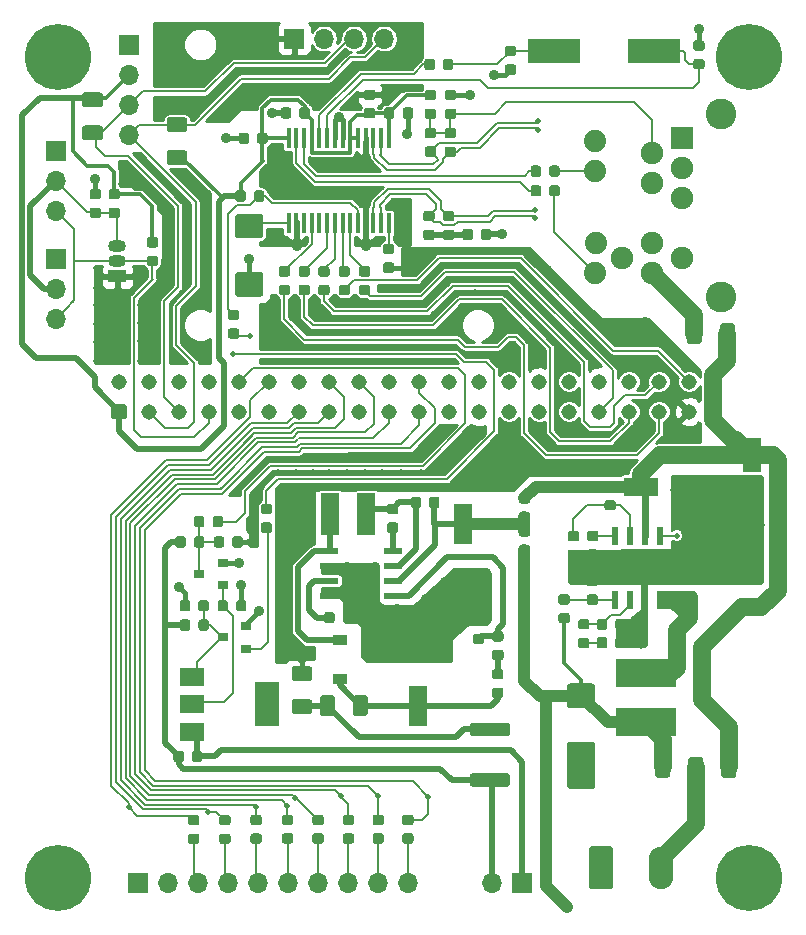
<source format=gtl>
G04 #@! TF.GenerationSoftware,KiCad,Pcbnew,(5.0.1-3-g963ef8bb5)*
G04 #@! TF.CreationDate,2018-12-24T15:41:03+01:00*
G04 #@! TF.ProjectId,heizungsregler,6865697A756E67737265676C65722E6B,rev?*
G04 #@! TF.SameCoordinates,Original*
G04 #@! TF.FileFunction,Copper,L1,Top,Signal*
G04 #@! TF.FilePolarity,Positive*
%FSLAX46Y46*%
G04 Gerber Fmt 4.6, Leading zero omitted, Abs format (unit mm)*
G04 Created by KiCad (PCBNEW (5.0.1-3-g963ef8bb5)) date Montag, 24. Dezember 2018 um 15:41:03*
%MOMM*%
%LPD*%
G01*
G04 APERTURE LIST*
G04 #@! TA.AperFunction,ComponentPad*
%ADD10C,1.310000*%
G04 #@! TD*
G04 #@! TA.AperFunction,Conductor*
%ADD11C,0.100000*%
G04 #@! TD*
G04 #@! TA.AperFunction,SMDPad,CuDef*
%ADD12R,1.500000X3.600000*%
G04 #@! TD*
G04 #@! TA.AperFunction,ComponentPad*
%ADD13O,1.700000X1.700000*%
G04 #@! TD*
G04 #@! TA.AperFunction,ComponentPad*
%ADD14R,1.700000X1.700000*%
G04 #@! TD*
G04 #@! TA.AperFunction,SMDPad,CuDef*
%ADD15C,0.875000*%
G04 #@! TD*
G04 #@! TA.AperFunction,SMDPad,CuDef*
%ADD16C,1.250000*%
G04 #@! TD*
G04 #@! TA.AperFunction,SMDPad,CuDef*
%ADD17C,2.075000*%
G04 #@! TD*
G04 #@! TA.AperFunction,ComponentPad*
%ADD18O,2.080000X3.600000*%
G04 #@! TD*
G04 #@! TA.AperFunction,ComponentPad*
%ADD19C,2.080000*%
G04 #@! TD*
G04 #@! TA.AperFunction,SMDPad,CuDef*
%ADD20C,1.125000*%
G04 #@! TD*
G04 #@! TA.AperFunction,SMDPad,CuDef*
%ADD21R,1.200000X0.900000*%
G04 #@! TD*
G04 #@! TA.AperFunction,SMDPad,CuDef*
%ADD22R,3.000000X1.600000*%
G04 #@! TD*
G04 #@! TA.AperFunction,SMDPad,CuDef*
%ADD23R,1.600000X3.500000*%
G04 #@! TD*
G04 #@! TA.AperFunction,SMDPad,CuDef*
%ADD24R,0.600000X1.550000*%
G04 #@! TD*
G04 #@! TA.AperFunction,SMDPad,CuDef*
%ADD25R,1.600000X3.000000*%
G04 #@! TD*
G04 #@! TA.AperFunction,ComponentPad*
%ADD26C,1.900000*%
G04 #@! TD*
G04 #@! TA.AperFunction,ComponentPad*
%ADD27C,2.600000*%
G04 #@! TD*
G04 #@! TA.AperFunction,ComponentPad*
%ADD28C,1.890000*%
G04 #@! TD*
G04 #@! TA.AperFunction,ComponentPad*
%ADD29R,1.900000X1.900000*%
G04 #@! TD*
G04 #@! TA.AperFunction,ComponentPad*
%ADD30C,5.600000*%
G04 #@! TD*
G04 #@! TA.AperFunction,SMDPad,CuDef*
%ADD31R,0.450000X1.750000*%
G04 #@! TD*
G04 #@! TA.AperFunction,ComponentPad*
%ADD32R,1.500000X1.050000*%
G04 #@! TD*
G04 #@! TA.AperFunction,ComponentPad*
%ADD33O,1.500000X1.050000*%
G04 #@! TD*
G04 #@! TA.AperFunction,SMDPad,CuDef*
%ADD34R,1.550000X0.600000*%
G04 #@! TD*
G04 #@! TA.AperFunction,SMDPad,CuDef*
%ADD35R,2.000000X1.500000*%
G04 #@! TD*
G04 #@! TA.AperFunction,SMDPad,CuDef*
%ADD36R,2.000000X3.800000*%
G04 #@! TD*
G04 #@! TA.AperFunction,SMDPad,CuDef*
%ADD37R,0.900000X0.800000*%
G04 #@! TD*
G04 #@! TA.AperFunction,SMDPad,CuDef*
%ADD38R,4.500000X2.000000*%
G04 #@! TD*
G04 #@! TA.AperFunction,SMDPad,CuDef*
%ADD39R,5.100000X2.350000*%
G04 #@! TD*
G04 #@! TA.AperFunction,ViaPad*
%ADD40C,0.900000*%
G04 #@! TD*
G04 #@! TA.AperFunction,ViaPad*
%ADD41C,0.500000*%
G04 #@! TD*
G04 #@! TA.AperFunction,Conductor*
%ADD42C,0.300000*%
G04 #@! TD*
G04 #@! TA.AperFunction,Conductor*
%ADD43C,0.500000*%
G04 #@! TD*
G04 #@! TA.AperFunction,Conductor*
%ADD44C,0.400000*%
G04 #@! TD*
G04 #@! TA.AperFunction,Conductor*
%ADD45C,0.200000*%
G04 #@! TD*
G04 #@! TA.AperFunction,Conductor*
%ADD46C,1.000000*%
G04 #@! TD*
G04 #@! TA.AperFunction,Conductor*
%ADD47C,1.500000*%
G04 #@! TD*
G04 #@! TA.AperFunction,Conductor*
%ADD48C,0.600000*%
G04 #@! TD*
G04 #@! TA.AperFunction,Conductor*
%ADD49C,0.254000*%
G04 #@! TD*
G04 APERTURE END LIST*
D10*
G04 #@! TO.P,J101,40*
G04 #@! TO.N,/ENC_SCK*
X170460000Y-82460000D03*
G04 #@! TO.P,J101,38*
G04 #@! TO.N,/ENC_SI*
X167920000Y-82460000D03*
G04 #@! TO.P,J101,36*
G04 #@! TO.N,Net-(J101-Pad36)*
X165380000Y-82460000D03*
G04 #@! TO.P,J101,34*
G04 #@! TO.N,GND*
X162840000Y-82460000D03*
G04 #@! TO.P,J101,32*
G04 #@! TO.N,Net-(J101-Pad32)*
X160300000Y-82460000D03*
G04 #@! TO.P,J101,30*
G04 #@! TO.N,GND*
X157760000Y-82460000D03*
G04 #@! TO.P,J101,28*
G04 #@! TO.N,Net-(J101-Pad28)*
X155220000Y-82460000D03*
G04 #@! TO.P,J101,26*
G04 #@! TO.N,Net-(J101-Pad26)*
X152680000Y-82460000D03*
G04 #@! TO.P,J101,24*
G04 #@! TO.N,Net-(J101-Pad24)*
X150140000Y-82460000D03*
G04 #@! TO.P,J101,22*
G04 #@! TO.N,/REL8*
X147600000Y-82460000D03*
G04 #@! TO.P,J101,20*
G04 #@! TO.N,GND*
X145060000Y-82460000D03*
G04 #@! TO.P,J101,18*
G04 #@! TO.N,/REL5*
X142520000Y-82460000D03*
G04 #@! TO.P,J101,16*
G04 #@! TO.N,/REL4*
X139980000Y-82460000D03*
G04 #@! TO.P,J101,14*
G04 #@! TO.N,GND*
X137440000Y-82460000D03*
G04 #@! TO.P,J101,12*
G04 #@! TO.N,/REL1*
X134900000Y-82460000D03*
G04 #@! TO.P,J101,10*
G04 #@! TO.N,/RXD*
X132360000Y-82460000D03*
G04 #@! TO.P,J101,8*
G04 #@! TO.N,/TXD*
X129820000Y-82460000D03*
G04 #@! TO.P,J101,6*
G04 #@! TO.N,GND*
X127280000Y-82460000D03*
G04 #@! TO.P,J101,4*
G04 #@! TO.N,+5V*
X124740000Y-82460000D03*
G04 #@! TO.P,J101,2*
X122200000Y-82460000D03*
G04 #@! TO.P,J101,39*
G04 #@! TO.N,GND*
X170460000Y-85000000D03*
G04 #@! TO.P,J101,37*
G04 #@! TO.N,/ENC_#INT*
X167920000Y-85000000D03*
G04 #@! TO.P,J101,35*
G04 #@! TO.N,/ENC_SO*
X165380000Y-85000000D03*
G04 #@! TO.P,J101,33*
G04 #@! TO.N,/ENC_#CS*
X162840000Y-85000000D03*
G04 #@! TO.P,J101,31*
G04 #@! TO.N,Net-(J101-Pad31)*
X160300000Y-85000000D03*
G04 #@! TO.P,J101,29*
G04 #@! TO.N,Net-(J101-Pad29)*
X157760000Y-85000000D03*
G04 #@! TO.P,J101,27*
G04 #@! TO.N,Net-(J101-Pad27)*
X155220000Y-85000000D03*
G04 #@! TO.P,J101,25*
G04 #@! TO.N,GND*
X152680000Y-85000000D03*
G04 #@! TO.P,J101,23*
G04 #@! TO.N,Net-(J101-Pad23)*
X150140000Y-85000000D03*
G04 #@! TO.P,J101,21*
G04 #@! TO.N,/REL7*
X147600000Y-85000000D03*
G04 #@! TO.P,J101,19*
G04 #@! TO.N,/REL6*
X145060000Y-85000000D03*
G04 #@! TO.P,J101,17*
G04 #@! TO.N,Net-(J101-Pad17)*
X142520000Y-85000000D03*
G04 #@! TO.P,J101,15*
G04 #@! TO.N,/REL3*
X139980000Y-85000000D03*
G04 #@! TO.P,J101,13*
G04 #@! TO.N,/REL2*
X137440000Y-85000000D03*
G04 #@! TO.P,J101,11*
G04 #@! TO.N,/ENC_#RESET*
X134900000Y-85000000D03*
G04 #@! TO.P,J101,9*
G04 #@! TO.N,GND*
X132360000Y-85000000D03*
G04 #@! TO.P,J101,7*
G04 #@! TO.N,/DQ*
X129820000Y-85000000D03*
G04 #@! TO.P,J101,5*
G04 #@! TO.N,/SCL*
X127280000Y-85000000D03*
G04 #@! TO.P,J101,3*
G04 #@! TO.N,/SDA*
X124740000Y-85000000D03*
D11*
G04 #@! TD*
G04 #@! TO.N,+3V3*
G04 #@! TO.C,J101*
G36*
X122629504Y-84346204D02*
X122653773Y-84349804D01*
X122677571Y-84355765D01*
X122700671Y-84364030D01*
X122722849Y-84374520D01*
X122743893Y-84387133D01*
X122763598Y-84401747D01*
X122781777Y-84418223D01*
X122798253Y-84436402D01*
X122812867Y-84456107D01*
X122825480Y-84477151D01*
X122835970Y-84499329D01*
X122844235Y-84522429D01*
X122850196Y-84546227D01*
X122853796Y-84570496D01*
X122855000Y-84595000D01*
X122855000Y-85405000D01*
X122853796Y-85429504D01*
X122850196Y-85453773D01*
X122844235Y-85477571D01*
X122835970Y-85500671D01*
X122825480Y-85522849D01*
X122812867Y-85543893D01*
X122798253Y-85563598D01*
X122781777Y-85581777D01*
X122763598Y-85598253D01*
X122743893Y-85612867D01*
X122722849Y-85625480D01*
X122700671Y-85635970D01*
X122677571Y-85644235D01*
X122653773Y-85650196D01*
X122629504Y-85653796D01*
X122605000Y-85655000D01*
X121795000Y-85655000D01*
X121770496Y-85653796D01*
X121746227Y-85650196D01*
X121722429Y-85644235D01*
X121699329Y-85635970D01*
X121677151Y-85625480D01*
X121656107Y-85612867D01*
X121636402Y-85598253D01*
X121618223Y-85581777D01*
X121601747Y-85563598D01*
X121587133Y-85543893D01*
X121574520Y-85522849D01*
X121564030Y-85500671D01*
X121555765Y-85477571D01*
X121549804Y-85453773D01*
X121546204Y-85429504D01*
X121545000Y-85405000D01*
X121545000Y-84595000D01*
X121546204Y-84570496D01*
X121549804Y-84546227D01*
X121555765Y-84522429D01*
X121564030Y-84499329D01*
X121574520Y-84477151D01*
X121587133Y-84456107D01*
X121601747Y-84436402D01*
X121618223Y-84418223D01*
X121636402Y-84401747D01*
X121656107Y-84387133D01*
X121677151Y-84374520D01*
X121699329Y-84364030D01*
X121722429Y-84355765D01*
X121746227Y-84349804D01*
X121770496Y-84346204D01*
X121795000Y-84345000D01*
X122605000Y-84345000D01*
X122629504Y-84346204D01*
X122629504Y-84346204D01*
G37*
D10*
G04 #@! TO.P,J101,1*
G04 #@! TO.N,+3V3*
X122200000Y-85000000D03*
G04 #@! TD*
D12*
G04 #@! TO.P,L301,2*
G04 #@! TO.N,Net-(D301-Pad2)*
X140075000Y-93700000D03*
G04 #@! TO.P,L301,1*
G04 #@! TO.N,Net-(L301-Pad1)*
X143125000Y-93700000D03*
G04 #@! TD*
D13*
G04 #@! TO.P,U101,4*
G04 #@! TO.N,/SDA*
X144640000Y-53420000D03*
G04 #@! TO.P,U101,3*
G04 #@! TO.N,/SCL*
X142100000Y-53420000D03*
G04 #@! TO.P,U101,2*
G04 #@! TO.N,+3V3*
X139560000Y-53420000D03*
D14*
G04 #@! TO.P,U101,1*
G04 #@! TO.N,GND*
X137020000Y-53420000D03*
G04 #@! TD*
D11*
G04 #@! TO.N,GND*
G04 #@! TO.C,C216*
G36*
X153527691Y-69526053D02*
X153548926Y-69529203D01*
X153569750Y-69534419D01*
X153589962Y-69541651D01*
X153609368Y-69550830D01*
X153627781Y-69561866D01*
X153645024Y-69574654D01*
X153660930Y-69589070D01*
X153675346Y-69604976D01*
X153688134Y-69622219D01*
X153699170Y-69640632D01*
X153708349Y-69660038D01*
X153715581Y-69680250D01*
X153720797Y-69701074D01*
X153723947Y-69722309D01*
X153725000Y-69743750D01*
X153725000Y-70256250D01*
X153723947Y-70277691D01*
X153720797Y-70298926D01*
X153715581Y-70319750D01*
X153708349Y-70339962D01*
X153699170Y-70359368D01*
X153688134Y-70377781D01*
X153675346Y-70395024D01*
X153660930Y-70410930D01*
X153645024Y-70425346D01*
X153627781Y-70438134D01*
X153609368Y-70449170D01*
X153589962Y-70458349D01*
X153569750Y-70465581D01*
X153548926Y-70470797D01*
X153527691Y-70473947D01*
X153506250Y-70475000D01*
X153068750Y-70475000D01*
X153047309Y-70473947D01*
X153026074Y-70470797D01*
X153005250Y-70465581D01*
X152985038Y-70458349D01*
X152965632Y-70449170D01*
X152947219Y-70438134D01*
X152929976Y-70425346D01*
X152914070Y-70410930D01*
X152899654Y-70395024D01*
X152886866Y-70377781D01*
X152875830Y-70359368D01*
X152866651Y-70339962D01*
X152859419Y-70319750D01*
X152854203Y-70298926D01*
X152851053Y-70277691D01*
X152850000Y-70256250D01*
X152850000Y-69743750D01*
X152851053Y-69722309D01*
X152854203Y-69701074D01*
X152859419Y-69680250D01*
X152866651Y-69660038D01*
X152875830Y-69640632D01*
X152886866Y-69622219D01*
X152899654Y-69604976D01*
X152914070Y-69589070D01*
X152929976Y-69574654D01*
X152947219Y-69561866D01*
X152965632Y-69550830D01*
X152985038Y-69541651D01*
X153005250Y-69534419D01*
X153026074Y-69529203D01*
X153047309Y-69526053D01*
X153068750Y-69525000D01*
X153506250Y-69525000D01*
X153527691Y-69526053D01*
X153527691Y-69526053D01*
G37*
D15*
G04 #@! TD*
G04 #@! TO.P,C216,2*
G04 #@! TO.N,GND*
X153287500Y-70000000D03*
D11*
G04 #@! TO.N,Net-(C216-Pad1)*
G04 #@! TO.C,C216*
G36*
X151952691Y-69526053D02*
X151973926Y-69529203D01*
X151994750Y-69534419D01*
X152014962Y-69541651D01*
X152034368Y-69550830D01*
X152052781Y-69561866D01*
X152070024Y-69574654D01*
X152085930Y-69589070D01*
X152100346Y-69604976D01*
X152113134Y-69622219D01*
X152124170Y-69640632D01*
X152133349Y-69660038D01*
X152140581Y-69680250D01*
X152145797Y-69701074D01*
X152148947Y-69722309D01*
X152150000Y-69743750D01*
X152150000Y-70256250D01*
X152148947Y-70277691D01*
X152145797Y-70298926D01*
X152140581Y-70319750D01*
X152133349Y-70339962D01*
X152124170Y-70359368D01*
X152113134Y-70377781D01*
X152100346Y-70395024D01*
X152085930Y-70410930D01*
X152070024Y-70425346D01*
X152052781Y-70438134D01*
X152034368Y-70449170D01*
X152014962Y-70458349D01*
X151994750Y-70465581D01*
X151973926Y-70470797D01*
X151952691Y-70473947D01*
X151931250Y-70475000D01*
X151493750Y-70475000D01*
X151472309Y-70473947D01*
X151451074Y-70470797D01*
X151430250Y-70465581D01*
X151410038Y-70458349D01*
X151390632Y-70449170D01*
X151372219Y-70438134D01*
X151354976Y-70425346D01*
X151339070Y-70410930D01*
X151324654Y-70395024D01*
X151311866Y-70377781D01*
X151300830Y-70359368D01*
X151291651Y-70339962D01*
X151284419Y-70319750D01*
X151279203Y-70298926D01*
X151276053Y-70277691D01*
X151275000Y-70256250D01*
X151275000Y-69743750D01*
X151276053Y-69722309D01*
X151279203Y-69701074D01*
X151284419Y-69680250D01*
X151291651Y-69660038D01*
X151300830Y-69640632D01*
X151311866Y-69622219D01*
X151324654Y-69604976D01*
X151339070Y-69589070D01*
X151354976Y-69574654D01*
X151372219Y-69561866D01*
X151390632Y-69550830D01*
X151410038Y-69541651D01*
X151430250Y-69534419D01*
X151451074Y-69529203D01*
X151472309Y-69526053D01*
X151493750Y-69525000D01*
X151931250Y-69525000D01*
X151952691Y-69526053D01*
X151952691Y-69526053D01*
G37*
D15*
G04 #@! TD*
G04 #@! TO.P,C216,1*
G04 #@! TO.N,Net-(C216-Pad1)*
X151712500Y-70000000D03*
D11*
G04 #@! TO.N,/ENC_#RESET*
G04 #@! TO.C,R221*
G36*
X132177691Y-77951053D02*
X132198926Y-77954203D01*
X132219750Y-77959419D01*
X132239962Y-77966651D01*
X132259368Y-77975830D01*
X132277781Y-77986866D01*
X132295024Y-77999654D01*
X132310930Y-78014070D01*
X132325346Y-78029976D01*
X132338134Y-78047219D01*
X132349170Y-78065632D01*
X132358349Y-78085038D01*
X132365581Y-78105250D01*
X132370797Y-78126074D01*
X132373947Y-78147309D01*
X132375000Y-78168750D01*
X132375000Y-78606250D01*
X132373947Y-78627691D01*
X132370797Y-78648926D01*
X132365581Y-78669750D01*
X132358349Y-78689962D01*
X132349170Y-78709368D01*
X132338134Y-78727781D01*
X132325346Y-78745024D01*
X132310930Y-78760930D01*
X132295024Y-78775346D01*
X132277781Y-78788134D01*
X132259368Y-78799170D01*
X132239962Y-78808349D01*
X132219750Y-78815581D01*
X132198926Y-78820797D01*
X132177691Y-78823947D01*
X132156250Y-78825000D01*
X131643750Y-78825000D01*
X131622309Y-78823947D01*
X131601074Y-78820797D01*
X131580250Y-78815581D01*
X131560038Y-78808349D01*
X131540632Y-78799170D01*
X131522219Y-78788134D01*
X131504976Y-78775346D01*
X131489070Y-78760930D01*
X131474654Y-78745024D01*
X131461866Y-78727781D01*
X131450830Y-78709368D01*
X131441651Y-78689962D01*
X131434419Y-78669750D01*
X131429203Y-78648926D01*
X131426053Y-78627691D01*
X131425000Y-78606250D01*
X131425000Y-78168750D01*
X131426053Y-78147309D01*
X131429203Y-78126074D01*
X131434419Y-78105250D01*
X131441651Y-78085038D01*
X131450830Y-78065632D01*
X131461866Y-78047219D01*
X131474654Y-78029976D01*
X131489070Y-78014070D01*
X131504976Y-77999654D01*
X131522219Y-77986866D01*
X131540632Y-77975830D01*
X131560038Y-77966651D01*
X131580250Y-77959419D01*
X131601074Y-77954203D01*
X131622309Y-77951053D01*
X131643750Y-77950000D01*
X132156250Y-77950000D01*
X132177691Y-77951053D01*
X132177691Y-77951053D01*
G37*
D15*
G04 #@! TD*
G04 #@! TO.P,R221,2*
G04 #@! TO.N,/ENC_#RESET*
X131900000Y-78387500D03*
D11*
G04 #@! TO.N,Net-(R211-Pad1)*
G04 #@! TO.C,R221*
G36*
X132177691Y-76376053D02*
X132198926Y-76379203D01*
X132219750Y-76384419D01*
X132239962Y-76391651D01*
X132259368Y-76400830D01*
X132277781Y-76411866D01*
X132295024Y-76424654D01*
X132310930Y-76439070D01*
X132325346Y-76454976D01*
X132338134Y-76472219D01*
X132349170Y-76490632D01*
X132358349Y-76510038D01*
X132365581Y-76530250D01*
X132370797Y-76551074D01*
X132373947Y-76572309D01*
X132375000Y-76593750D01*
X132375000Y-77031250D01*
X132373947Y-77052691D01*
X132370797Y-77073926D01*
X132365581Y-77094750D01*
X132358349Y-77114962D01*
X132349170Y-77134368D01*
X132338134Y-77152781D01*
X132325346Y-77170024D01*
X132310930Y-77185930D01*
X132295024Y-77200346D01*
X132277781Y-77213134D01*
X132259368Y-77224170D01*
X132239962Y-77233349D01*
X132219750Y-77240581D01*
X132198926Y-77245797D01*
X132177691Y-77248947D01*
X132156250Y-77250000D01*
X131643750Y-77250000D01*
X131622309Y-77248947D01*
X131601074Y-77245797D01*
X131580250Y-77240581D01*
X131560038Y-77233349D01*
X131540632Y-77224170D01*
X131522219Y-77213134D01*
X131504976Y-77200346D01*
X131489070Y-77185930D01*
X131474654Y-77170024D01*
X131461866Y-77152781D01*
X131450830Y-77134368D01*
X131441651Y-77114962D01*
X131434419Y-77094750D01*
X131429203Y-77073926D01*
X131426053Y-77052691D01*
X131425000Y-77031250D01*
X131425000Y-76593750D01*
X131426053Y-76572309D01*
X131429203Y-76551074D01*
X131434419Y-76530250D01*
X131441651Y-76510038D01*
X131450830Y-76490632D01*
X131461866Y-76472219D01*
X131474654Y-76454976D01*
X131489070Y-76439070D01*
X131504976Y-76424654D01*
X131522219Y-76411866D01*
X131540632Y-76400830D01*
X131560038Y-76391651D01*
X131580250Y-76384419D01*
X131601074Y-76379203D01*
X131622309Y-76376053D01*
X131643750Y-76375000D01*
X132156250Y-76375000D01*
X132177691Y-76376053D01*
X132177691Y-76376053D01*
G37*
D15*
G04 #@! TD*
G04 #@! TO.P,R221,1*
G04 #@! TO.N,Net-(R211-Pad1)*
X131900000Y-76812500D03*
D11*
G04 #@! TO.N,/SDA*
G04 #@! TO.C,R105*
G36*
X127749504Y-60076204D02*
X127773773Y-60079804D01*
X127797571Y-60085765D01*
X127820671Y-60094030D01*
X127842849Y-60104520D01*
X127863893Y-60117133D01*
X127883598Y-60131747D01*
X127901777Y-60148223D01*
X127918253Y-60166402D01*
X127932867Y-60186107D01*
X127945480Y-60207151D01*
X127955970Y-60229329D01*
X127964235Y-60252429D01*
X127970196Y-60276227D01*
X127973796Y-60300496D01*
X127975000Y-60325000D01*
X127975000Y-61075000D01*
X127973796Y-61099504D01*
X127970196Y-61123773D01*
X127964235Y-61147571D01*
X127955970Y-61170671D01*
X127945480Y-61192849D01*
X127932867Y-61213893D01*
X127918253Y-61233598D01*
X127901777Y-61251777D01*
X127883598Y-61268253D01*
X127863893Y-61282867D01*
X127842849Y-61295480D01*
X127820671Y-61305970D01*
X127797571Y-61314235D01*
X127773773Y-61320196D01*
X127749504Y-61323796D01*
X127725000Y-61325000D01*
X126475000Y-61325000D01*
X126450496Y-61323796D01*
X126426227Y-61320196D01*
X126402429Y-61314235D01*
X126379329Y-61305970D01*
X126357151Y-61295480D01*
X126336107Y-61282867D01*
X126316402Y-61268253D01*
X126298223Y-61251777D01*
X126281747Y-61233598D01*
X126267133Y-61213893D01*
X126254520Y-61192849D01*
X126244030Y-61170671D01*
X126235765Y-61147571D01*
X126229804Y-61123773D01*
X126226204Y-61099504D01*
X126225000Y-61075000D01*
X126225000Y-60325000D01*
X126226204Y-60300496D01*
X126229804Y-60276227D01*
X126235765Y-60252429D01*
X126244030Y-60229329D01*
X126254520Y-60207151D01*
X126267133Y-60186107D01*
X126281747Y-60166402D01*
X126298223Y-60148223D01*
X126316402Y-60131747D01*
X126336107Y-60117133D01*
X126357151Y-60104520D01*
X126379329Y-60094030D01*
X126402429Y-60085765D01*
X126426227Y-60079804D01*
X126450496Y-60076204D01*
X126475000Y-60075000D01*
X127725000Y-60075000D01*
X127749504Y-60076204D01*
X127749504Y-60076204D01*
G37*
D16*
G04 #@! TD*
G04 #@! TO.P,R105,2*
G04 #@! TO.N,/SDA*
X127100000Y-60700000D03*
D11*
G04 #@! TO.N,+3V3*
G04 #@! TO.C,R105*
G36*
X127749504Y-62876204D02*
X127773773Y-62879804D01*
X127797571Y-62885765D01*
X127820671Y-62894030D01*
X127842849Y-62904520D01*
X127863893Y-62917133D01*
X127883598Y-62931747D01*
X127901777Y-62948223D01*
X127918253Y-62966402D01*
X127932867Y-62986107D01*
X127945480Y-63007151D01*
X127955970Y-63029329D01*
X127964235Y-63052429D01*
X127970196Y-63076227D01*
X127973796Y-63100496D01*
X127975000Y-63125000D01*
X127975000Y-63875000D01*
X127973796Y-63899504D01*
X127970196Y-63923773D01*
X127964235Y-63947571D01*
X127955970Y-63970671D01*
X127945480Y-63992849D01*
X127932867Y-64013893D01*
X127918253Y-64033598D01*
X127901777Y-64051777D01*
X127883598Y-64068253D01*
X127863893Y-64082867D01*
X127842849Y-64095480D01*
X127820671Y-64105970D01*
X127797571Y-64114235D01*
X127773773Y-64120196D01*
X127749504Y-64123796D01*
X127725000Y-64125000D01*
X126475000Y-64125000D01*
X126450496Y-64123796D01*
X126426227Y-64120196D01*
X126402429Y-64114235D01*
X126379329Y-64105970D01*
X126357151Y-64095480D01*
X126336107Y-64082867D01*
X126316402Y-64068253D01*
X126298223Y-64051777D01*
X126281747Y-64033598D01*
X126267133Y-64013893D01*
X126254520Y-63992849D01*
X126244030Y-63970671D01*
X126235765Y-63947571D01*
X126229804Y-63923773D01*
X126226204Y-63899504D01*
X126225000Y-63875000D01*
X126225000Y-63125000D01*
X126226204Y-63100496D01*
X126229804Y-63076227D01*
X126235765Y-63052429D01*
X126244030Y-63029329D01*
X126254520Y-63007151D01*
X126267133Y-62986107D01*
X126281747Y-62966402D01*
X126298223Y-62948223D01*
X126316402Y-62931747D01*
X126336107Y-62917133D01*
X126357151Y-62904520D01*
X126379329Y-62894030D01*
X126402429Y-62885765D01*
X126426227Y-62879804D01*
X126450496Y-62876204D01*
X126475000Y-62875000D01*
X127725000Y-62875000D01*
X127749504Y-62876204D01*
X127749504Y-62876204D01*
G37*
D16*
G04 #@! TD*
G04 #@! TO.P,R105,1*
G04 #@! TO.N,+3V3*
X127100000Y-63500000D03*
D11*
G04 #@! TO.N,Net-(J201-Pad10)*
G04 #@! TO.C,R220*
G36*
X171299504Y-77526204D02*
X171323773Y-77529804D01*
X171347571Y-77535765D01*
X171370671Y-77544030D01*
X171392849Y-77554520D01*
X171413893Y-77567133D01*
X171433598Y-77581747D01*
X171451777Y-77598223D01*
X171468253Y-77616402D01*
X171482867Y-77636107D01*
X171495480Y-77657151D01*
X171505970Y-77679329D01*
X171514235Y-77702429D01*
X171520196Y-77726227D01*
X171523796Y-77750496D01*
X171525000Y-77775000D01*
X171525000Y-79025000D01*
X171523796Y-79049504D01*
X171520196Y-79073773D01*
X171514235Y-79097571D01*
X171505970Y-79120671D01*
X171495480Y-79142849D01*
X171482867Y-79163893D01*
X171468253Y-79183598D01*
X171451777Y-79201777D01*
X171433598Y-79218253D01*
X171413893Y-79232867D01*
X171392849Y-79245480D01*
X171370671Y-79255970D01*
X171347571Y-79264235D01*
X171323773Y-79270196D01*
X171299504Y-79273796D01*
X171275000Y-79275000D01*
X170525000Y-79275000D01*
X170500496Y-79273796D01*
X170476227Y-79270196D01*
X170452429Y-79264235D01*
X170429329Y-79255970D01*
X170407151Y-79245480D01*
X170386107Y-79232867D01*
X170366402Y-79218253D01*
X170348223Y-79201777D01*
X170331747Y-79183598D01*
X170317133Y-79163893D01*
X170304520Y-79142849D01*
X170294030Y-79120671D01*
X170285765Y-79097571D01*
X170279804Y-79073773D01*
X170276204Y-79049504D01*
X170275000Y-79025000D01*
X170275000Y-77775000D01*
X170276204Y-77750496D01*
X170279804Y-77726227D01*
X170285765Y-77702429D01*
X170294030Y-77679329D01*
X170304520Y-77657151D01*
X170317133Y-77636107D01*
X170331747Y-77616402D01*
X170348223Y-77598223D01*
X170366402Y-77581747D01*
X170386107Y-77567133D01*
X170407151Y-77554520D01*
X170429329Y-77544030D01*
X170452429Y-77535765D01*
X170476227Y-77529804D01*
X170500496Y-77526204D01*
X170525000Y-77525000D01*
X171275000Y-77525000D01*
X171299504Y-77526204D01*
X171299504Y-77526204D01*
G37*
D16*
G04 #@! TD*
G04 #@! TO.P,R220,2*
G04 #@! TO.N,Net-(J201-Pad10)*
X170900000Y-78400000D03*
D11*
G04 #@! TO.N,+24V*
G04 #@! TO.C,R220*
G36*
X174099504Y-77526204D02*
X174123773Y-77529804D01*
X174147571Y-77535765D01*
X174170671Y-77544030D01*
X174192849Y-77554520D01*
X174213893Y-77567133D01*
X174233598Y-77581747D01*
X174251777Y-77598223D01*
X174268253Y-77616402D01*
X174282867Y-77636107D01*
X174295480Y-77657151D01*
X174305970Y-77679329D01*
X174314235Y-77702429D01*
X174320196Y-77726227D01*
X174323796Y-77750496D01*
X174325000Y-77775000D01*
X174325000Y-79025000D01*
X174323796Y-79049504D01*
X174320196Y-79073773D01*
X174314235Y-79097571D01*
X174305970Y-79120671D01*
X174295480Y-79142849D01*
X174282867Y-79163893D01*
X174268253Y-79183598D01*
X174251777Y-79201777D01*
X174233598Y-79218253D01*
X174213893Y-79232867D01*
X174192849Y-79245480D01*
X174170671Y-79255970D01*
X174147571Y-79264235D01*
X174123773Y-79270196D01*
X174099504Y-79273796D01*
X174075000Y-79275000D01*
X173325000Y-79275000D01*
X173300496Y-79273796D01*
X173276227Y-79270196D01*
X173252429Y-79264235D01*
X173229329Y-79255970D01*
X173207151Y-79245480D01*
X173186107Y-79232867D01*
X173166402Y-79218253D01*
X173148223Y-79201777D01*
X173131747Y-79183598D01*
X173117133Y-79163893D01*
X173104520Y-79142849D01*
X173094030Y-79120671D01*
X173085765Y-79097571D01*
X173079804Y-79073773D01*
X173076204Y-79049504D01*
X173075000Y-79025000D01*
X173075000Y-77775000D01*
X173076204Y-77750496D01*
X173079804Y-77726227D01*
X173085765Y-77702429D01*
X173094030Y-77679329D01*
X173104520Y-77657151D01*
X173117133Y-77636107D01*
X173131747Y-77616402D01*
X173148223Y-77598223D01*
X173166402Y-77581747D01*
X173186107Y-77567133D01*
X173207151Y-77554520D01*
X173229329Y-77544030D01*
X173252429Y-77535765D01*
X173276227Y-77529804D01*
X173300496Y-77526204D01*
X173325000Y-77525000D01*
X174075000Y-77525000D01*
X174099504Y-77526204D01*
X174099504Y-77526204D01*
G37*
D16*
G04 #@! TD*
G04 #@! TO.P,R220,1*
G04 #@! TO.N,+24V*
X173700000Y-78400000D03*
D11*
G04 #@! TO.N,/SCL*
G04 #@! TO.C,R106*
G36*
X120599504Y-60776204D02*
X120623773Y-60779804D01*
X120647571Y-60785765D01*
X120670671Y-60794030D01*
X120692849Y-60804520D01*
X120713893Y-60817133D01*
X120733598Y-60831747D01*
X120751777Y-60848223D01*
X120768253Y-60866402D01*
X120782867Y-60886107D01*
X120795480Y-60907151D01*
X120805970Y-60929329D01*
X120814235Y-60952429D01*
X120820196Y-60976227D01*
X120823796Y-61000496D01*
X120825000Y-61025000D01*
X120825000Y-61775000D01*
X120823796Y-61799504D01*
X120820196Y-61823773D01*
X120814235Y-61847571D01*
X120805970Y-61870671D01*
X120795480Y-61892849D01*
X120782867Y-61913893D01*
X120768253Y-61933598D01*
X120751777Y-61951777D01*
X120733598Y-61968253D01*
X120713893Y-61982867D01*
X120692849Y-61995480D01*
X120670671Y-62005970D01*
X120647571Y-62014235D01*
X120623773Y-62020196D01*
X120599504Y-62023796D01*
X120575000Y-62025000D01*
X119325000Y-62025000D01*
X119300496Y-62023796D01*
X119276227Y-62020196D01*
X119252429Y-62014235D01*
X119229329Y-62005970D01*
X119207151Y-61995480D01*
X119186107Y-61982867D01*
X119166402Y-61968253D01*
X119148223Y-61951777D01*
X119131747Y-61933598D01*
X119117133Y-61913893D01*
X119104520Y-61892849D01*
X119094030Y-61870671D01*
X119085765Y-61847571D01*
X119079804Y-61823773D01*
X119076204Y-61799504D01*
X119075000Y-61775000D01*
X119075000Y-61025000D01*
X119076204Y-61000496D01*
X119079804Y-60976227D01*
X119085765Y-60952429D01*
X119094030Y-60929329D01*
X119104520Y-60907151D01*
X119117133Y-60886107D01*
X119131747Y-60866402D01*
X119148223Y-60848223D01*
X119166402Y-60831747D01*
X119186107Y-60817133D01*
X119207151Y-60804520D01*
X119229329Y-60794030D01*
X119252429Y-60785765D01*
X119276227Y-60779804D01*
X119300496Y-60776204D01*
X119325000Y-60775000D01*
X120575000Y-60775000D01*
X120599504Y-60776204D01*
X120599504Y-60776204D01*
G37*
D16*
G04 #@! TD*
G04 #@! TO.P,R106,2*
G04 #@! TO.N,/SCL*
X119950000Y-61400000D03*
D11*
G04 #@! TO.N,+3V3*
G04 #@! TO.C,R106*
G36*
X120599504Y-57976204D02*
X120623773Y-57979804D01*
X120647571Y-57985765D01*
X120670671Y-57994030D01*
X120692849Y-58004520D01*
X120713893Y-58017133D01*
X120733598Y-58031747D01*
X120751777Y-58048223D01*
X120768253Y-58066402D01*
X120782867Y-58086107D01*
X120795480Y-58107151D01*
X120805970Y-58129329D01*
X120814235Y-58152429D01*
X120820196Y-58176227D01*
X120823796Y-58200496D01*
X120825000Y-58225000D01*
X120825000Y-58975000D01*
X120823796Y-58999504D01*
X120820196Y-59023773D01*
X120814235Y-59047571D01*
X120805970Y-59070671D01*
X120795480Y-59092849D01*
X120782867Y-59113893D01*
X120768253Y-59133598D01*
X120751777Y-59151777D01*
X120733598Y-59168253D01*
X120713893Y-59182867D01*
X120692849Y-59195480D01*
X120670671Y-59205970D01*
X120647571Y-59214235D01*
X120623773Y-59220196D01*
X120599504Y-59223796D01*
X120575000Y-59225000D01*
X119325000Y-59225000D01*
X119300496Y-59223796D01*
X119276227Y-59220196D01*
X119252429Y-59214235D01*
X119229329Y-59205970D01*
X119207151Y-59195480D01*
X119186107Y-59182867D01*
X119166402Y-59168253D01*
X119148223Y-59151777D01*
X119131747Y-59133598D01*
X119117133Y-59113893D01*
X119104520Y-59092849D01*
X119094030Y-59070671D01*
X119085765Y-59047571D01*
X119079804Y-59023773D01*
X119076204Y-58999504D01*
X119075000Y-58975000D01*
X119075000Y-58225000D01*
X119076204Y-58200496D01*
X119079804Y-58176227D01*
X119085765Y-58152429D01*
X119094030Y-58129329D01*
X119104520Y-58107151D01*
X119117133Y-58086107D01*
X119131747Y-58066402D01*
X119148223Y-58048223D01*
X119166402Y-58031747D01*
X119186107Y-58017133D01*
X119207151Y-58004520D01*
X119229329Y-57994030D01*
X119252429Y-57985765D01*
X119276227Y-57979804D01*
X119300496Y-57976204D01*
X119325000Y-57975000D01*
X120575000Y-57975000D01*
X120599504Y-57976204D01*
X120599504Y-57976204D01*
G37*
D16*
G04 #@! TD*
G04 #@! TO.P,R106,1*
G04 #@! TO.N,+3V3*
X119950000Y-58600000D03*
D13*
G04 #@! TO.P,J105,4*
G04 #@! TO.N,/SDA*
X123030000Y-61610000D03*
G04 #@! TO.P,J105,3*
G04 #@! TO.N,/SCL*
X123030000Y-59070000D03*
G04 #@! TO.P,J105,2*
G04 #@! TO.N,+3V3*
X123030000Y-56530000D03*
D14*
G04 #@! TO.P,J105,1*
G04 #@! TO.N,GND*
X123030000Y-53990000D03*
G04 #@! TD*
D11*
G04 #@! TO.N,GND*
G04 #@! TO.C,C207*
G36*
X134174504Y-73190204D02*
X134198773Y-73193804D01*
X134222571Y-73199765D01*
X134245671Y-73208030D01*
X134267849Y-73218520D01*
X134288893Y-73231133D01*
X134308598Y-73245747D01*
X134326777Y-73262223D01*
X134343253Y-73280402D01*
X134357867Y-73300107D01*
X134370480Y-73321151D01*
X134380970Y-73343329D01*
X134389235Y-73366429D01*
X134395196Y-73390227D01*
X134398796Y-73414496D01*
X134400000Y-73439000D01*
X134400000Y-75014000D01*
X134398796Y-75038504D01*
X134395196Y-75062773D01*
X134389235Y-75086571D01*
X134380970Y-75109671D01*
X134370480Y-75131849D01*
X134357867Y-75152893D01*
X134343253Y-75172598D01*
X134326777Y-75190777D01*
X134308598Y-75207253D01*
X134288893Y-75221867D01*
X134267849Y-75234480D01*
X134245671Y-75244970D01*
X134222571Y-75253235D01*
X134198773Y-75259196D01*
X134174504Y-75262796D01*
X134150000Y-75264000D01*
X132300000Y-75264000D01*
X132275496Y-75262796D01*
X132251227Y-75259196D01*
X132227429Y-75253235D01*
X132204329Y-75244970D01*
X132182151Y-75234480D01*
X132161107Y-75221867D01*
X132141402Y-75207253D01*
X132123223Y-75190777D01*
X132106747Y-75172598D01*
X132092133Y-75152893D01*
X132079520Y-75131849D01*
X132069030Y-75109671D01*
X132060765Y-75086571D01*
X132054804Y-75062773D01*
X132051204Y-75038504D01*
X132050000Y-75014000D01*
X132050000Y-73439000D01*
X132051204Y-73414496D01*
X132054804Y-73390227D01*
X132060765Y-73366429D01*
X132069030Y-73343329D01*
X132079520Y-73321151D01*
X132092133Y-73300107D01*
X132106747Y-73280402D01*
X132123223Y-73262223D01*
X132141402Y-73245747D01*
X132161107Y-73231133D01*
X132182151Y-73218520D01*
X132204329Y-73208030D01*
X132227429Y-73199765D01*
X132251227Y-73193804D01*
X132275496Y-73190204D01*
X132300000Y-73189000D01*
X134150000Y-73189000D01*
X134174504Y-73190204D01*
X134174504Y-73190204D01*
G37*
D17*
G04 #@! TD*
G04 #@! TO.P,C207,2*
G04 #@! TO.N,GND*
X133225000Y-74226500D03*
D11*
G04 #@! TO.N,Net-(C207-Pad1)*
G04 #@! TO.C,C207*
G36*
X134174504Y-68265204D02*
X134198773Y-68268804D01*
X134222571Y-68274765D01*
X134245671Y-68283030D01*
X134267849Y-68293520D01*
X134288893Y-68306133D01*
X134308598Y-68320747D01*
X134326777Y-68337223D01*
X134343253Y-68355402D01*
X134357867Y-68375107D01*
X134370480Y-68396151D01*
X134380970Y-68418329D01*
X134389235Y-68441429D01*
X134395196Y-68465227D01*
X134398796Y-68489496D01*
X134400000Y-68514000D01*
X134400000Y-70089000D01*
X134398796Y-70113504D01*
X134395196Y-70137773D01*
X134389235Y-70161571D01*
X134380970Y-70184671D01*
X134370480Y-70206849D01*
X134357867Y-70227893D01*
X134343253Y-70247598D01*
X134326777Y-70265777D01*
X134308598Y-70282253D01*
X134288893Y-70296867D01*
X134267849Y-70309480D01*
X134245671Y-70319970D01*
X134222571Y-70328235D01*
X134198773Y-70334196D01*
X134174504Y-70337796D01*
X134150000Y-70339000D01*
X132300000Y-70339000D01*
X132275496Y-70337796D01*
X132251227Y-70334196D01*
X132227429Y-70328235D01*
X132204329Y-70319970D01*
X132182151Y-70309480D01*
X132161107Y-70296867D01*
X132141402Y-70282253D01*
X132123223Y-70265777D01*
X132106747Y-70247598D01*
X132092133Y-70227893D01*
X132079520Y-70206849D01*
X132069030Y-70184671D01*
X132060765Y-70161571D01*
X132054804Y-70137773D01*
X132051204Y-70113504D01*
X132050000Y-70089000D01*
X132050000Y-68514000D01*
X132051204Y-68489496D01*
X132054804Y-68465227D01*
X132060765Y-68441429D01*
X132069030Y-68418329D01*
X132079520Y-68396151D01*
X132092133Y-68375107D01*
X132106747Y-68355402D01*
X132123223Y-68337223D01*
X132141402Y-68320747D01*
X132161107Y-68306133D01*
X132182151Y-68293520D01*
X132204329Y-68283030D01*
X132227429Y-68274765D01*
X132251227Y-68268804D01*
X132275496Y-68265204D01*
X132300000Y-68264000D01*
X134150000Y-68264000D01*
X134174504Y-68265204D01*
X134174504Y-68265204D01*
G37*
D17*
G04 #@! TD*
G04 #@! TO.P,C207,1*
G04 #@! TO.N,Net-(C207-Pad1)*
X133225000Y-69301500D03*
D11*
G04 #@! TO.N,GND*
G04 #@! TO.C,C204*
G36*
X143697691Y-57736053D02*
X143718926Y-57739203D01*
X143739750Y-57744419D01*
X143759962Y-57751651D01*
X143779368Y-57760830D01*
X143797781Y-57771866D01*
X143815024Y-57784654D01*
X143830930Y-57799070D01*
X143845346Y-57814976D01*
X143858134Y-57832219D01*
X143869170Y-57850632D01*
X143878349Y-57870038D01*
X143885581Y-57890250D01*
X143890797Y-57911074D01*
X143893947Y-57932309D01*
X143895000Y-57953750D01*
X143895000Y-58391250D01*
X143893947Y-58412691D01*
X143890797Y-58433926D01*
X143885581Y-58454750D01*
X143878349Y-58474962D01*
X143869170Y-58494368D01*
X143858134Y-58512781D01*
X143845346Y-58530024D01*
X143830930Y-58545930D01*
X143815024Y-58560346D01*
X143797781Y-58573134D01*
X143779368Y-58584170D01*
X143759962Y-58593349D01*
X143739750Y-58600581D01*
X143718926Y-58605797D01*
X143697691Y-58608947D01*
X143676250Y-58610000D01*
X143163750Y-58610000D01*
X143142309Y-58608947D01*
X143121074Y-58605797D01*
X143100250Y-58600581D01*
X143080038Y-58593349D01*
X143060632Y-58584170D01*
X143042219Y-58573134D01*
X143024976Y-58560346D01*
X143009070Y-58545930D01*
X142994654Y-58530024D01*
X142981866Y-58512781D01*
X142970830Y-58494368D01*
X142961651Y-58474962D01*
X142954419Y-58454750D01*
X142949203Y-58433926D01*
X142946053Y-58412691D01*
X142945000Y-58391250D01*
X142945000Y-57953750D01*
X142946053Y-57932309D01*
X142949203Y-57911074D01*
X142954419Y-57890250D01*
X142961651Y-57870038D01*
X142970830Y-57850632D01*
X142981866Y-57832219D01*
X142994654Y-57814976D01*
X143009070Y-57799070D01*
X143024976Y-57784654D01*
X143042219Y-57771866D01*
X143060632Y-57760830D01*
X143080038Y-57751651D01*
X143100250Y-57744419D01*
X143121074Y-57739203D01*
X143142309Y-57736053D01*
X143163750Y-57735000D01*
X143676250Y-57735000D01*
X143697691Y-57736053D01*
X143697691Y-57736053D01*
G37*
D15*
G04 #@! TD*
G04 #@! TO.P,C204,2*
G04 #@! TO.N,GND*
X143420000Y-58172500D03*
D11*
G04 #@! TO.N,+3V3*
G04 #@! TO.C,C204*
G36*
X143697691Y-59311053D02*
X143718926Y-59314203D01*
X143739750Y-59319419D01*
X143759962Y-59326651D01*
X143779368Y-59335830D01*
X143797781Y-59346866D01*
X143815024Y-59359654D01*
X143830930Y-59374070D01*
X143845346Y-59389976D01*
X143858134Y-59407219D01*
X143869170Y-59425632D01*
X143878349Y-59445038D01*
X143885581Y-59465250D01*
X143890797Y-59486074D01*
X143893947Y-59507309D01*
X143895000Y-59528750D01*
X143895000Y-59966250D01*
X143893947Y-59987691D01*
X143890797Y-60008926D01*
X143885581Y-60029750D01*
X143878349Y-60049962D01*
X143869170Y-60069368D01*
X143858134Y-60087781D01*
X143845346Y-60105024D01*
X143830930Y-60120930D01*
X143815024Y-60135346D01*
X143797781Y-60148134D01*
X143779368Y-60159170D01*
X143759962Y-60168349D01*
X143739750Y-60175581D01*
X143718926Y-60180797D01*
X143697691Y-60183947D01*
X143676250Y-60185000D01*
X143163750Y-60185000D01*
X143142309Y-60183947D01*
X143121074Y-60180797D01*
X143100250Y-60175581D01*
X143080038Y-60168349D01*
X143060632Y-60159170D01*
X143042219Y-60148134D01*
X143024976Y-60135346D01*
X143009070Y-60120930D01*
X142994654Y-60105024D01*
X142981866Y-60087781D01*
X142970830Y-60069368D01*
X142961651Y-60049962D01*
X142954419Y-60029750D01*
X142949203Y-60008926D01*
X142946053Y-59987691D01*
X142945000Y-59966250D01*
X142945000Y-59528750D01*
X142946053Y-59507309D01*
X142949203Y-59486074D01*
X142954419Y-59465250D01*
X142961651Y-59445038D01*
X142970830Y-59425632D01*
X142981866Y-59407219D01*
X142994654Y-59389976D01*
X143009070Y-59374070D01*
X143024976Y-59359654D01*
X143042219Y-59346866D01*
X143060632Y-59335830D01*
X143080038Y-59326651D01*
X143100250Y-59319419D01*
X143121074Y-59314203D01*
X143142309Y-59311053D01*
X143163750Y-59310000D01*
X143676250Y-59310000D01*
X143697691Y-59311053D01*
X143697691Y-59311053D01*
G37*
D15*
G04 #@! TD*
G04 #@! TO.P,C204,1*
G04 #@! TO.N,+3V3*
X143420000Y-59747500D03*
D11*
G04 #@! TO.N,GND*
G04 #@! TO.C,C202*
G36*
X155627691Y-55601053D02*
X155648926Y-55604203D01*
X155669750Y-55609419D01*
X155689962Y-55616651D01*
X155709368Y-55625830D01*
X155727781Y-55636866D01*
X155745024Y-55649654D01*
X155760930Y-55664070D01*
X155775346Y-55679976D01*
X155788134Y-55697219D01*
X155799170Y-55715632D01*
X155808349Y-55735038D01*
X155815581Y-55755250D01*
X155820797Y-55776074D01*
X155823947Y-55797309D01*
X155825000Y-55818750D01*
X155825000Y-56256250D01*
X155823947Y-56277691D01*
X155820797Y-56298926D01*
X155815581Y-56319750D01*
X155808349Y-56339962D01*
X155799170Y-56359368D01*
X155788134Y-56377781D01*
X155775346Y-56395024D01*
X155760930Y-56410930D01*
X155745024Y-56425346D01*
X155727781Y-56438134D01*
X155709368Y-56449170D01*
X155689962Y-56458349D01*
X155669750Y-56465581D01*
X155648926Y-56470797D01*
X155627691Y-56473947D01*
X155606250Y-56475000D01*
X155093750Y-56475000D01*
X155072309Y-56473947D01*
X155051074Y-56470797D01*
X155030250Y-56465581D01*
X155010038Y-56458349D01*
X154990632Y-56449170D01*
X154972219Y-56438134D01*
X154954976Y-56425346D01*
X154939070Y-56410930D01*
X154924654Y-56395024D01*
X154911866Y-56377781D01*
X154900830Y-56359368D01*
X154891651Y-56339962D01*
X154884419Y-56319750D01*
X154879203Y-56298926D01*
X154876053Y-56277691D01*
X154875000Y-56256250D01*
X154875000Y-55818750D01*
X154876053Y-55797309D01*
X154879203Y-55776074D01*
X154884419Y-55755250D01*
X154891651Y-55735038D01*
X154900830Y-55715632D01*
X154911866Y-55697219D01*
X154924654Y-55679976D01*
X154939070Y-55664070D01*
X154954976Y-55649654D01*
X154972219Y-55636866D01*
X154990632Y-55625830D01*
X155010038Y-55616651D01*
X155030250Y-55609419D01*
X155051074Y-55604203D01*
X155072309Y-55601053D01*
X155093750Y-55600000D01*
X155606250Y-55600000D01*
X155627691Y-55601053D01*
X155627691Y-55601053D01*
G37*
D15*
G04 #@! TD*
G04 #@! TO.P,C202,2*
G04 #@! TO.N,GND*
X155350000Y-56037500D03*
D11*
G04 #@! TO.N,Net-(C202-Pad1)*
G04 #@! TO.C,C202*
G36*
X155627691Y-54026053D02*
X155648926Y-54029203D01*
X155669750Y-54034419D01*
X155689962Y-54041651D01*
X155709368Y-54050830D01*
X155727781Y-54061866D01*
X155745024Y-54074654D01*
X155760930Y-54089070D01*
X155775346Y-54104976D01*
X155788134Y-54122219D01*
X155799170Y-54140632D01*
X155808349Y-54160038D01*
X155815581Y-54180250D01*
X155820797Y-54201074D01*
X155823947Y-54222309D01*
X155825000Y-54243750D01*
X155825000Y-54681250D01*
X155823947Y-54702691D01*
X155820797Y-54723926D01*
X155815581Y-54744750D01*
X155808349Y-54764962D01*
X155799170Y-54784368D01*
X155788134Y-54802781D01*
X155775346Y-54820024D01*
X155760930Y-54835930D01*
X155745024Y-54850346D01*
X155727781Y-54863134D01*
X155709368Y-54874170D01*
X155689962Y-54883349D01*
X155669750Y-54890581D01*
X155648926Y-54895797D01*
X155627691Y-54898947D01*
X155606250Y-54900000D01*
X155093750Y-54900000D01*
X155072309Y-54898947D01*
X155051074Y-54895797D01*
X155030250Y-54890581D01*
X155010038Y-54883349D01*
X154990632Y-54874170D01*
X154972219Y-54863134D01*
X154954976Y-54850346D01*
X154939070Y-54835930D01*
X154924654Y-54820024D01*
X154911866Y-54802781D01*
X154900830Y-54784368D01*
X154891651Y-54764962D01*
X154884419Y-54744750D01*
X154879203Y-54723926D01*
X154876053Y-54702691D01*
X154875000Y-54681250D01*
X154875000Y-54243750D01*
X154876053Y-54222309D01*
X154879203Y-54201074D01*
X154884419Y-54180250D01*
X154891651Y-54160038D01*
X154900830Y-54140632D01*
X154911866Y-54122219D01*
X154924654Y-54104976D01*
X154939070Y-54089070D01*
X154954976Y-54074654D01*
X154972219Y-54061866D01*
X154990632Y-54050830D01*
X155010038Y-54041651D01*
X155030250Y-54034419D01*
X155051074Y-54029203D01*
X155072309Y-54026053D01*
X155093750Y-54025000D01*
X155606250Y-54025000D01*
X155627691Y-54026053D01*
X155627691Y-54026053D01*
G37*
D15*
G04 #@! TD*
G04 #@! TO.P,C202,1*
G04 #@! TO.N,Net-(C202-Pad1)*
X155350000Y-54462500D03*
D13*
G04 #@! TO.P,J104,3*
G04 #@! TO.N,/DQ*
X116850000Y-68010000D03*
G04 #@! TO.P,J104,2*
G04 #@! TO.N,Net-(C101-Pad1)*
X116850000Y-65470000D03*
D14*
G04 #@! TO.P,J104,1*
G04 #@! TO.N,GND*
X116850000Y-62930000D03*
G04 #@! TD*
D11*
G04 #@! TO.N,Net-(C101-Pad1)*
G04 #@! TO.C,R104*
G36*
X122067691Y-67731053D02*
X122088926Y-67734203D01*
X122109750Y-67739419D01*
X122129962Y-67746651D01*
X122149368Y-67755830D01*
X122167781Y-67766866D01*
X122185024Y-67779654D01*
X122200930Y-67794070D01*
X122215346Y-67809976D01*
X122228134Y-67827219D01*
X122239170Y-67845632D01*
X122248349Y-67865038D01*
X122255581Y-67885250D01*
X122260797Y-67906074D01*
X122263947Y-67927309D01*
X122265000Y-67948750D01*
X122265000Y-68386250D01*
X122263947Y-68407691D01*
X122260797Y-68428926D01*
X122255581Y-68449750D01*
X122248349Y-68469962D01*
X122239170Y-68489368D01*
X122228134Y-68507781D01*
X122215346Y-68525024D01*
X122200930Y-68540930D01*
X122185024Y-68555346D01*
X122167781Y-68568134D01*
X122149368Y-68579170D01*
X122129962Y-68588349D01*
X122109750Y-68595581D01*
X122088926Y-68600797D01*
X122067691Y-68603947D01*
X122046250Y-68605000D01*
X121533750Y-68605000D01*
X121512309Y-68603947D01*
X121491074Y-68600797D01*
X121470250Y-68595581D01*
X121450038Y-68588349D01*
X121430632Y-68579170D01*
X121412219Y-68568134D01*
X121394976Y-68555346D01*
X121379070Y-68540930D01*
X121364654Y-68525024D01*
X121351866Y-68507781D01*
X121340830Y-68489368D01*
X121331651Y-68469962D01*
X121324419Y-68449750D01*
X121319203Y-68428926D01*
X121316053Y-68407691D01*
X121315000Y-68386250D01*
X121315000Y-67948750D01*
X121316053Y-67927309D01*
X121319203Y-67906074D01*
X121324419Y-67885250D01*
X121331651Y-67865038D01*
X121340830Y-67845632D01*
X121351866Y-67827219D01*
X121364654Y-67809976D01*
X121379070Y-67794070D01*
X121394976Y-67779654D01*
X121412219Y-67766866D01*
X121430632Y-67755830D01*
X121450038Y-67746651D01*
X121470250Y-67739419D01*
X121491074Y-67734203D01*
X121512309Y-67731053D01*
X121533750Y-67730000D01*
X122046250Y-67730000D01*
X122067691Y-67731053D01*
X122067691Y-67731053D01*
G37*
D15*
G04 #@! TD*
G04 #@! TO.P,R104,2*
G04 #@! TO.N,Net-(C101-Pad1)*
X121790000Y-68167500D03*
D11*
G04 #@! TO.N,+3V3*
G04 #@! TO.C,R104*
G36*
X122067691Y-66156053D02*
X122088926Y-66159203D01*
X122109750Y-66164419D01*
X122129962Y-66171651D01*
X122149368Y-66180830D01*
X122167781Y-66191866D01*
X122185024Y-66204654D01*
X122200930Y-66219070D01*
X122215346Y-66234976D01*
X122228134Y-66252219D01*
X122239170Y-66270632D01*
X122248349Y-66290038D01*
X122255581Y-66310250D01*
X122260797Y-66331074D01*
X122263947Y-66352309D01*
X122265000Y-66373750D01*
X122265000Y-66811250D01*
X122263947Y-66832691D01*
X122260797Y-66853926D01*
X122255581Y-66874750D01*
X122248349Y-66894962D01*
X122239170Y-66914368D01*
X122228134Y-66932781D01*
X122215346Y-66950024D01*
X122200930Y-66965930D01*
X122185024Y-66980346D01*
X122167781Y-66993134D01*
X122149368Y-67004170D01*
X122129962Y-67013349D01*
X122109750Y-67020581D01*
X122088926Y-67025797D01*
X122067691Y-67028947D01*
X122046250Y-67030000D01*
X121533750Y-67030000D01*
X121512309Y-67028947D01*
X121491074Y-67025797D01*
X121470250Y-67020581D01*
X121450038Y-67013349D01*
X121430632Y-67004170D01*
X121412219Y-66993134D01*
X121394976Y-66980346D01*
X121379070Y-66965930D01*
X121364654Y-66950024D01*
X121351866Y-66932781D01*
X121340830Y-66914368D01*
X121331651Y-66894962D01*
X121324419Y-66874750D01*
X121319203Y-66853926D01*
X121316053Y-66832691D01*
X121315000Y-66811250D01*
X121315000Y-66373750D01*
X121316053Y-66352309D01*
X121319203Y-66331074D01*
X121324419Y-66310250D01*
X121331651Y-66290038D01*
X121340830Y-66270632D01*
X121351866Y-66252219D01*
X121364654Y-66234976D01*
X121379070Y-66219070D01*
X121394976Y-66204654D01*
X121412219Y-66191866D01*
X121430632Y-66180830D01*
X121450038Y-66171651D01*
X121470250Y-66164419D01*
X121491074Y-66159203D01*
X121512309Y-66156053D01*
X121533750Y-66155000D01*
X122046250Y-66155000D01*
X122067691Y-66156053D01*
X122067691Y-66156053D01*
G37*
D15*
G04 #@! TD*
G04 #@! TO.P,R104,1*
G04 #@! TO.N,+3V3*
X121790000Y-66592500D03*
D11*
G04 #@! TO.N,+5V*
G04 #@! TO.C,R218*
G36*
X160157691Y-102051053D02*
X160178926Y-102054203D01*
X160199750Y-102059419D01*
X160219962Y-102066651D01*
X160239368Y-102075830D01*
X160257781Y-102086866D01*
X160275024Y-102099654D01*
X160290930Y-102114070D01*
X160305346Y-102129976D01*
X160318134Y-102147219D01*
X160329170Y-102165632D01*
X160338349Y-102185038D01*
X160345581Y-102205250D01*
X160350797Y-102226074D01*
X160353947Y-102247309D01*
X160355000Y-102268750D01*
X160355000Y-102706250D01*
X160353947Y-102727691D01*
X160350797Y-102748926D01*
X160345581Y-102769750D01*
X160338349Y-102789962D01*
X160329170Y-102809368D01*
X160318134Y-102827781D01*
X160305346Y-102845024D01*
X160290930Y-102860930D01*
X160275024Y-102875346D01*
X160257781Y-102888134D01*
X160239368Y-102899170D01*
X160219962Y-102908349D01*
X160199750Y-102915581D01*
X160178926Y-102920797D01*
X160157691Y-102923947D01*
X160136250Y-102925000D01*
X159623750Y-102925000D01*
X159602309Y-102923947D01*
X159581074Y-102920797D01*
X159560250Y-102915581D01*
X159540038Y-102908349D01*
X159520632Y-102899170D01*
X159502219Y-102888134D01*
X159484976Y-102875346D01*
X159469070Y-102860930D01*
X159454654Y-102845024D01*
X159441866Y-102827781D01*
X159430830Y-102809368D01*
X159421651Y-102789962D01*
X159414419Y-102769750D01*
X159409203Y-102748926D01*
X159406053Y-102727691D01*
X159405000Y-102706250D01*
X159405000Y-102268750D01*
X159406053Y-102247309D01*
X159409203Y-102226074D01*
X159414419Y-102205250D01*
X159421651Y-102185038D01*
X159430830Y-102165632D01*
X159441866Y-102147219D01*
X159454654Y-102129976D01*
X159469070Y-102114070D01*
X159484976Y-102099654D01*
X159502219Y-102086866D01*
X159520632Y-102075830D01*
X159540038Y-102066651D01*
X159560250Y-102059419D01*
X159581074Y-102054203D01*
X159602309Y-102051053D01*
X159623750Y-102050000D01*
X160136250Y-102050000D01*
X160157691Y-102051053D01*
X160157691Y-102051053D01*
G37*
D15*
G04 #@! TD*
G04 #@! TO.P,R218,2*
G04 #@! TO.N,+5V*
X159880000Y-102487500D03*
D11*
G04 #@! TO.N,Net-(R218-Pad1)*
G04 #@! TO.C,R218*
G36*
X160157691Y-100476053D02*
X160178926Y-100479203D01*
X160199750Y-100484419D01*
X160219962Y-100491651D01*
X160239368Y-100500830D01*
X160257781Y-100511866D01*
X160275024Y-100524654D01*
X160290930Y-100539070D01*
X160305346Y-100554976D01*
X160318134Y-100572219D01*
X160329170Y-100590632D01*
X160338349Y-100610038D01*
X160345581Y-100630250D01*
X160350797Y-100651074D01*
X160353947Y-100672309D01*
X160355000Y-100693750D01*
X160355000Y-101131250D01*
X160353947Y-101152691D01*
X160350797Y-101173926D01*
X160345581Y-101194750D01*
X160338349Y-101214962D01*
X160329170Y-101234368D01*
X160318134Y-101252781D01*
X160305346Y-101270024D01*
X160290930Y-101285930D01*
X160275024Y-101300346D01*
X160257781Y-101313134D01*
X160239368Y-101324170D01*
X160219962Y-101333349D01*
X160199750Y-101340581D01*
X160178926Y-101345797D01*
X160157691Y-101348947D01*
X160136250Y-101350000D01*
X159623750Y-101350000D01*
X159602309Y-101348947D01*
X159581074Y-101345797D01*
X159560250Y-101340581D01*
X159540038Y-101333349D01*
X159520632Y-101324170D01*
X159502219Y-101313134D01*
X159484976Y-101300346D01*
X159469070Y-101285930D01*
X159454654Y-101270024D01*
X159441866Y-101252781D01*
X159430830Y-101234368D01*
X159421651Y-101214962D01*
X159414419Y-101194750D01*
X159409203Y-101173926D01*
X159406053Y-101152691D01*
X159405000Y-101131250D01*
X159405000Y-100693750D01*
X159406053Y-100672309D01*
X159409203Y-100651074D01*
X159414419Y-100630250D01*
X159421651Y-100610038D01*
X159430830Y-100590632D01*
X159441866Y-100572219D01*
X159454654Y-100554976D01*
X159469070Y-100539070D01*
X159484976Y-100524654D01*
X159502219Y-100511866D01*
X159520632Y-100500830D01*
X159540038Y-100491651D01*
X159560250Y-100484419D01*
X159581074Y-100479203D01*
X159602309Y-100476053D01*
X159623750Y-100475000D01*
X160136250Y-100475000D01*
X160157691Y-100476053D01*
X160157691Y-100476053D01*
G37*
D15*
G04 #@! TD*
G04 #@! TO.P,R218,1*
G04 #@! TO.N,Net-(R218-Pad1)*
X159880000Y-100912500D03*
D11*
G04 #@! TO.N,Net-(J103-Pad2)*
G04 #@! TO.C,R102*
G36*
X171429504Y-114256204D02*
X171453773Y-114259804D01*
X171477571Y-114265765D01*
X171500671Y-114274030D01*
X171522849Y-114284520D01*
X171543893Y-114297133D01*
X171563598Y-114311747D01*
X171581777Y-114328223D01*
X171598253Y-114346402D01*
X171612867Y-114366107D01*
X171625480Y-114387151D01*
X171635970Y-114409329D01*
X171644235Y-114432429D01*
X171650196Y-114456227D01*
X171653796Y-114480496D01*
X171655000Y-114505000D01*
X171655000Y-115755000D01*
X171653796Y-115779504D01*
X171650196Y-115803773D01*
X171644235Y-115827571D01*
X171635970Y-115850671D01*
X171625480Y-115872849D01*
X171612867Y-115893893D01*
X171598253Y-115913598D01*
X171581777Y-115931777D01*
X171563598Y-115948253D01*
X171543893Y-115962867D01*
X171522849Y-115975480D01*
X171500671Y-115985970D01*
X171477571Y-115994235D01*
X171453773Y-116000196D01*
X171429504Y-116003796D01*
X171405000Y-116005000D01*
X170655000Y-116005000D01*
X170630496Y-116003796D01*
X170606227Y-116000196D01*
X170582429Y-115994235D01*
X170559329Y-115985970D01*
X170537151Y-115975480D01*
X170516107Y-115962867D01*
X170496402Y-115948253D01*
X170478223Y-115931777D01*
X170461747Y-115913598D01*
X170447133Y-115893893D01*
X170434520Y-115872849D01*
X170424030Y-115850671D01*
X170415765Y-115827571D01*
X170409804Y-115803773D01*
X170406204Y-115779504D01*
X170405000Y-115755000D01*
X170405000Y-114505000D01*
X170406204Y-114480496D01*
X170409804Y-114456227D01*
X170415765Y-114432429D01*
X170424030Y-114409329D01*
X170434520Y-114387151D01*
X170447133Y-114366107D01*
X170461747Y-114346402D01*
X170478223Y-114328223D01*
X170496402Y-114311747D01*
X170516107Y-114297133D01*
X170537151Y-114284520D01*
X170559329Y-114274030D01*
X170582429Y-114265765D01*
X170606227Y-114259804D01*
X170630496Y-114256204D01*
X170655000Y-114255000D01*
X171405000Y-114255000D01*
X171429504Y-114256204D01*
X171429504Y-114256204D01*
G37*
D16*
G04 #@! TD*
G04 #@! TO.P,R102,2*
G04 #@! TO.N,Net-(J103-Pad2)*
X171030000Y-115130000D03*
D11*
G04 #@! TO.N,+5V*
G04 #@! TO.C,R102*
G36*
X168629504Y-114256204D02*
X168653773Y-114259804D01*
X168677571Y-114265765D01*
X168700671Y-114274030D01*
X168722849Y-114284520D01*
X168743893Y-114297133D01*
X168763598Y-114311747D01*
X168781777Y-114328223D01*
X168798253Y-114346402D01*
X168812867Y-114366107D01*
X168825480Y-114387151D01*
X168835970Y-114409329D01*
X168844235Y-114432429D01*
X168850196Y-114456227D01*
X168853796Y-114480496D01*
X168855000Y-114505000D01*
X168855000Y-115755000D01*
X168853796Y-115779504D01*
X168850196Y-115803773D01*
X168844235Y-115827571D01*
X168835970Y-115850671D01*
X168825480Y-115872849D01*
X168812867Y-115893893D01*
X168798253Y-115913598D01*
X168781777Y-115931777D01*
X168763598Y-115948253D01*
X168743893Y-115962867D01*
X168722849Y-115975480D01*
X168700671Y-115985970D01*
X168677571Y-115994235D01*
X168653773Y-116000196D01*
X168629504Y-116003796D01*
X168605000Y-116005000D01*
X167855000Y-116005000D01*
X167830496Y-116003796D01*
X167806227Y-116000196D01*
X167782429Y-115994235D01*
X167759329Y-115985970D01*
X167737151Y-115975480D01*
X167716107Y-115962867D01*
X167696402Y-115948253D01*
X167678223Y-115931777D01*
X167661747Y-115913598D01*
X167647133Y-115893893D01*
X167634520Y-115872849D01*
X167624030Y-115850671D01*
X167615765Y-115827571D01*
X167609804Y-115803773D01*
X167606204Y-115779504D01*
X167605000Y-115755000D01*
X167605000Y-114505000D01*
X167606204Y-114480496D01*
X167609804Y-114456227D01*
X167615765Y-114432429D01*
X167624030Y-114409329D01*
X167634520Y-114387151D01*
X167647133Y-114366107D01*
X167661747Y-114346402D01*
X167678223Y-114328223D01*
X167696402Y-114311747D01*
X167716107Y-114297133D01*
X167737151Y-114284520D01*
X167759329Y-114274030D01*
X167782429Y-114265765D01*
X167806227Y-114259804D01*
X167830496Y-114256204D01*
X167855000Y-114255000D01*
X168605000Y-114255000D01*
X168629504Y-114256204D01*
X168629504Y-114256204D01*
G37*
D16*
G04 #@! TD*
G04 #@! TO.P,R102,1*
G04 #@! TO.N,+5V*
X168230000Y-115130000D03*
D11*
G04 #@! TO.N,Net-(J103-Pad2)*
G04 #@! TO.C,R103*
G36*
X171429504Y-114256204D02*
X171453773Y-114259804D01*
X171477571Y-114265765D01*
X171500671Y-114274030D01*
X171522849Y-114284520D01*
X171543893Y-114297133D01*
X171563598Y-114311747D01*
X171581777Y-114328223D01*
X171598253Y-114346402D01*
X171612867Y-114366107D01*
X171625480Y-114387151D01*
X171635970Y-114409329D01*
X171644235Y-114432429D01*
X171650196Y-114456227D01*
X171653796Y-114480496D01*
X171655000Y-114505000D01*
X171655000Y-115755000D01*
X171653796Y-115779504D01*
X171650196Y-115803773D01*
X171644235Y-115827571D01*
X171635970Y-115850671D01*
X171625480Y-115872849D01*
X171612867Y-115893893D01*
X171598253Y-115913598D01*
X171581777Y-115931777D01*
X171563598Y-115948253D01*
X171543893Y-115962867D01*
X171522849Y-115975480D01*
X171500671Y-115985970D01*
X171477571Y-115994235D01*
X171453773Y-116000196D01*
X171429504Y-116003796D01*
X171405000Y-116005000D01*
X170655000Y-116005000D01*
X170630496Y-116003796D01*
X170606227Y-116000196D01*
X170582429Y-115994235D01*
X170559329Y-115985970D01*
X170537151Y-115975480D01*
X170516107Y-115962867D01*
X170496402Y-115948253D01*
X170478223Y-115931777D01*
X170461747Y-115913598D01*
X170447133Y-115893893D01*
X170434520Y-115872849D01*
X170424030Y-115850671D01*
X170415765Y-115827571D01*
X170409804Y-115803773D01*
X170406204Y-115779504D01*
X170405000Y-115755000D01*
X170405000Y-114505000D01*
X170406204Y-114480496D01*
X170409804Y-114456227D01*
X170415765Y-114432429D01*
X170424030Y-114409329D01*
X170434520Y-114387151D01*
X170447133Y-114366107D01*
X170461747Y-114346402D01*
X170478223Y-114328223D01*
X170496402Y-114311747D01*
X170516107Y-114297133D01*
X170537151Y-114284520D01*
X170559329Y-114274030D01*
X170582429Y-114265765D01*
X170606227Y-114259804D01*
X170630496Y-114256204D01*
X170655000Y-114255000D01*
X171405000Y-114255000D01*
X171429504Y-114256204D01*
X171429504Y-114256204D01*
G37*
D16*
G04 #@! TD*
G04 #@! TO.P,R103,2*
G04 #@! TO.N,Net-(J103-Pad2)*
X171030000Y-115130000D03*
D11*
G04 #@! TO.N,+24V*
G04 #@! TO.C,R103*
G36*
X174229504Y-114256204D02*
X174253773Y-114259804D01*
X174277571Y-114265765D01*
X174300671Y-114274030D01*
X174322849Y-114284520D01*
X174343893Y-114297133D01*
X174363598Y-114311747D01*
X174381777Y-114328223D01*
X174398253Y-114346402D01*
X174412867Y-114366107D01*
X174425480Y-114387151D01*
X174435970Y-114409329D01*
X174444235Y-114432429D01*
X174450196Y-114456227D01*
X174453796Y-114480496D01*
X174455000Y-114505000D01*
X174455000Y-115755000D01*
X174453796Y-115779504D01*
X174450196Y-115803773D01*
X174444235Y-115827571D01*
X174435970Y-115850671D01*
X174425480Y-115872849D01*
X174412867Y-115893893D01*
X174398253Y-115913598D01*
X174381777Y-115931777D01*
X174363598Y-115948253D01*
X174343893Y-115962867D01*
X174322849Y-115975480D01*
X174300671Y-115985970D01*
X174277571Y-115994235D01*
X174253773Y-116000196D01*
X174229504Y-116003796D01*
X174205000Y-116005000D01*
X173455000Y-116005000D01*
X173430496Y-116003796D01*
X173406227Y-116000196D01*
X173382429Y-115994235D01*
X173359329Y-115985970D01*
X173337151Y-115975480D01*
X173316107Y-115962867D01*
X173296402Y-115948253D01*
X173278223Y-115931777D01*
X173261747Y-115913598D01*
X173247133Y-115893893D01*
X173234520Y-115872849D01*
X173224030Y-115850671D01*
X173215765Y-115827571D01*
X173209804Y-115803773D01*
X173206204Y-115779504D01*
X173205000Y-115755000D01*
X173205000Y-114505000D01*
X173206204Y-114480496D01*
X173209804Y-114456227D01*
X173215765Y-114432429D01*
X173224030Y-114409329D01*
X173234520Y-114387151D01*
X173247133Y-114366107D01*
X173261747Y-114346402D01*
X173278223Y-114328223D01*
X173296402Y-114311747D01*
X173316107Y-114297133D01*
X173337151Y-114284520D01*
X173359329Y-114274030D01*
X173382429Y-114265765D01*
X173406227Y-114259804D01*
X173430496Y-114256204D01*
X173455000Y-114255000D01*
X174205000Y-114255000D01*
X174229504Y-114256204D01*
X174229504Y-114256204D01*
G37*
D16*
G04 #@! TD*
G04 #@! TO.P,R103,1*
G04 #@! TO.N,+24V*
X173830000Y-115130000D03*
D18*
G04 #@! TO.P,J103,2*
G04 #@! TO.N,Net-(J103-Pad2)*
X168090000Y-123620000D03*
D11*
G04 #@! TD*
G04 #@! TO.N,GND*
G04 #@! TO.C,J103*
G36*
X163824505Y-121821204D02*
X163848773Y-121824804D01*
X163872572Y-121830765D01*
X163895671Y-121839030D01*
X163917850Y-121849520D01*
X163938893Y-121862132D01*
X163958599Y-121876747D01*
X163976777Y-121893223D01*
X163993253Y-121911401D01*
X164007868Y-121931107D01*
X164020480Y-121952150D01*
X164030970Y-121974329D01*
X164039235Y-121997428D01*
X164045196Y-122021227D01*
X164048796Y-122045495D01*
X164050000Y-122069999D01*
X164050000Y-125170001D01*
X164048796Y-125194505D01*
X164045196Y-125218773D01*
X164039235Y-125242572D01*
X164030970Y-125265671D01*
X164020480Y-125287850D01*
X164007868Y-125308893D01*
X163993253Y-125328599D01*
X163976777Y-125346777D01*
X163958599Y-125363253D01*
X163938893Y-125377868D01*
X163917850Y-125390480D01*
X163895671Y-125400970D01*
X163872572Y-125409235D01*
X163848773Y-125415196D01*
X163824505Y-125418796D01*
X163800001Y-125420000D01*
X162219999Y-125420000D01*
X162195495Y-125418796D01*
X162171227Y-125415196D01*
X162147428Y-125409235D01*
X162124329Y-125400970D01*
X162102150Y-125390480D01*
X162081107Y-125377868D01*
X162061401Y-125363253D01*
X162043223Y-125346777D01*
X162026747Y-125328599D01*
X162012132Y-125308893D01*
X161999520Y-125287850D01*
X161989030Y-125265671D01*
X161980765Y-125242572D01*
X161974804Y-125218773D01*
X161971204Y-125194505D01*
X161970000Y-125170001D01*
X161970000Y-122069999D01*
X161971204Y-122045495D01*
X161974804Y-122021227D01*
X161980765Y-121997428D01*
X161989030Y-121974329D01*
X161999520Y-121952150D01*
X162012132Y-121931107D01*
X162026747Y-121911401D01*
X162043223Y-121893223D01*
X162061401Y-121876747D01*
X162081107Y-121862132D01*
X162102150Y-121849520D01*
X162124329Y-121839030D01*
X162147428Y-121830765D01*
X162171227Y-121824804D01*
X162195495Y-121821204D01*
X162219999Y-121820000D01*
X163800001Y-121820000D01*
X163824505Y-121821204D01*
X163824505Y-121821204D01*
G37*
D19*
G04 #@! TO.P,J103,1*
G04 #@! TO.N,GND*
X163010000Y-123620000D03*
G04 #@! TD*
D11*
G04 #@! TO.N,GND*
G04 #@! TO.C,C304*
G36*
X138329504Y-106556204D02*
X138353773Y-106559804D01*
X138377571Y-106565765D01*
X138400671Y-106574030D01*
X138422849Y-106584520D01*
X138443893Y-106597133D01*
X138463598Y-106611747D01*
X138481777Y-106628223D01*
X138498253Y-106646402D01*
X138512867Y-106666107D01*
X138525480Y-106687151D01*
X138535970Y-106709329D01*
X138544235Y-106732429D01*
X138550196Y-106756227D01*
X138553796Y-106780496D01*
X138555000Y-106805000D01*
X138555000Y-107555000D01*
X138553796Y-107579504D01*
X138550196Y-107603773D01*
X138544235Y-107627571D01*
X138535970Y-107650671D01*
X138525480Y-107672849D01*
X138512867Y-107693893D01*
X138498253Y-107713598D01*
X138481777Y-107731777D01*
X138463598Y-107748253D01*
X138443893Y-107762867D01*
X138422849Y-107775480D01*
X138400671Y-107785970D01*
X138377571Y-107794235D01*
X138353773Y-107800196D01*
X138329504Y-107803796D01*
X138305000Y-107805000D01*
X137055000Y-107805000D01*
X137030496Y-107803796D01*
X137006227Y-107800196D01*
X136982429Y-107794235D01*
X136959329Y-107785970D01*
X136937151Y-107775480D01*
X136916107Y-107762867D01*
X136896402Y-107748253D01*
X136878223Y-107731777D01*
X136861747Y-107713598D01*
X136847133Y-107693893D01*
X136834520Y-107672849D01*
X136824030Y-107650671D01*
X136815765Y-107627571D01*
X136809804Y-107603773D01*
X136806204Y-107579504D01*
X136805000Y-107555000D01*
X136805000Y-106805000D01*
X136806204Y-106780496D01*
X136809804Y-106756227D01*
X136815765Y-106732429D01*
X136824030Y-106709329D01*
X136834520Y-106687151D01*
X136847133Y-106666107D01*
X136861747Y-106646402D01*
X136878223Y-106628223D01*
X136896402Y-106611747D01*
X136916107Y-106597133D01*
X136937151Y-106584520D01*
X136959329Y-106574030D01*
X136982429Y-106565765D01*
X137006227Y-106559804D01*
X137030496Y-106556204D01*
X137055000Y-106555000D01*
X138305000Y-106555000D01*
X138329504Y-106556204D01*
X138329504Y-106556204D01*
G37*
D16*
G04 #@! TD*
G04 #@! TO.P,C304,2*
G04 #@! TO.N,GND*
X137680000Y-107180000D03*
D11*
G04 #@! TO.N,Net-(C304-Pad1)*
G04 #@! TO.C,C304*
G36*
X138329504Y-109356204D02*
X138353773Y-109359804D01*
X138377571Y-109365765D01*
X138400671Y-109374030D01*
X138422849Y-109384520D01*
X138443893Y-109397133D01*
X138463598Y-109411747D01*
X138481777Y-109428223D01*
X138498253Y-109446402D01*
X138512867Y-109466107D01*
X138525480Y-109487151D01*
X138535970Y-109509329D01*
X138544235Y-109532429D01*
X138550196Y-109556227D01*
X138553796Y-109580496D01*
X138555000Y-109605000D01*
X138555000Y-110355000D01*
X138553796Y-110379504D01*
X138550196Y-110403773D01*
X138544235Y-110427571D01*
X138535970Y-110450671D01*
X138525480Y-110472849D01*
X138512867Y-110493893D01*
X138498253Y-110513598D01*
X138481777Y-110531777D01*
X138463598Y-110548253D01*
X138443893Y-110562867D01*
X138422849Y-110575480D01*
X138400671Y-110585970D01*
X138377571Y-110594235D01*
X138353773Y-110600196D01*
X138329504Y-110603796D01*
X138305000Y-110605000D01*
X137055000Y-110605000D01*
X137030496Y-110603796D01*
X137006227Y-110600196D01*
X136982429Y-110594235D01*
X136959329Y-110585970D01*
X136937151Y-110575480D01*
X136916107Y-110562867D01*
X136896402Y-110548253D01*
X136878223Y-110531777D01*
X136861747Y-110513598D01*
X136847133Y-110493893D01*
X136834520Y-110472849D01*
X136824030Y-110450671D01*
X136815765Y-110427571D01*
X136809804Y-110403773D01*
X136806204Y-110379504D01*
X136805000Y-110355000D01*
X136805000Y-109605000D01*
X136806204Y-109580496D01*
X136809804Y-109556227D01*
X136815765Y-109532429D01*
X136824030Y-109509329D01*
X136834520Y-109487151D01*
X136847133Y-109466107D01*
X136861747Y-109446402D01*
X136878223Y-109428223D01*
X136896402Y-109411747D01*
X136916107Y-109397133D01*
X136937151Y-109384520D01*
X136959329Y-109374030D01*
X136982429Y-109365765D01*
X137006227Y-109359804D01*
X137030496Y-109356204D01*
X137055000Y-109355000D01*
X138305000Y-109355000D01*
X138329504Y-109356204D01*
X138329504Y-109356204D01*
G37*
D16*
G04 #@! TD*
G04 #@! TO.P,C304,1*
G04 #@! TO.N,Net-(C304-Pad1)*
X137680000Y-109980000D03*
D11*
G04 #@! TO.N,Net-(J401-Pad5)*
G04 #@! TO.C,R413*
G36*
X134077691Y-120721053D02*
X134098926Y-120724203D01*
X134119750Y-120729419D01*
X134139962Y-120736651D01*
X134159368Y-120745830D01*
X134177781Y-120756866D01*
X134195024Y-120769654D01*
X134210930Y-120784070D01*
X134225346Y-120799976D01*
X134238134Y-120817219D01*
X134249170Y-120835632D01*
X134258349Y-120855038D01*
X134265581Y-120875250D01*
X134270797Y-120896074D01*
X134273947Y-120917309D01*
X134275000Y-120938750D01*
X134275000Y-121376250D01*
X134273947Y-121397691D01*
X134270797Y-121418926D01*
X134265581Y-121439750D01*
X134258349Y-121459962D01*
X134249170Y-121479368D01*
X134238134Y-121497781D01*
X134225346Y-121515024D01*
X134210930Y-121530930D01*
X134195024Y-121545346D01*
X134177781Y-121558134D01*
X134159368Y-121569170D01*
X134139962Y-121578349D01*
X134119750Y-121585581D01*
X134098926Y-121590797D01*
X134077691Y-121593947D01*
X134056250Y-121595000D01*
X133543750Y-121595000D01*
X133522309Y-121593947D01*
X133501074Y-121590797D01*
X133480250Y-121585581D01*
X133460038Y-121578349D01*
X133440632Y-121569170D01*
X133422219Y-121558134D01*
X133404976Y-121545346D01*
X133389070Y-121530930D01*
X133374654Y-121515024D01*
X133361866Y-121497781D01*
X133350830Y-121479368D01*
X133341651Y-121459962D01*
X133334419Y-121439750D01*
X133329203Y-121418926D01*
X133326053Y-121397691D01*
X133325000Y-121376250D01*
X133325000Y-120938750D01*
X133326053Y-120917309D01*
X133329203Y-120896074D01*
X133334419Y-120875250D01*
X133341651Y-120855038D01*
X133350830Y-120835632D01*
X133361866Y-120817219D01*
X133374654Y-120799976D01*
X133389070Y-120784070D01*
X133404976Y-120769654D01*
X133422219Y-120756866D01*
X133440632Y-120745830D01*
X133460038Y-120736651D01*
X133480250Y-120729419D01*
X133501074Y-120724203D01*
X133522309Y-120721053D01*
X133543750Y-120720000D01*
X134056250Y-120720000D01*
X134077691Y-120721053D01*
X134077691Y-120721053D01*
G37*
D15*
G04 #@! TD*
G04 #@! TO.P,R413,2*
G04 #@! TO.N,Net-(J401-Pad5)*
X133800000Y-121157500D03*
D11*
G04 #@! TO.N,/REL3*
G04 #@! TO.C,R413*
G36*
X134077691Y-119146053D02*
X134098926Y-119149203D01*
X134119750Y-119154419D01*
X134139962Y-119161651D01*
X134159368Y-119170830D01*
X134177781Y-119181866D01*
X134195024Y-119194654D01*
X134210930Y-119209070D01*
X134225346Y-119224976D01*
X134238134Y-119242219D01*
X134249170Y-119260632D01*
X134258349Y-119280038D01*
X134265581Y-119300250D01*
X134270797Y-119321074D01*
X134273947Y-119342309D01*
X134275000Y-119363750D01*
X134275000Y-119801250D01*
X134273947Y-119822691D01*
X134270797Y-119843926D01*
X134265581Y-119864750D01*
X134258349Y-119884962D01*
X134249170Y-119904368D01*
X134238134Y-119922781D01*
X134225346Y-119940024D01*
X134210930Y-119955930D01*
X134195024Y-119970346D01*
X134177781Y-119983134D01*
X134159368Y-119994170D01*
X134139962Y-120003349D01*
X134119750Y-120010581D01*
X134098926Y-120015797D01*
X134077691Y-120018947D01*
X134056250Y-120020000D01*
X133543750Y-120020000D01*
X133522309Y-120018947D01*
X133501074Y-120015797D01*
X133480250Y-120010581D01*
X133460038Y-120003349D01*
X133440632Y-119994170D01*
X133422219Y-119983134D01*
X133404976Y-119970346D01*
X133389070Y-119955930D01*
X133374654Y-119940024D01*
X133361866Y-119922781D01*
X133350830Y-119904368D01*
X133341651Y-119884962D01*
X133334419Y-119864750D01*
X133329203Y-119843926D01*
X133326053Y-119822691D01*
X133325000Y-119801250D01*
X133325000Y-119363750D01*
X133326053Y-119342309D01*
X133329203Y-119321074D01*
X133334419Y-119300250D01*
X133341651Y-119280038D01*
X133350830Y-119260632D01*
X133361866Y-119242219D01*
X133374654Y-119224976D01*
X133389070Y-119209070D01*
X133404976Y-119194654D01*
X133422219Y-119181866D01*
X133440632Y-119170830D01*
X133460038Y-119161651D01*
X133480250Y-119154419D01*
X133501074Y-119149203D01*
X133522309Y-119146053D01*
X133543750Y-119145000D01*
X134056250Y-119145000D01*
X134077691Y-119146053D01*
X134077691Y-119146053D01*
G37*
D15*
G04 #@! TD*
G04 #@! TO.P,R413,1*
G04 #@! TO.N,/REL3*
X133800000Y-119582500D03*
D11*
G04 #@! TO.N,Net-(J401-Pad10)*
G04 #@! TO.C,R403*
G36*
X146937691Y-120711053D02*
X146958926Y-120714203D01*
X146979750Y-120719419D01*
X146999962Y-120726651D01*
X147019368Y-120735830D01*
X147037781Y-120746866D01*
X147055024Y-120759654D01*
X147070930Y-120774070D01*
X147085346Y-120789976D01*
X147098134Y-120807219D01*
X147109170Y-120825632D01*
X147118349Y-120845038D01*
X147125581Y-120865250D01*
X147130797Y-120886074D01*
X147133947Y-120907309D01*
X147135000Y-120928750D01*
X147135000Y-121366250D01*
X147133947Y-121387691D01*
X147130797Y-121408926D01*
X147125581Y-121429750D01*
X147118349Y-121449962D01*
X147109170Y-121469368D01*
X147098134Y-121487781D01*
X147085346Y-121505024D01*
X147070930Y-121520930D01*
X147055024Y-121535346D01*
X147037781Y-121548134D01*
X147019368Y-121559170D01*
X146999962Y-121568349D01*
X146979750Y-121575581D01*
X146958926Y-121580797D01*
X146937691Y-121583947D01*
X146916250Y-121585000D01*
X146403750Y-121585000D01*
X146382309Y-121583947D01*
X146361074Y-121580797D01*
X146340250Y-121575581D01*
X146320038Y-121568349D01*
X146300632Y-121559170D01*
X146282219Y-121548134D01*
X146264976Y-121535346D01*
X146249070Y-121520930D01*
X146234654Y-121505024D01*
X146221866Y-121487781D01*
X146210830Y-121469368D01*
X146201651Y-121449962D01*
X146194419Y-121429750D01*
X146189203Y-121408926D01*
X146186053Y-121387691D01*
X146185000Y-121366250D01*
X146185000Y-120928750D01*
X146186053Y-120907309D01*
X146189203Y-120886074D01*
X146194419Y-120865250D01*
X146201651Y-120845038D01*
X146210830Y-120825632D01*
X146221866Y-120807219D01*
X146234654Y-120789976D01*
X146249070Y-120774070D01*
X146264976Y-120759654D01*
X146282219Y-120746866D01*
X146300632Y-120735830D01*
X146320038Y-120726651D01*
X146340250Y-120719419D01*
X146361074Y-120714203D01*
X146382309Y-120711053D01*
X146403750Y-120710000D01*
X146916250Y-120710000D01*
X146937691Y-120711053D01*
X146937691Y-120711053D01*
G37*
D15*
G04 #@! TD*
G04 #@! TO.P,R403,2*
G04 #@! TO.N,Net-(J401-Pad10)*
X146660000Y-121147500D03*
D11*
G04 #@! TO.N,/REL8*
G04 #@! TO.C,R403*
G36*
X146937691Y-119136053D02*
X146958926Y-119139203D01*
X146979750Y-119144419D01*
X146999962Y-119151651D01*
X147019368Y-119160830D01*
X147037781Y-119171866D01*
X147055024Y-119184654D01*
X147070930Y-119199070D01*
X147085346Y-119214976D01*
X147098134Y-119232219D01*
X147109170Y-119250632D01*
X147118349Y-119270038D01*
X147125581Y-119290250D01*
X147130797Y-119311074D01*
X147133947Y-119332309D01*
X147135000Y-119353750D01*
X147135000Y-119791250D01*
X147133947Y-119812691D01*
X147130797Y-119833926D01*
X147125581Y-119854750D01*
X147118349Y-119874962D01*
X147109170Y-119894368D01*
X147098134Y-119912781D01*
X147085346Y-119930024D01*
X147070930Y-119945930D01*
X147055024Y-119960346D01*
X147037781Y-119973134D01*
X147019368Y-119984170D01*
X146999962Y-119993349D01*
X146979750Y-120000581D01*
X146958926Y-120005797D01*
X146937691Y-120008947D01*
X146916250Y-120010000D01*
X146403750Y-120010000D01*
X146382309Y-120008947D01*
X146361074Y-120005797D01*
X146340250Y-120000581D01*
X146320038Y-119993349D01*
X146300632Y-119984170D01*
X146282219Y-119973134D01*
X146264976Y-119960346D01*
X146249070Y-119945930D01*
X146234654Y-119930024D01*
X146221866Y-119912781D01*
X146210830Y-119894368D01*
X146201651Y-119874962D01*
X146194419Y-119854750D01*
X146189203Y-119833926D01*
X146186053Y-119812691D01*
X146185000Y-119791250D01*
X146185000Y-119353750D01*
X146186053Y-119332309D01*
X146189203Y-119311074D01*
X146194419Y-119290250D01*
X146201651Y-119270038D01*
X146210830Y-119250632D01*
X146221866Y-119232219D01*
X146234654Y-119214976D01*
X146249070Y-119199070D01*
X146264976Y-119184654D01*
X146282219Y-119171866D01*
X146300632Y-119160830D01*
X146320038Y-119151651D01*
X146340250Y-119144419D01*
X146361074Y-119139203D01*
X146382309Y-119136053D01*
X146403750Y-119135000D01*
X146916250Y-119135000D01*
X146937691Y-119136053D01*
X146937691Y-119136053D01*
G37*
D15*
G04 #@! TD*
G04 #@! TO.P,R403,1*
G04 #@! TO.N,/REL8*
X146660000Y-119572500D03*
D11*
G04 #@! TO.N,Net-(J401-Pad8)*
G04 #@! TO.C,R404*
G36*
X141897691Y-120711053D02*
X141918926Y-120714203D01*
X141939750Y-120719419D01*
X141959962Y-120726651D01*
X141979368Y-120735830D01*
X141997781Y-120746866D01*
X142015024Y-120759654D01*
X142030930Y-120774070D01*
X142045346Y-120789976D01*
X142058134Y-120807219D01*
X142069170Y-120825632D01*
X142078349Y-120845038D01*
X142085581Y-120865250D01*
X142090797Y-120886074D01*
X142093947Y-120907309D01*
X142095000Y-120928750D01*
X142095000Y-121366250D01*
X142093947Y-121387691D01*
X142090797Y-121408926D01*
X142085581Y-121429750D01*
X142078349Y-121449962D01*
X142069170Y-121469368D01*
X142058134Y-121487781D01*
X142045346Y-121505024D01*
X142030930Y-121520930D01*
X142015024Y-121535346D01*
X141997781Y-121548134D01*
X141979368Y-121559170D01*
X141959962Y-121568349D01*
X141939750Y-121575581D01*
X141918926Y-121580797D01*
X141897691Y-121583947D01*
X141876250Y-121585000D01*
X141363750Y-121585000D01*
X141342309Y-121583947D01*
X141321074Y-121580797D01*
X141300250Y-121575581D01*
X141280038Y-121568349D01*
X141260632Y-121559170D01*
X141242219Y-121548134D01*
X141224976Y-121535346D01*
X141209070Y-121520930D01*
X141194654Y-121505024D01*
X141181866Y-121487781D01*
X141170830Y-121469368D01*
X141161651Y-121449962D01*
X141154419Y-121429750D01*
X141149203Y-121408926D01*
X141146053Y-121387691D01*
X141145000Y-121366250D01*
X141145000Y-120928750D01*
X141146053Y-120907309D01*
X141149203Y-120886074D01*
X141154419Y-120865250D01*
X141161651Y-120845038D01*
X141170830Y-120825632D01*
X141181866Y-120807219D01*
X141194654Y-120789976D01*
X141209070Y-120774070D01*
X141224976Y-120759654D01*
X141242219Y-120746866D01*
X141260632Y-120735830D01*
X141280038Y-120726651D01*
X141300250Y-120719419D01*
X141321074Y-120714203D01*
X141342309Y-120711053D01*
X141363750Y-120710000D01*
X141876250Y-120710000D01*
X141897691Y-120711053D01*
X141897691Y-120711053D01*
G37*
D15*
G04 #@! TD*
G04 #@! TO.P,R404,2*
G04 #@! TO.N,Net-(J401-Pad8)*
X141620000Y-121147500D03*
D11*
G04 #@! TO.N,/REL6*
G04 #@! TO.C,R404*
G36*
X141897691Y-119136053D02*
X141918926Y-119139203D01*
X141939750Y-119144419D01*
X141959962Y-119151651D01*
X141979368Y-119160830D01*
X141997781Y-119171866D01*
X142015024Y-119184654D01*
X142030930Y-119199070D01*
X142045346Y-119214976D01*
X142058134Y-119232219D01*
X142069170Y-119250632D01*
X142078349Y-119270038D01*
X142085581Y-119290250D01*
X142090797Y-119311074D01*
X142093947Y-119332309D01*
X142095000Y-119353750D01*
X142095000Y-119791250D01*
X142093947Y-119812691D01*
X142090797Y-119833926D01*
X142085581Y-119854750D01*
X142078349Y-119874962D01*
X142069170Y-119894368D01*
X142058134Y-119912781D01*
X142045346Y-119930024D01*
X142030930Y-119945930D01*
X142015024Y-119960346D01*
X141997781Y-119973134D01*
X141979368Y-119984170D01*
X141959962Y-119993349D01*
X141939750Y-120000581D01*
X141918926Y-120005797D01*
X141897691Y-120008947D01*
X141876250Y-120010000D01*
X141363750Y-120010000D01*
X141342309Y-120008947D01*
X141321074Y-120005797D01*
X141300250Y-120000581D01*
X141280038Y-119993349D01*
X141260632Y-119984170D01*
X141242219Y-119973134D01*
X141224976Y-119960346D01*
X141209070Y-119945930D01*
X141194654Y-119930024D01*
X141181866Y-119912781D01*
X141170830Y-119894368D01*
X141161651Y-119874962D01*
X141154419Y-119854750D01*
X141149203Y-119833926D01*
X141146053Y-119812691D01*
X141145000Y-119791250D01*
X141145000Y-119353750D01*
X141146053Y-119332309D01*
X141149203Y-119311074D01*
X141154419Y-119290250D01*
X141161651Y-119270038D01*
X141170830Y-119250632D01*
X141181866Y-119232219D01*
X141194654Y-119214976D01*
X141209070Y-119199070D01*
X141224976Y-119184654D01*
X141242219Y-119171866D01*
X141260632Y-119160830D01*
X141280038Y-119151651D01*
X141300250Y-119144419D01*
X141321074Y-119139203D01*
X141342309Y-119136053D01*
X141363750Y-119135000D01*
X141876250Y-119135000D01*
X141897691Y-119136053D01*
X141897691Y-119136053D01*
G37*
D15*
G04 #@! TD*
G04 #@! TO.P,R404,1*
G04 #@! TO.N,/REL6*
X141620000Y-119572500D03*
D11*
G04 #@! TO.N,Net-(J401-Pad7)*
G04 #@! TO.C,R407*
G36*
X139327691Y-120713553D02*
X139348926Y-120716703D01*
X139369750Y-120721919D01*
X139389962Y-120729151D01*
X139409368Y-120738330D01*
X139427781Y-120749366D01*
X139445024Y-120762154D01*
X139460930Y-120776570D01*
X139475346Y-120792476D01*
X139488134Y-120809719D01*
X139499170Y-120828132D01*
X139508349Y-120847538D01*
X139515581Y-120867750D01*
X139520797Y-120888574D01*
X139523947Y-120909809D01*
X139525000Y-120931250D01*
X139525000Y-121368750D01*
X139523947Y-121390191D01*
X139520797Y-121411426D01*
X139515581Y-121432250D01*
X139508349Y-121452462D01*
X139499170Y-121471868D01*
X139488134Y-121490281D01*
X139475346Y-121507524D01*
X139460930Y-121523430D01*
X139445024Y-121537846D01*
X139427781Y-121550634D01*
X139409368Y-121561670D01*
X139389962Y-121570849D01*
X139369750Y-121578081D01*
X139348926Y-121583297D01*
X139327691Y-121586447D01*
X139306250Y-121587500D01*
X138793750Y-121587500D01*
X138772309Y-121586447D01*
X138751074Y-121583297D01*
X138730250Y-121578081D01*
X138710038Y-121570849D01*
X138690632Y-121561670D01*
X138672219Y-121550634D01*
X138654976Y-121537846D01*
X138639070Y-121523430D01*
X138624654Y-121507524D01*
X138611866Y-121490281D01*
X138600830Y-121471868D01*
X138591651Y-121452462D01*
X138584419Y-121432250D01*
X138579203Y-121411426D01*
X138576053Y-121390191D01*
X138575000Y-121368750D01*
X138575000Y-120931250D01*
X138576053Y-120909809D01*
X138579203Y-120888574D01*
X138584419Y-120867750D01*
X138591651Y-120847538D01*
X138600830Y-120828132D01*
X138611866Y-120809719D01*
X138624654Y-120792476D01*
X138639070Y-120776570D01*
X138654976Y-120762154D01*
X138672219Y-120749366D01*
X138690632Y-120738330D01*
X138710038Y-120729151D01*
X138730250Y-120721919D01*
X138751074Y-120716703D01*
X138772309Y-120713553D01*
X138793750Y-120712500D01*
X139306250Y-120712500D01*
X139327691Y-120713553D01*
X139327691Y-120713553D01*
G37*
D15*
G04 #@! TD*
G04 #@! TO.P,R407,2*
G04 #@! TO.N,Net-(J401-Pad7)*
X139050000Y-121150000D03*
D11*
G04 #@! TO.N,/REL5*
G04 #@! TO.C,R407*
G36*
X139327691Y-119138553D02*
X139348926Y-119141703D01*
X139369750Y-119146919D01*
X139389962Y-119154151D01*
X139409368Y-119163330D01*
X139427781Y-119174366D01*
X139445024Y-119187154D01*
X139460930Y-119201570D01*
X139475346Y-119217476D01*
X139488134Y-119234719D01*
X139499170Y-119253132D01*
X139508349Y-119272538D01*
X139515581Y-119292750D01*
X139520797Y-119313574D01*
X139523947Y-119334809D01*
X139525000Y-119356250D01*
X139525000Y-119793750D01*
X139523947Y-119815191D01*
X139520797Y-119836426D01*
X139515581Y-119857250D01*
X139508349Y-119877462D01*
X139499170Y-119896868D01*
X139488134Y-119915281D01*
X139475346Y-119932524D01*
X139460930Y-119948430D01*
X139445024Y-119962846D01*
X139427781Y-119975634D01*
X139409368Y-119986670D01*
X139389962Y-119995849D01*
X139369750Y-120003081D01*
X139348926Y-120008297D01*
X139327691Y-120011447D01*
X139306250Y-120012500D01*
X138793750Y-120012500D01*
X138772309Y-120011447D01*
X138751074Y-120008297D01*
X138730250Y-120003081D01*
X138710038Y-119995849D01*
X138690632Y-119986670D01*
X138672219Y-119975634D01*
X138654976Y-119962846D01*
X138639070Y-119948430D01*
X138624654Y-119932524D01*
X138611866Y-119915281D01*
X138600830Y-119896868D01*
X138591651Y-119877462D01*
X138584419Y-119857250D01*
X138579203Y-119836426D01*
X138576053Y-119815191D01*
X138575000Y-119793750D01*
X138575000Y-119356250D01*
X138576053Y-119334809D01*
X138579203Y-119313574D01*
X138584419Y-119292750D01*
X138591651Y-119272538D01*
X138600830Y-119253132D01*
X138611866Y-119234719D01*
X138624654Y-119217476D01*
X138639070Y-119201570D01*
X138654976Y-119187154D01*
X138672219Y-119174366D01*
X138690632Y-119163330D01*
X138710038Y-119154151D01*
X138730250Y-119146919D01*
X138751074Y-119141703D01*
X138772309Y-119138553D01*
X138793750Y-119137500D01*
X139306250Y-119137500D01*
X139327691Y-119138553D01*
X139327691Y-119138553D01*
G37*
D15*
G04 #@! TD*
G04 #@! TO.P,R407,1*
G04 #@! TO.N,/REL5*
X139050000Y-119575000D03*
D11*
G04 #@! TO.N,Net-(J401-Pad9)*
G04 #@! TO.C,R409*
G36*
X144417691Y-120711053D02*
X144438926Y-120714203D01*
X144459750Y-120719419D01*
X144479962Y-120726651D01*
X144499368Y-120735830D01*
X144517781Y-120746866D01*
X144535024Y-120759654D01*
X144550930Y-120774070D01*
X144565346Y-120789976D01*
X144578134Y-120807219D01*
X144589170Y-120825632D01*
X144598349Y-120845038D01*
X144605581Y-120865250D01*
X144610797Y-120886074D01*
X144613947Y-120907309D01*
X144615000Y-120928750D01*
X144615000Y-121366250D01*
X144613947Y-121387691D01*
X144610797Y-121408926D01*
X144605581Y-121429750D01*
X144598349Y-121449962D01*
X144589170Y-121469368D01*
X144578134Y-121487781D01*
X144565346Y-121505024D01*
X144550930Y-121520930D01*
X144535024Y-121535346D01*
X144517781Y-121548134D01*
X144499368Y-121559170D01*
X144479962Y-121568349D01*
X144459750Y-121575581D01*
X144438926Y-121580797D01*
X144417691Y-121583947D01*
X144396250Y-121585000D01*
X143883750Y-121585000D01*
X143862309Y-121583947D01*
X143841074Y-121580797D01*
X143820250Y-121575581D01*
X143800038Y-121568349D01*
X143780632Y-121559170D01*
X143762219Y-121548134D01*
X143744976Y-121535346D01*
X143729070Y-121520930D01*
X143714654Y-121505024D01*
X143701866Y-121487781D01*
X143690830Y-121469368D01*
X143681651Y-121449962D01*
X143674419Y-121429750D01*
X143669203Y-121408926D01*
X143666053Y-121387691D01*
X143665000Y-121366250D01*
X143665000Y-120928750D01*
X143666053Y-120907309D01*
X143669203Y-120886074D01*
X143674419Y-120865250D01*
X143681651Y-120845038D01*
X143690830Y-120825632D01*
X143701866Y-120807219D01*
X143714654Y-120789976D01*
X143729070Y-120774070D01*
X143744976Y-120759654D01*
X143762219Y-120746866D01*
X143780632Y-120735830D01*
X143800038Y-120726651D01*
X143820250Y-120719419D01*
X143841074Y-120714203D01*
X143862309Y-120711053D01*
X143883750Y-120710000D01*
X144396250Y-120710000D01*
X144417691Y-120711053D01*
X144417691Y-120711053D01*
G37*
D15*
G04 #@! TD*
G04 #@! TO.P,R409,2*
G04 #@! TO.N,Net-(J401-Pad9)*
X144140000Y-121147500D03*
D11*
G04 #@! TO.N,/REL7*
G04 #@! TO.C,R409*
G36*
X144417691Y-119136053D02*
X144438926Y-119139203D01*
X144459750Y-119144419D01*
X144479962Y-119151651D01*
X144499368Y-119160830D01*
X144517781Y-119171866D01*
X144535024Y-119184654D01*
X144550930Y-119199070D01*
X144565346Y-119214976D01*
X144578134Y-119232219D01*
X144589170Y-119250632D01*
X144598349Y-119270038D01*
X144605581Y-119290250D01*
X144610797Y-119311074D01*
X144613947Y-119332309D01*
X144615000Y-119353750D01*
X144615000Y-119791250D01*
X144613947Y-119812691D01*
X144610797Y-119833926D01*
X144605581Y-119854750D01*
X144598349Y-119874962D01*
X144589170Y-119894368D01*
X144578134Y-119912781D01*
X144565346Y-119930024D01*
X144550930Y-119945930D01*
X144535024Y-119960346D01*
X144517781Y-119973134D01*
X144499368Y-119984170D01*
X144479962Y-119993349D01*
X144459750Y-120000581D01*
X144438926Y-120005797D01*
X144417691Y-120008947D01*
X144396250Y-120010000D01*
X143883750Y-120010000D01*
X143862309Y-120008947D01*
X143841074Y-120005797D01*
X143820250Y-120000581D01*
X143800038Y-119993349D01*
X143780632Y-119984170D01*
X143762219Y-119973134D01*
X143744976Y-119960346D01*
X143729070Y-119945930D01*
X143714654Y-119930024D01*
X143701866Y-119912781D01*
X143690830Y-119894368D01*
X143681651Y-119874962D01*
X143674419Y-119854750D01*
X143669203Y-119833926D01*
X143666053Y-119812691D01*
X143665000Y-119791250D01*
X143665000Y-119353750D01*
X143666053Y-119332309D01*
X143669203Y-119311074D01*
X143674419Y-119290250D01*
X143681651Y-119270038D01*
X143690830Y-119250632D01*
X143701866Y-119232219D01*
X143714654Y-119214976D01*
X143729070Y-119199070D01*
X143744976Y-119184654D01*
X143762219Y-119171866D01*
X143780632Y-119160830D01*
X143800038Y-119151651D01*
X143820250Y-119144419D01*
X143841074Y-119139203D01*
X143862309Y-119136053D01*
X143883750Y-119135000D01*
X144396250Y-119135000D01*
X144417691Y-119136053D01*
X144417691Y-119136053D01*
G37*
D15*
G04 #@! TD*
G04 #@! TO.P,R409,1*
G04 #@! TO.N,/REL7*
X144140000Y-119572500D03*
D11*
G04 #@! TO.N,Net-(J401-Pad6)*
G04 #@! TO.C,R410*
G36*
X136747691Y-120701053D02*
X136768926Y-120704203D01*
X136789750Y-120709419D01*
X136809962Y-120716651D01*
X136829368Y-120725830D01*
X136847781Y-120736866D01*
X136865024Y-120749654D01*
X136880930Y-120764070D01*
X136895346Y-120779976D01*
X136908134Y-120797219D01*
X136919170Y-120815632D01*
X136928349Y-120835038D01*
X136935581Y-120855250D01*
X136940797Y-120876074D01*
X136943947Y-120897309D01*
X136945000Y-120918750D01*
X136945000Y-121356250D01*
X136943947Y-121377691D01*
X136940797Y-121398926D01*
X136935581Y-121419750D01*
X136928349Y-121439962D01*
X136919170Y-121459368D01*
X136908134Y-121477781D01*
X136895346Y-121495024D01*
X136880930Y-121510930D01*
X136865024Y-121525346D01*
X136847781Y-121538134D01*
X136829368Y-121549170D01*
X136809962Y-121558349D01*
X136789750Y-121565581D01*
X136768926Y-121570797D01*
X136747691Y-121573947D01*
X136726250Y-121575000D01*
X136213750Y-121575000D01*
X136192309Y-121573947D01*
X136171074Y-121570797D01*
X136150250Y-121565581D01*
X136130038Y-121558349D01*
X136110632Y-121549170D01*
X136092219Y-121538134D01*
X136074976Y-121525346D01*
X136059070Y-121510930D01*
X136044654Y-121495024D01*
X136031866Y-121477781D01*
X136020830Y-121459368D01*
X136011651Y-121439962D01*
X136004419Y-121419750D01*
X135999203Y-121398926D01*
X135996053Y-121377691D01*
X135995000Y-121356250D01*
X135995000Y-120918750D01*
X135996053Y-120897309D01*
X135999203Y-120876074D01*
X136004419Y-120855250D01*
X136011651Y-120835038D01*
X136020830Y-120815632D01*
X136031866Y-120797219D01*
X136044654Y-120779976D01*
X136059070Y-120764070D01*
X136074976Y-120749654D01*
X136092219Y-120736866D01*
X136110632Y-120725830D01*
X136130038Y-120716651D01*
X136150250Y-120709419D01*
X136171074Y-120704203D01*
X136192309Y-120701053D01*
X136213750Y-120700000D01*
X136726250Y-120700000D01*
X136747691Y-120701053D01*
X136747691Y-120701053D01*
G37*
D15*
G04 #@! TD*
G04 #@! TO.P,R410,2*
G04 #@! TO.N,Net-(J401-Pad6)*
X136470000Y-121137500D03*
D11*
G04 #@! TO.N,/REL4*
G04 #@! TO.C,R410*
G36*
X136747691Y-119126053D02*
X136768926Y-119129203D01*
X136789750Y-119134419D01*
X136809962Y-119141651D01*
X136829368Y-119150830D01*
X136847781Y-119161866D01*
X136865024Y-119174654D01*
X136880930Y-119189070D01*
X136895346Y-119204976D01*
X136908134Y-119222219D01*
X136919170Y-119240632D01*
X136928349Y-119260038D01*
X136935581Y-119280250D01*
X136940797Y-119301074D01*
X136943947Y-119322309D01*
X136945000Y-119343750D01*
X136945000Y-119781250D01*
X136943947Y-119802691D01*
X136940797Y-119823926D01*
X136935581Y-119844750D01*
X136928349Y-119864962D01*
X136919170Y-119884368D01*
X136908134Y-119902781D01*
X136895346Y-119920024D01*
X136880930Y-119935930D01*
X136865024Y-119950346D01*
X136847781Y-119963134D01*
X136829368Y-119974170D01*
X136809962Y-119983349D01*
X136789750Y-119990581D01*
X136768926Y-119995797D01*
X136747691Y-119998947D01*
X136726250Y-120000000D01*
X136213750Y-120000000D01*
X136192309Y-119998947D01*
X136171074Y-119995797D01*
X136150250Y-119990581D01*
X136130038Y-119983349D01*
X136110632Y-119974170D01*
X136092219Y-119963134D01*
X136074976Y-119950346D01*
X136059070Y-119935930D01*
X136044654Y-119920024D01*
X136031866Y-119902781D01*
X136020830Y-119884368D01*
X136011651Y-119864962D01*
X136004419Y-119844750D01*
X135999203Y-119823926D01*
X135996053Y-119802691D01*
X135995000Y-119781250D01*
X135995000Y-119343750D01*
X135996053Y-119322309D01*
X135999203Y-119301074D01*
X136004419Y-119280250D01*
X136011651Y-119260038D01*
X136020830Y-119240632D01*
X136031866Y-119222219D01*
X136044654Y-119204976D01*
X136059070Y-119189070D01*
X136074976Y-119174654D01*
X136092219Y-119161866D01*
X136110632Y-119150830D01*
X136130038Y-119141651D01*
X136150250Y-119134419D01*
X136171074Y-119129203D01*
X136192309Y-119126053D01*
X136213750Y-119125000D01*
X136726250Y-119125000D01*
X136747691Y-119126053D01*
X136747691Y-119126053D01*
G37*
D15*
G04 #@! TD*
G04 #@! TO.P,R410,1*
G04 #@! TO.N,/REL4*
X136470000Y-119562500D03*
D11*
G04 #@! TO.N,Net-(J401-Pad4)*
G04 #@! TO.C,R415*
G36*
X131447691Y-120731053D02*
X131468926Y-120734203D01*
X131489750Y-120739419D01*
X131509962Y-120746651D01*
X131529368Y-120755830D01*
X131547781Y-120766866D01*
X131565024Y-120779654D01*
X131580930Y-120794070D01*
X131595346Y-120809976D01*
X131608134Y-120827219D01*
X131619170Y-120845632D01*
X131628349Y-120865038D01*
X131635581Y-120885250D01*
X131640797Y-120906074D01*
X131643947Y-120927309D01*
X131645000Y-120948750D01*
X131645000Y-121386250D01*
X131643947Y-121407691D01*
X131640797Y-121428926D01*
X131635581Y-121449750D01*
X131628349Y-121469962D01*
X131619170Y-121489368D01*
X131608134Y-121507781D01*
X131595346Y-121525024D01*
X131580930Y-121540930D01*
X131565024Y-121555346D01*
X131547781Y-121568134D01*
X131529368Y-121579170D01*
X131509962Y-121588349D01*
X131489750Y-121595581D01*
X131468926Y-121600797D01*
X131447691Y-121603947D01*
X131426250Y-121605000D01*
X130913750Y-121605000D01*
X130892309Y-121603947D01*
X130871074Y-121600797D01*
X130850250Y-121595581D01*
X130830038Y-121588349D01*
X130810632Y-121579170D01*
X130792219Y-121568134D01*
X130774976Y-121555346D01*
X130759070Y-121540930D01*
X130744654Y-121525024D01*
X130731866Y-121507781D01*
X130720830Y-121489368D01*
X130711651Y-121469962D01*
X130704419Y-121449750D01*
X130699203Y-121428926D01*
X130696053Y-121407691D01*
X130695000Y-121386250D01*
X130695000Y-120948750D01*
X130696053Y-120927309D01*
X130699203Y-120906074D01*
X130704419Y-120885250D01*
X130711651Y-120865038D01*
X130720830Y-120845632D01*
X130731866Y-120827219D01*
X130744654Y-120809976D01*
X130759070Y-120794070D01*
X130774976Y-120779654D01*
X130792219Y-120766866D01*
X130810632Y-120755830D01*
X130830038Y-120746651D01*
X130850250Y-120739419D01*
X130871074Y-120734203D01*
X130892309Y-120731053D01*
X130913750Y-120730000D01*
X131426250Y-120730000D01*
X131447691Y-120731053D01*
X131447691Y-120731053D01*
G37*
D15*
G04 #@! TD*
G04 #@! TO.P,R415,2*
G04 #@! TO.N,Net-(J401-Pad4)*
X131170000Y-121167500D03*
D11*
G04 #@! TO.N,/REL2*
G04 #@! TO.C,R415*
G36*
X131447691Y-119156053D02*
X131468926Y-119159203D01*
X131489750Y-119164419D01*
X131509962Y-119171651D01*
X131529368Y-119180830D01*
X131547781Y-119191866D01*
X131565024Y-119204654D01*
X131580930Y-119219070D01*
X131595346Y-119234976D01*
X131608134Y-119252219D01*
X131619170Y-119270632D01*
X131628349Y-119290038D01*
X131635581Y-119310250D01*
X131640797Y-119331074D01*
X131643947Y-119352309D01*
X131645000Y-119373750D01*
X131645000Y-119811250D01*
X131643947Y-119832691D01*
X131640797Y-119853926D01*
X131635581Y-119874750D01*
X131628349Y-119894962D01*
X131619170Y-119914368D01*
X131608134Y-119932781D01*
X131595346Y-119950024D01*
X131580930Y-119965930D01*
X131565024Y-119980346D01*
X131547781Y-119993134D01*
X131529368Y-120004170D01*
X131509962Y-120013349D01*
X131489750Y-120020581D01*
X131468926Y-120025797D01*
X131447691Y-120028947D01*
X131426250Y-120030000D01*
X130913750Y-120030000D01*
X130892309Y-120028947D01*
X130871074Y-120025797D01*
X130850250Y-120020581D01*
X130830038Y-120013349D01*
X130810632Y-120004170D01*
X130792219Y-119993134D01*
X130774976Y-119980346D01*
X130759070Y-119965930D01*
X130744654Y-119950024D01*
X130731866Y-119932781D01*
X130720830Y-119914368D01*
X130711651Y-119894962D01*
X130704419Y-119874750D01*
X130699203Y-119853926D01*
X130696053Y-119832691D01*
X130695000Y-119811250D01*
X130695000Y-119373750D01*
X130696053Y-119352309D01*
X130699203Y-119331074D01*
X130704419Y-119310250D01*
X130711651Y-119290038D01*
X130720830Y-119270632D01*
X130731866Y-119252219D01*
X130744654Y-119234976D01*
X130759070Y-119219070D01*
X130774976Y-119204654D01*
X130792219Y-119191866D01*
X130810632Y-119180830D01*
X130830038Y-119171651D01*
X130850250Y-119164419D01*
X130871074Y-119159203D01*
X130892309Y-119156053D01*
X130913750Y-119155000D01*
X131426250Y-119155000D01*
X131447691Y-119156053D01*
X131447691Y-119156053D01*
G37*
D15*
G04 #@! TD*
G04 #@! TO.P,R415,1*
G04 #@! TO.N,/REL2*
X131170000Y-119592500D03*
D11*
G04 #@! TO.N,Net-(J401-Pad3)*
G04 #@! TO.C,R401*
G36*
X128797691Y-120741053D02*
X128818926Y-120744203D01*
X128839750Y-120749419D01*
X128859962Y-120756651D01*
X128879368Y-120765830D01*
X128897781Y-120776866D01*
X128915024Y-120789654D01*
X128930930Y-120804070D01*
X128945346Y-120819976D01*
X128958134Y-120837219D01*
X128969170Y-120855632D01*
X128978349Y-120875038D01*
X128985581Y-120895250D01*
X128990797Y-120916074D01*
X128993947Y-120937309D01*
X128995000Y-120958750D01*
X128995000Y-121396250D01*
X128993947Y-121417691D01*
X128990797Y-121438926D01*
X128985581Y-121459750D01*
X128978349Y-121479962D01*
X128969170Y-121499368D01*
X128958134Y-121517781D01*
X128945346Y-121535024D01*
X128930930Y-121550930D01*
X128915024Y-121565346D01*
X128897781Y-121578134D01*
X128879368Y-121589170D01*
X128859962Y-121598349D01*
X128839750Y-121605581D01*
X128818926Y-121610797D01*
X128797691Y-121613947D01*
X128776250Y-121615000D01*
X128263750Y-121615000D01*
X128242309Y-121613947D01*
X128221074Y-121610797D01*
X128200250Y-121605581D01*
X128180038Y-121598349D01*
X128160632Y-121589170D01*
X128142219Y-121578134D01*
X128124976Y-121565346D01*
X128109070Y-121550930D01*
X128094654Y-121535024D01*
X128081866Y-121517781D01*
X128070830Y-121499368D01*
X128061651Y-121479962D01*
X128054419Y-121459750D01*
X128049203Y-121438926D01*
X128046053Y-121417691D01*
X128045000Y-121396250D01*
X128045000Y-120958750D01*
X128046053Y-120937309D01*
X128049203Y-120916074D01*
X128054419Y-120895250D01*
X128061651Y-120875038D01*
X128070830Y-120855632D01*
X128081866Y-120837219D01*
X128094654Y-120819976D01*
X128109070Y-120804070D01*
X128124976Y-120789654D01*
X128142219Y-120776866D01*
X128160632Y-120765830D01*
X128180038Y-120756651D01*
X128200250Y-120749419D01*
X128221074Y-120744203D01*
X128242309Y-120741053D01*
X128263750Y-120740000D01*
X128776250Y-120740000D01*
X128797691Y-120741053D01*
X128797691Y-120741053D01*
G37*
D15*
G04 #@! TD*
G04 #@! TO.P,R401,2*
G04 #@! TO.N,Net-(J401-Pad3)*
X128520000Y-121177500D03*
D11*
G04 #@! TO.N,/REL1*
G04 #@! TO.C,R401*
G36*
X128797691Y-119166053D02*
X128818926Y-119169203D01*
X128839750Y-119174419D01*
X128859962Y-119181651D01*
X128879368Y-119190830D01*
X128897781Y-119201866D01*
X128915024Y-119214654D01*
X128930930Y-119229070D01*
X128945346Y-119244976D01*
X128958134Y-119262219D01*
X128969170Y-119280632D01*
X128978349Y-119300038D01*
X128985581Y-119320250D01*
X128990797Y-119341074D01*
X128993947Y-119362309D01*
X128995000Y-119383750D01*
X128995000Y-119821250D01*
X128993947Y-119842691D01*
X128990797Y-119863926D01*
X128985581Y-119884750D01*
X128978349Y-119904962D01*
X128969170Y-119924368D01*
X128958134Y-119942781D01*
X128945346Y-119960024D01*
X128930930Y-119975930D01*
X128915024Y-119990346D01*
X128897781Y-120003134D01*
X128879368Y-120014170D01*
X128859962Y-120023349D01*
X128839750Y-120030581D01*
X128818926Y-120035797D01*
X128797691Y-120038947D01*
X128776250Y-120040000D01*
X128263750Y-120040000D01*
X128242309Y-120038947D01*
X128221074Y-120035797D01*
X128200250Y-120030581D01*
X128180038Y-120023349D01*
X128160632Y-120014170D01*
X128142219Y-120003134D01*
X128124976Y-119990346D01*
X128109070Y-119975930D01*
X128094654Y-119960024D01*
X128081866Y-119942781D01*
X128070830Y-119924368D01*
X128061651Y-119904962D01*
X128054419Y-119884750D01*
X128049203Y-119863926D01*
X128046053Y-119842691D01*
X128045000Y-119821250D01*
X128045000Y-119383750D01*
X128046053Y-119362309D01*
X128049203Y-119341074D01*
X128054419Y-119320250D01*
X128061651Y-119300038D01*
X128070830Y-119280632D01*
X128081866Y-119262219D01*
X128094654Y-119244976D01*
X128109070Y-119229070D01*
X128124976Y-119214654D01*
X128142219Y-119201866D01*
X128160632Y-119190830D01*
X128180038Y-119181651D01*
X128200250Y-119174419D01*
X128221074Y-119169203D01*
X128242309Y-119166053D01*
X128263750Y-119165000D01*
X128776250Y-119165000D01*
X128797691Y-119166053D01*
X128797691Y-119166053D01*
G37*
D15*
G04 #@! TD*
G04 #@! TO.P,R401,1*
G04 #@! TO.N,/REL1*
X128520000Y-119602500D03*
D13*
G04 #@! TO.P,J401,10*
G04 #@! TO.N,Net-(J401-Pad10)*
X146700000Y-124880000D03*
G04 #@! TO.P,J401,9*
G04 #@! TO.N,Net-(J401-Pad9)*
X144160000Y-124880000D03*
G04 #@! TO.P,J401,8*
G04 #@! TO.N,Net-(J401-Pad8)*
X141620000Y-124880000D03*
G04 #@! TO.P,J401,7*
G04 #@! TO.N,Net-(J401-Pad7)*
X139080000Y-124880000D03*
G04 #@! TO.P,J401,6*
G04 #@! TO.N,Net-(J401-Pad6)*
X136540000Y-124880000D03*
G04 #@! TO.P,J401,5*
G04 #@! TO.N,Net-(J401-Pad5)*
X134000000Y-124880000D03*
G04 #@! TO.P,J401,4*
G04 #@! TO.N,Net-(J401-Pad4)*
X131460000Y-124880000D03*
G04 #@! TO.P,J401,3*
G04 #@! TO.N,Net-(J401-Pad3)*
X128920000Y-124880000D03*
G04 #@! TO.P,J401,2*
G04 #@! TO.N,+5V*
X126380000Y-124880000D03*
D14*
G04 #@! TO.P,J401,1*
G04 #@! TO.N,GND*
X123840000Y-124880000D03*
G04 #@! TD*
D11*
G04 #@! TO.N,+24V*
G04 #@! TO.C,R301*
G36*
X156797691Y-91916053D02*
X156818926Y-91919203D01*
X156839750Y-91924419D01*
X156859962Y-91931651D01*
X156879368Y-91940830D01*
X156897781Y-91951866D01*
X156915024Y-91964654D01*
X156930930Y-91979070D01*
X156945346Y-91994976D01*
X156958134Y-92012219D01*
X156969170Y-92030632D01*
X156978349Y-92050038D01*
X156985581Y-92070250D01*
X156990797Y-92091074D01*
X156993947Y-92112309D01*
X156995000Y-92133750D01*
X156995000Y-92571250D01*
X156993947Y-92592691D01*
X156990797Y-92613926D01*
X156985581Y-92634750D01*
X156978349Y-92654962D01*
X156969170Y-92674368D01*
X156958134Y-92692781D01*
X156945346Y-92710024D01*
X156930930Y-92725930D01*
X156915024Y-92740346D01*
X156897781Y-92753134D01*
X156879368Y-92764170D01*
X156859962Y-92773349D01*
X156839750Y-92780581D01*
X156818926Y-92785797D01*
X156797691Y-92788947D01*
X156776250Y-92790000D01*
X156263750Y-92790000D01*
X156242309Y-92788947D01*
X156221074Y-92785797D01*
X156200250Y-92780581D01*
X156180038Y-92773349D01*
X156160632Y-92764170D01*
X156142219Y-92753134D01*
X156124976Y-92740346D01*
X156109070Y-92725930D01*
X156094654Y-92710024D01*
X156081866Y-92692781D01*
X156070830Y-92674368D01*
X156061651Y-92654962D01*
X156054419Y-92634750D01*
X156049203Y-92613926D01*
X156046053Y-92592691D01*
X156045000Y-92571250D01*
X156045000Y-92133750D01*
X156046053Y-92112309D01*
X156049203Y-92091074D01*
X156054419Y-92070250D01*
X156061651Y-92050038D01*
X156070830Y-92030632D01*
X156081866Y-92012219D01*
X156094654Y-91994976D01*
X156109070Y-91979070D01*
X156124976Y-91964654D01*
X156142219Y-91951866D01*
X156160632Y-91940830D01*
X156180038Y-91931651D01*
X156200250Y-91924419D01*
X156221074Y-91919203D01*
X156242309Y-91916053D01*
X156263750Y-91915000D01*
X156776250Y-91915000D01*
X156797691Y-91916053D01*
X156797691Y-91916053D01*
G37*
D15*
G04 #@! TD*
G04 #@! TO.P,R301,2*
G04 #@! TO.N,+24V*
X156520000Y-92352500D03*
D11*
G04 #@! TO.N,Net-(C301-Pad1)*
G04 #@! TO.C,R301*
G36*
X156797691Y-93491053D02*
X156818926Y-93494203D01*
X156839750Y-93499419D01*
X156859962Y-93506651D01*
X156879368Y-93515830D01*
X156897781Y-93526866D01*
X156915024Y-93539654D01*
X156930930Y-93554070D01*
X156945346Y-93569976D01*
X156958134Y-93587219D01*
X156969170Y-93605632D01*
X156978349Y-93625038D01*
X156985581Y-93645250D01*
X156990797Y-93666074D01*
X156993947Y-93687309D01*
X156995000Y-93708750D01*
X156995000Y-94146250D01*
X156993947Y-94167691D01*
X156990797Y-94188926D01*
X156985581Y-94209750D01*
X156978349Y-94229962D01*
X156969170Y-94249368D01*
X156958134Y-94267781D01*
X156945346Y-94285024D01*
X156930930Y-94300930D01*
X156915024Y-94315346D01*
X156897781Y-94328134D01*
X156879368Y-94339170D01*
X156859962Y-94348349D01*
X156839750Y-94355581D01*
X156818926Y-94360797D01*
X156797691Y-94363947D01*
X156776250Y-94365000D01*
X156263750Y-94365000D01*
X156242309Y-94363947D01*
X156221074Y-94360797D01*
X156200250Y-94355581D01*
X156180038Y-94348349D01*
X156160632Y-94339170D01*
X156142219Y-94328134D01*
X156124976Y-94315346D01*
X156109070Y-94300930D01*
X156094654Y-94285024D01*
X156081866Y-94267781D01*
X156070830Y-94249368D01*
X156061651Y-94229962D01*
X156054419Y-94209750D01*
X156049203Y-94188926D01*
X156046053Y-94167691D01*
X156045000Y-94146250D01*
X156045000Y-93708750D01*
X156046053Y-93687309D01*
X156049203Y-93666074D01*
X156054419Y-93645250D01*
X156061651Y-93625038D01*
X156070830Y-93605632D01*
X156081866Y-93587219D01*
X156094654Y-93569976D01*
X156109070Y-93554070D01*
X156124976Y-93539654D01*
X156142219Y-93526866D01*
X156160632Y-93515830D01*
X156180038Y-93506651D01*
X156200250Y-93499419D01*
X156221074Y-93494203D01*
X156242309Y-93491053D01*
X156263750Y-93490000D01*
X156776250Y-93490000D01*
X156797691Y-93491053D01*
X156797691Y-93491053D01*
G37*
D15*
G04 #@! TD*
G04 #@! TO.P,R301,1*
G04 #@! TO.N,Net-(C301-Pad1)*
X156520000Y-93927500D03*
D11*
G04 #@! TO.N,+5V*
G04 #@! TO.C,R302*
G36*
X156797691Y-96281053D02*
X156818926Y-96284203D01*
X156839750Y-96289419D01*
X156859962Y-96296651D01*
X156879368Y-96305830D01*
X156897781Y-96316866D01*
X156915024Y-96329654D01*
X156930930Y-96344070D01*
X156945346Y-96359976D01*
X156958134Y-96377219D01*
X156969170Y-96395632D01*
X156978349Y-96415038D01*
X156985581Y-96435250D01*
X156990797Y-96456074D01*
X156993947Y-96477309D01*
X156995000Y-96498750D01*
X156995000Y-96936250D01*
X156993947Y-96957691D01*
X156990797Y-96978926D01*
X156985581Y-96999750D01*
X156978349Y-97019962D01*
X156969170Y-97039368D01*
X156958134Y-97057781D01*
X156945346Y-97075024D01*
X156930930Y-97090930D01*
X156915024Y-97105346D01*
X156897781Y-97118134D01*
X156879368Y-97129170D01*
X156859962Y-97138349D01*
X156839750Y-97145581D01*
X156818926Y-97150797D01*
X156797691Y-97153947D01*
X156776250Y-97155000D01*
X156263750Y-97155000D01*
X156242309Y-97153947D01*
X156221074Y-97150797D01*
X156200250Y-97145581D01*
X156180038Y-97138349D01*
X156160632Y-97129170D01*
X156142219Y-97118134D01*
X156124976Y-97105346D01*
X156109070Y-97090930D01*
X156094654Y-97075024D01*
X156081866Y-97057781D01*
X156070830Y-97039368D01*
X156061651Y-97019962D01*
X156054419Y-96999750D01*
X156049203Y-96978926D01*
X156046053Y-96957691D01*
X156045000Y-96936250D01*
X156045000Y-96498750D01*
X156046053Y-96477309D01*
X156049203Y-96456074D01*
X156054419Y-96435250D01*
X156061651Y-96415038D01*
X156070830Y-96395632D01*
X156081866Y-96377219D01*
X156094654Y-96359976D01*
X156109070Y-96344070D01*
X156124976Y-96329654D01*
X156142219Y-96316866D01*
X156160632Y-96305830D01*
X156180038Y-96296651D01*
X156200250Y-96289419D01*
X156221074Y-96284203D01*
X156242309Y-96281053D01*
X156263750Y-96280000D01*
X156776250Y-96280000D01*
X156797691Y-96281053D01*
X156797691Y-96281053D01*
G37*
D15*
G04 #@! TD*
G04 #@! TO.P,R302,2*
G04 #@! TO.N,+5V*
X156520000Y-96717500D03*
D11*
G04 #@! TO.N,Net-(C301-Pad1)*
G04 #@! TO.C,R302*
G36*
X156797691Y-94706053D02*
X156818926Y-94709203D01*
X156839750Y-94714419D01*
X156859962Y-94721651D01*
X156879368Y-94730830D01*
X156897781Y-94741866D01*
X156915024Y-94754654D01*
X156930930Y-94769070D01*
X156945346Y-94784976D01*
X156958134Y-94802219D01*
X156969170Y-94820632D01*
X156978349Y-94840038D01*
X156985581Y-94860250D01*
X156990797Y-94881074D01*
X156993947Y-94902309D01*
X156995000Y-94923750D01*
X156995000Y-95361250D01*
X156993947Y-95382691D01*
X156990797Y-95403926D01*
X156985581Y-95424750D01*
X156978349Y-95444962D01*
X156969170Y-95464368D01*
X156958134Y-95482781D01*
X156945346Y-95500024D01*
X156930930Y-95515930D01*
X156915024Y-95530346D01*
X156897781Y-95543134D01*
X156879368Y-95554170D01*
X156859962Y-95563349D01*
X156839750Y-95570581D01*
X156818926Y-95575797D01*
X156797691Y-95578947D01*
X156776250Y-95580000D01*
X156263750Y-95580000D01*
X156242309Y-95578947D01*
X156221074Y-95575797D01*
X156200250Y-95570581D01*
X156180038Y-95563349D01*
X156160632Y-95554170D01*
X156142219Y-95543134D01*
X156124976Y-95530346D01*
X156109070Y-95515930D01*
X156094654Y-95500024D01*
X156081866Y-95482781D01*
X156070830Y-95464368D01*
X156061651Y-95444962D01*
X156054419Y-95424750D01*
X156049203Y-95403926D01*
X156046053Y-95382691D01*
X156045000Y-95361250D01*
X156045000Y-94923750D01*
X156046053Y-94902309D01*
X156049203Y-94881074D01*
X156054419Y-94860250D01*
X156061651Y-94840038D01*
X156070830Y-94820632D01*
X156081866Y-94802219D01*
X156094654Y-94784976D01*
X156109070Y-94769070D01*
X156124976Y-94754654D01*
X156142219Y-94741866D01*
X156160632Y-94730830D01*
X156180038Y-94721651D01*
X156200250Y-94714419D01*
X156221074Y-94709203D01*
X156242309Y-94706053D01*
X156263750Y-94705000D01*
X156776250Y-94705000D01*
X156797691Y-94706053D01*
X156797691Y-94706053D01*
G37*
D15*
G04 #@! TD*
G04 #@! TO.P,R302,1*
G04 #@! TO.N,Net-(C301-Pad1)*
X156520000Y-95142500D03*
D11*
G04 #@! TO.N,Net-(C304-Pad1)*
G04 #@! TO.C,F301*
G36*
X155074505Y-111351204D02*
X155098773Y-111354804D01*
X155122572Y-111360765D01*
X155145671Y-111369030D01*
X155167850Y-111379520D01*
X155188893Y-111392132D01*
X155208599Y-111406747D01*
X155226777Y-111423223D01*
X155243253Y-111441401D01*
X155257868Y-111461107D01*
X155270480Y-111482150D01*
X155280970Y-111504329D01*
X155289235Y-111527428D01*
X155295196Y-111551227D01*
X155298796Y-111575495D01*
X155300000Y-111599999D01*
X155300000Y-112225001D01*
X155298796Y-112249505D01*
X155295196Y-112273773D01*
X155289235Y-112297572D01*
X155280970Y-112320671D01*
X155270480Y-112342850D01*
X155257868Y-112363893D01*
X155243253Y-112383599D01*
X155226777Y-112401777D01*
X155208599Y-112418253D01*
X155188893Y-112432868D01*
X155167850Y-112445480D01*
X155145671Y-112455970D01*
X155122572Y-112464235D01*
X155098773Y-112470196D01*
X155074505Y-112473796D01*
X155050001Y-112475000D01*
X152149999Y-112475000D01*
X152125495Y-112473796D01*
X152101227Y-112470196D01*
X152077428Y-112464235D01*
X152054329Y-112455970D01*
X152032150Y-112445480D01*
X152011107Y-112432868D01*
X151991401Y-112418253D01*
X151973223Y-112401777D01*
X151956747Y-112383599D01*
X151942132Y-112363893D01*
X151929520Y-112342850D01*
X151919030Y-112320671D01*
X151910765Y-112297572D01*
X151904804Y-112273773D01*
X151901204Y-112249505D01*
X151900000Y-112225001D01*
X151900000Y-111599999D01*
X151901204Y-111575495D01*
X151904804Y-111551227D01*
X151910765Y-111527428D01*
X151919030Y-111504329D01*
X151929520Y-111482150D01*
X151942132Y-111461107D01*
X151956747Y-111441401D01*
X151973223Y-111423223D01*
X151991401Y-111406747D01*
X152011107Y-111392132D01*
X152032150Y-111379520D01*
X152054329Y-111369030D01*
X152077428Y-111360765D01*
X152101227Y-111354804D01*
X152125495Y-111351204D01*
X152149999Y-111350000D01*
X155050001Y-111350000D01*
X155074505Y-111351204D01*
X155074505Y-111351204D01*
G37*
D20*
G04 #@! TD*
G04 #@! TO.P,F301,2*
G04 #@! TO.N,Net-(C304-Pad1)*
X153600000Y-111912500D03*
D11*
G04 #@! TO.N,+36V*
G04 #@! TO.C,F301*
G36*
X155074505Y-115626204D02*
X155098773Y-115629804D01*
X155122572Y-115635765D01*
X155145671Y-115644030D01*
X155167850Y-115654520D01*
X155188893Y-115667132D01*
X155208599Y-115681747D01*
X155226777Y-115698223D01*
X155243253Y-115716401D01*
X155257868Y-115736107D01*
X155270480Y-115757150D01*
X155280970Y-115779329D01*
X155289235Y-115802428D01*
X155295196Y-115826227D01*
X155298796Y-115850495D01*
X155300000Y-115874999D01*
X155300000Y-116500001D01*
X155298796Y-116524505D01*
X155295196Y-116548773D01*
X155289235Y-116572572D01*
X155280970Y-116595671D01*
X155270480Y-116617850D01*
X155257868Y-116638893D01*
X155243253Y-116658599D01*
X155226777Y-116676777D01*
X155208599Y-116693253D01*
X155188893Y-116707868D01*
X155167850Y-116720480D01*
X155145671Y-116730970D01*
X155122572Y-116739235D01*
X155098773Y-116745196D01*
X155074505Y-116748796D01*
X155050001Y-116750000D01*
X152149999Y-116750000D01*
X152125495Y-116748796D01*
X152101227Y-116745196D01*
X152077428Y-116739235D01*
X152054329Y-116730970D01*
X152032150Y-116720480D01*
X152011107Y-116707868D01*
X151991401Y-116693253D01*
X151973223Y-116676777D01*
X151956747Y-116658599D01*
X151942132Y-116638893D01*
X151929520Y-116617850D01*
X151919030Y-116595671D01*
X151910765Y-116572572D01*
X151904804Y-116548773D01*
X151901204Y-116524505D01*
X151900000Y-116500001D01*
X151900000Y-115874999D01*
X151901204Y-115850495D01*
X151904804Y-115826227D01*
X151910765Y-115802428D01*
X151919030Y-115779329D01*
X151929520Y-115757150D01*
X151942132Y-115736107D01*
X151956747Y-115716401D01*
X151973223Y-115698223D01*
X151991401Y-115681747D01*
X152011107Y-115667132D01*
X152032150Y-115654520D01*
X152054329Y-115644030D01*
X152077428Y-115635765D01*
X152101227Y-115629804D01*
X152125495Y-115626204D01*
X152149999Y-115625000D01*
X155050001Y-115625000D01*
X155074505Y-115626204D01*
X155074505Y-115626204D01*
G37*
D20*
G04 #@! TD*
G04 #@! TO.P,F301,1*
G04 #@! TO.N,+36V*
X153600000Y-116187500D03*
D13*
G04 #@! TO.P,J301,2*
G04 #@! TO.N,+36V*
X153790000Y-124900000D03*
D14*
G04 #@! TO.P,J301,1*
G04 #@! TO.N,Net-(J301-Pad1)*
X156330000Y-124900000D03*
G04 #@! TD*
D21*
G04 #@! TO.P,D201,2*
G04 #@! TO.N,GND*
X170430000Y-99140000D03*
G04 #@! TO.P,D201,1*
G04 #@! TO.N,Net-(C212-Pad1)*
X170430000Y-102440000D03*
G04 #@! TD*
D22*
G04 #@! TO.P,C213,2*
G04 #@! TO.N,GND*
X170810000Y-91360000D03*
G04 #@! TO.P,C213,1*
G04 #@! TO.N,+24V*
X166410000Y-91360000D03*
G04 #@! TD*
D11*
G04 #@! TO.N,GND*
G04 #@! TO.C,C214*
G36*
X162259504Y-112946204D02*
X162283773Y-112949804D01*
X162307571Y-112955765D01*
X162330671Y-112964030D01*
X162352849Y-112974520D01*
X162373893Y-112987133D01*
X162393598Y-113001747D01*
X162411777Y-113018223D01*
X162428253Y-113036402D01*
X162442867Y-113056107D01*
X162455480Y-113077151D01*
X162465970Y-113099329D01*
X162474235Y-113122429D01*
X162480196Y-113146227D01*
X162483796Y-113170496D01*
X162485000Y-113195000D01*
X162485000Y-114770000D01*
X162483796Y-114794504D01*
X162480196Y-114818773D01*
X162474235Y-114842571D01*
X162465970Y-114865671D01*
X162455480Y-114887849D01*
X162442867Y-114908893D01*
X162428253Y-114928598D01*
X162411777Y-114946777D01*
X162393598Y-114963253D01*
X162373893Y-114977867D01*
X162352849Y-114990480D01*
X162330671Y-115000970D01*
X162307571Y-115009235D01*
X162283773Y-115015196D01*
X162259504Y-115018796D01*
X162235000Y-115020000D01*
X160385000Y-115020000D01*
X160360496Y-115018796D01*
X160336227Y-115015196D01*
X160312429Y-115009235D01*
X160289329Y-115000970D01*
X160267151Y-114990480D01*
X160246107Y-114977867D01*
X160226402Y-114963253D01*
X160208223Y-114946777D01*
X160191747Y-114928598D01*
X160177133Y-114908893D01*
X160164520Y-114887849D01*
X160154030Y-114865671D01*
X160145765Y-114842571D01*
X160139804Y-114818773D01*
X160136204Y-114794504D01*
X160135000Y-114770000D01*
X160135000Y-113195000D01*
X160136204Y-113170496D01*
X160139804Y-113146227D01*
X160145765Y-113122429D01*
X160154030Y-113099329D01*
X160164520Y-113077151D01*
X160177133Y-113056107D01*
X160191747Y-113036402D01*
X160208223Y-113018223D01*
X160226402Y-113001747D01*
X160246107Y-112987133D01*
X160267151Y-112974520D01*
X160289329Y-112964030D01*
X160312429Y-112955765D01*
X160336227Y-112949804D01*
X160360496Y-112946204D01*
X160385000Y-112945000D01*
X162235000Y-112945000D01*
X162259504Y-112946204D01*
X162259504Y-112946204D01*
G37*
D17*
G04 #@! TD*
G04 #@! TO.P,C214,2*
G04 #@! TO.N,GND*
X161310000Y-113982500D03*
D11*
G04 #@! TO.N,+5V*
G04 #@! TO.C,C214*
G36*
X162259504Y-108021204D02*
X162283773Y-108024804D01*
X162307571Y-108030765D01*
X162330671Y-108039030D01*
X162352849Y-108049520D01*
X162373893Y-108062133D01*
X162393598Y-108076747D01*
X162411777Y-108093223D01*
X162428253Y-108111402D01*
X162442867Y-108131107D01*
X162455480Y-108152151D01*
X162465970Y-108174329D01*
X162474235Y-108197429D01*
X162480196Y-108221227D01*
X162483796Y-108245496D01*
X162485000Y-108270000D01*
X162485000Y-109845000D01*
X162483796Y-109869504D01*
X162480196Y-109893773D01*
X162474235Y-109917571D01*
X162465970Y-109940671D01*
X162455480Y-109962849D01*
X162442867Y-109983893D01*
X162428253Y-110003598D01*
X162411777Y-110021777D01*
X162393598Y-110038253D01*
X162373893Y-110052867D01*
X162352849Y-110065480D01*
X162330671Y-110075970D01*
X162307571Y-110084235D01*
X162283773Y-110090196D01*
X162259504Y-110093796D01*
X162235000Y-110095000D01*
X160385000Y-110095000D01*
X160360496Y-110093796D01*
X160336227Y-110090196D01*
X160312429Y-110084235D01*
X160289329Y-110075970D01*
X160267151Y-110065480D01*
X160246107Y-110052867D01*
X160226402Y-110038253D01*
X160208223Y-110021777D01*
X160191747Y-110003598D01*
X160177133Y-109983893D01*
X160164520Y-109962849D01*
X160154030Y-109940671D01*
X160145765Y-109917571D01*
X160139804Y-109893773D01*
X160136204Y-109869504D01*
X160135000Y-109845000D01*
X160135000Y-108270000D01*
X160136204Y-108245496D01*
X160139804Y-108221227D01*
X160145765Y-108197429D01*
X160154030Y-108174329D01*
X160164520Y-108152151D01*
X160177133Y-108131107D01*
X160191747Y-108111402D01*
X160208223Y-108093223D01*
X160226402Y-108076747D01*
X160246107Y-108062133D01*
X160267151Y-108049520D01*
X160289329Y-108039030D01*
X160312429Y-108030765D01*
X160336227Y-108024804D01*
X160360496Y-108021204D01*
X160385000Y-108020000D01*
X162235000Y-108020000D01*
X162259504Y-108021204D01*
X162259504Y-108021204D01*
G37*
D17*
G04 #@! TD*
G04 #@! TO.P,C214,1*
G04 #@! TO.N,+5V*
X161310000Y-109057500D03*
D23*
G04 #@! TO.P,C301,2*
G04 #@! TO.N,GND*
X151330000Y-99930000D03*
G04 #@! TO.P,C301,1*
G04 #@! TO.N,Net-(C301-Pad1)*
X151330000Y-94530000D03*
G04 #@! TD*
G04 #@! TO.P,C303,2*
G04 #@! TO.N,GND*
X147550000Y-104520000D03*
G04 #@! TO.P,C303,1*
G04 #@! TO.N,Net-(C303-Pad1)*
X147550000Y-109920000D03*
G04 #@! TD*
D24*
G04 #@! TO.P,U202,8*
G04 #@! TO.N,Net-(C212-Pad1)*
X167975000Y-100920000D03*
G04 #@! TO.P,U202,7*
G04 #@! TO.N,GND*
X166705000Y-100920000D03*
G04 #@! TO.P,U202,6*
G04 #@! TO.N,Net-(C210-Pad2)*
X165435000Y-100920000D03*
G04 #@! TO.P,U202,5*
G04 #@! TO.N,Net-(R218-Pad1)*
X164165000Y-100920000D03*
G04 #@! TO.P,U202,4*
G04 #@! TO.N,Net-(C209-Pad2)*
X164165000Y-95520000D03*
G04 #@! TO.P,U202,3*
G04 #@! TO.N,Net-(R215-Pad2)*
X165435000Y-95520000D03*
G04 #@! TO.P,U202,2*
G04 #@! TO.N,+24V*
X166705000Y-95520000D03*
G04 #@! TO.P,U202,1*
G04 #@! TO.N,Net-(C212-Pad2)*
X167975000Y-95520000D03*
G04 #@! TD*
D25*
G04 #@! TO.P,C215,2*
G04 #@! TO.N,GND*
X175770000Y-93070000D03*
G04 #@! TO.P,C215,1*
G04 #@! TO.N,+24V*
X175770000Y-88670000D03*
G04 #@! TD*
D26*
G04 #@! TO.P,J201,11*
G04 #@! TO.N,GND*
X164810000Y-71990000D03*
D27*
G04 #@! TO.P,J201,SH*
X173166600Y-59798000D03*
X173192000Y-75292000D03*
D28*
G04 #@! TO.P,J201,AG*
G04 #@! TO.N,Net-(J201-PadAG)*
X162524000Y-73234600D03*
G04 #@! TO.P,J201,KG*
G04 #@! TO.N,GND*
X162549400Y-70694600D03*
G04 #@! TO.P,J201,AY*
G04 #@! TO.N,Net-(J201-PadAY)*
X162524000Y-64624000D03*
G04 #@! TO.P,J201,KY*
G04 #@! TO.N,GND*
X162524000Y-62084000D03*
D26*
G04 #@! TO.P,J201,8*
G04 #@! TO.N,Net-(J201-Pad8)*
X167350000Y-70720000D03*
G04 #@! TO.P,J201,9*
G04 #@! TO.N,Net-(J201-Pad9)*
X169890000Y-71990000D03*
G04 #@! TO.P,J201,10*
G04 #@! TO.N,Net-(J201-Pad10)*
X167350000Y-73260000D03*
G04 #@! TO.P,J201,5*
G04 #@! TO.N,/Ethernet/TPIN-*
X169890000Y-66910000D03*
G04 #@! TO.P,J201,4*
G04 #@! TO.N,/Ethernet/TPIN+*
X167350000Y-65640000D03*
G04 #@! TO.P,J201,3*
G04 #@! TO.N,/Ethernet/TPOUT-*
X169890000Y-64370000D03*
G04 #@! TO.P,J201,2*
G04 #@! TO.N,Net-(C203-Pad1)*
X167350000Y-63100000D03*
D29*
G04 #@! TO.P,J201,1*
G04 #@! TO.N,/Ethernet/TPOUT+*
X169890000Y-61830000D03*
G04 #@! TD*
D30*
G04 #@! TO.P,H107,1*
G04 #@! TO.N,GND*
X175500000Y-124500000D03*
G04 #@! TD*
G04 #@! TO.P,H105,1*
G04 #@! TO.N,GND*
X175500000Y-55000000D03*
G04 #@! TD*
G04 #@! TO.P,H106,1*
G04 #@! TO.N,GND*
X117000000Y-124500000D03*
G04 #@! TD*
G04 #@! TO.P,H108,1*
G04 #@! TO.N,GND*
X117000000Y-55000000D03*
G04 #@! TD*
D11*
G04 #@! TO.N,GND*
G04 #@! TO.C,C208*
G36*
X136572691Y-59246053D02*
X136593926Y-59249203D01*
X136614750Y-59254419D01*
X136634962Y-59261651D01*
X136654368Y-59270830D01*
X136672781Y-59281866D01*
X136690024Y-59294654D01*
X136705930Y-59309070D01*
X136720346Y-59324976D01*
X136733134Y-59342219D01*
X136744170Y-59360632D01*
X136753349Y-59380038D01*
X136760581Y-59400250D01*
X136765797Y-59421074D01*
X136768947Y-59442309D01*
X136770000Y-59463750D01*
X136770000Y-59976250D01*
X136768947Y-59997691D01*
X136765797Y-60018926D01*
X136760581Y-60039750D01*
X136753349Y-60059962D01*
X136744170Y-60079368D01*
X136733134Y-60097781D01*
X136720346Y-60115024D01*
X136705930Y-60130930D01*
X136690024Y-60145346D01*
X136672781Y-60158134D01*
X136654368Y-60169170D01*
X136634962Y-60178349D01*
X136614750Y-60185581D01*
X136593926Y-60190797D01*
X136572691Y-60193947D01*
X136551250Y-60195000D01*
X136113750Y-60195000D01*
X136092309Y-60193947D01*
X136071074Y-60190797D01*
X136050250Y-60185581D01*
X136030038Y-60178349D01*
X136010632Y-60169170D01*
X135992219Y-60158134D01*
X135974976Y-60145346D01*
X135959070Y-60130930D01*
X135944654Y-60115024D01*
X135931866Y-60097781D01*
X135920830Y-60079368D01*
X135911651Y-60059962D01*
X135904419Y-60039750D01*
X135899203Y-60018926D01*
X135896053Y-59997691D01*
X135895000Y-59976250D01*
X135895000Y-59463750D01*
X135896053Y-59442309D01*
X135899203Y-59421074D01*
X135904419Y-59400250D01*
X135911651Y-59380038D01*
X135920830Y-59360632D01*
X135931866Y-59342219D01*
X135944654Y-59324976D01*
X135959070Y-59309070D01*
X135974976Y-59294654D01*
X135992219Y-59281866D01*
X136010632Y-59270830D01*
X136030038Y-59261651D01*
X136050250Y-59254419D01*
X136071074Y-59249203D01*
X136092309Y-59246053D01*
X136113750Y-59245000D01*
X136551250Y-59245000D01*
X136572691Y-59246053D01*
X136572691Y-59246053D01*
G37*
D15*
G04 #@! TD*
G04 #@! TO.P,C208,2*
G04 #@! TO.N,GND*
X136332500Y-59720000D03*
D11*
G04 #@! TO.N,+3V3*
G04 #@! TO.C,C208*
G36*
X138147691Y-59246053D02*
X138168926Y-59249203D01*
X138189750Y-59254419D01*
X138209962Y-59261651D01*
X138229368Y-59270830D01*
X138247781Y-59281866D01*
X138265024Y-59294654D01*
X138280930Y-59309070D01*
X138295346Y-59324976D01*
X138308134Y-59342219D01*
X138319170Y-59360632D01*
X138328349Y-59380038D01*
X138335581Y-59400250D01*
X138340797Y-59421074D01*
X138343947Y-59442309D01*
X138345000Y-59463750D01*
X138345000Y-59976250D01*
X138343947Y-59997691D01*
X138340797Y-60018926D01*
X138335581Y-60039750D01*
X138328349Y-60059962D01*
X138319170Y-60079368D01*
X138308134Y-60097781D01*
X138295346Y-60115024D01*
X138280930Y-60130930D01*
X138265024Y-60145346D01*
X138247781Y-60158134D01*
X138229368Y-60169170D01*
X138209962Y-60178349D01*
X138189750Y-60185581D01*
X138168926Y-60190797D01*
X138147691Y-60193947D01*
X138126250Y-60195000D01*
X137688750Y-60195000D01*
X137667309Y-60193947D01*
X137646074Y-60190797D01*
X137625250Y-60185581D01*
X137605038Y-60178349D01*
X137585632Y-60169170D01*
X137567219Y-60158134D01*
X137549976Y-60145346D01*
X137534070Y-60130930D01*
X137519654Y-60115024D01*
X137506866Y-60097781D01*
X137495830Y-60079368D01*
X137486651Y-60059962D01*
X137479419Y-60039750D01*
X137474203Y-60018926D01*
X137471053Y-59997691D01*
X137470000Y-59976250D01*
X137470000Y-59463750D01*
X137471053Y-59442309D01*
X137474203Y-59421074D01*
X137479419Y-59400250D01*
X137486651Y-59380038D01*
X137495830Y-59360632D01*
X137506866Y-59342219D01*
X137519654Y-59324976D01*
X137534070Y-59309070D01*
X137549976Y-59294654D01*
X137567219Y-59281866D01*
X137585632Y-59270830D01*
X137605038Y-59261651D01*
X137625250Y-59254419D01*
X137646074Y-59249203D01*
X137667309Y-59246053D01*
X137688750Y-59245000D01*
X138126250Y-59245000D01*
X138147691Y-59246053D01*
X138147691Y-59246053D01*
G37*
D15*
G04 #@! TD*
G04 #@! TO.P,C208,1*
G04 #@! TO.N,+3V3*
X137907500Y-59720000D03*
D31*
G04 #@! TO.P,U201,28*
G04 #@! TO.N,+3V3*
X136575000Y-61850000D03*
G04 #@! TO.P,U201,27*
G04 #@! TO.N,/Ethernet/LED_A*
X137225000Y-61850000D03*
G04 #@! TO.P,U201,26*
G04 #@! TO.N,/Ethernet/LED_B*
X137875000Y-61850000D03*
G04 #@! TO.P,U201,25*
G04 #@! TO.N,+3V3*
X138525000Y-61850000D03*
G04 #@! TO.P,U201,24*
G04 #@! TO.N,Net-(R206-Pad1)*
X139175000Y-61850000D03*
G04 #@! TO.P,U201,23*
G04 #@! TO.N,Net-(C201-Pad1)*
X139825000Y-61850000D03*
G04 #@! TO.P,U201,22*
G04 #@! TO.N,GND*
X140475000Y-61850000D03*
G04 #@! TO.P,U201,21*
X141125000Y-61850000D03*
G04 #@! TO.P,U201,20*
G04 #@! TO.N,+3V3*
X141775000Y-61850000D03*
G04 #@! TO.P,U201,19*
X142425000Y-61850000D03*
G04 #@! TO.P,U201,18*
G04 #@! TO.N,GND*
X143075000Y-61850000D03*
G04 #@! TO.P,U201,17*
G04 #@! TO.N,/Ethernet/TPOUT+*
X143725000Y-61850000D03*
G04 #@! TO.P,U201,16*
G04 #@! TO.N,/Ethernet/TPOUT-*
X144375000Y-61850000D03*
G04 #@! TO.P,U201,15*
G04 #@! TO.N,+3V3*
X145025000Y-61850000D03*
G04 #@! TO.P,U201,14*
G04 #@! TO.N,Net-(R214-Pad2)*
X145025000Y-69050000D03*
G04 #@! TO.P,U201,13*
G04 #@! TO.N,/Ethernet/TPIN+*
X144375000Y-69050000D03*
G04 #@! TO.P,U201,12*
G04 #@! TO.N,/Ethernet/TPIN-*
X143725000Y-69050000D03*
G04 #@! TO.P,U201,11*
G04 #@! TO.N,GND*
X143075000Y-69050000D03*
G04 #@! TO.P,U201,10*
G04 #@! TO.N,Net-(R211-Pad1)*
X142425000Y-69050000D03*
G04 #@! TO.P,U201,9*
G04 #@! TO.N,Net-(R204-Pad1)*
X141775000Y-69050000D03*
G04 #@! TO.P,U201,8*
G04 #@! TO.N,Net-(R203-Pad1)*
X141125000Y-69050000D03*
G04 #@! TO.P,U201,7*
G04 #@! TO.N,Net-(R201-Pad1)*
X140475000Y-69050000D03*
G04 #@! TO.P,U201,6*
G04 #@! TO.N,Net-(R202-Pad1)*
X139825000Y-69050000D03*
G04 #@! TO.P,U201,5*
G04 #@! TO.N,Net-(U201-Pad5)*
X139175000Y-69050000D03*
G04 #@! TO.P,U201,4*
G04 #@! TO.N,Net-(R205-Pad1)*
X138525000Y-69050000D03*
G04 #@! TO.P,U201,3*
G04 #@! TO.N,Net-(U201-Pad3)*
X137875000Y-69050000D03*
G04 #@! TO.P,U201,2*
G04 #@! TO.N,GND*
X137225000Y-69050000D03*
G04 #@! TO.P,U201,1*
G04 #@! TO.N,Net-(C207-Pad1)*
X136575000Y-69050000D03*
G04 #@! TD*
D11*
G04 #@! TO.N,+3V3*
G04 #@! TO.C,R211*
G36*
X132727691Y-66276053D02*
X132748926Y-66279203D01*
X132769750Y-66284419D01*
X132789962Y-66291651D01*
X132809368Y-66300830D01*
X132827781Y-66311866D01*
X132845024Y-66324654D01*
X132860930Y-66339070D01*
X132875346Y-66354976D01*
X132888134Y-66372219D01*
X132899170Y-66390632D01*
X132908349Y-66410038D01*
X132915581Y-66430250D01*
X132920797Y-66451074D01*
X132923947Y-66472309D01*
X132925000Y-66493750D01*
X132925000Y-67006250D01*
X132923947Y-67027691D01*
X132920797Y-67048926D01*
X132915581Y-67069750D01*
X132908349Y-67089962D01*
X132899170Y-67109368D01*
X132888134Y-67127781D01*
X132875346Y-67145024D01*
X132860930Y-67160930D01*
X132845024Y-67175346D01*
X132827781Y-67188134D01*
X132809368Y-67199170D01*
X132789962Y-67208349D01*
X132769750Y-67215581D01*
X132748926Y-67220797D01*
X132727691Y-67223947D01*
X132706250Y-67225000D01*
X132268750Y-67225000D01*
X132247309Y-67223947D01*
X132226074Y-67220797D01*
X132205250Y-67215581D01*
X132185038Y-67208349D01*
X132165632Y-67199170D01*
X132147219Y-67188134D01*
X132129976Y-67175346D01*
X132114070Y-67160930D01*
X132099654Y-67145024D01*
X132086866Y-67127781D01*
X132075830Y-67109368D01*
X132066651Y-67089962D01*
X132059419Y-67069750D01*
X132054203Y-67048926D01*
X132051053Y-67027691D01*
X132050000Y-67006250D01*
X132050000Y-66493750D01*
X132051053Y-66472309D01*
X132054203Y-66451074D01*
X132059419Y-66430250D01*
X132066651Y-66410038D01*
X132075830Y-66390632D01*
X132086866Y-66372219D01*
X132099654Y-66354976D01*
X132114070Y-66339070D01*
X132129976Y-66324654D01*
X132147219Y-66311866D01*
X132165632Y-66300830D01*
X132185038Y-66291651D01*
X132205250Y-66284419D01*
X132226074Y-66279203D01*
X132247309Y-66276053D01*
X132268750Y-66275000D01*
X132706250Y-66275000D01*
X132727691Y-66276053D01*
X132727691Y-66276053D01*
G37*
D15*
G04 #@! TD*
G04 #@! TO.P,R211,2*
G04 #@! TO.N,+3V3*
X132487500Y-66750000D03*
D11*
G04 #@! TO.N,Net-(R211-Pad1)*
G04 #@! TO.C,R211*
G36*
X134302691Y-66276053D02*
X134323926Y-66279203D01*
X134344750Y-66284419D01*
X134364962Y-66291651D01*
X134384368Y-66300830D01*
X134402781Y-66311866D01*
X134420024Y-66324654D01*
X134435930Y-66339070D01*
X134450346Y-66354976D01*
X134463134Y-66372219D01*
X134474170Y-66390632D01*
X134483349Y-66410038D01*
X134490581Y-66430250D01*
X134495797Y-66451074D01*
X134498947Y-66472309D01*
X134500000Y-66493750D01*
X134500000Y-67006250D01*
X134498947Y-67027691D01*
X134495797Y-67048926D01*
X134490581Y-67069750D01*
X134483349Y-67089962D01*
X134474170Y-67109368D01*
X134463134Y-67127781D01*
X134450346Y-67145024D01*
X134435930Y-67160930D01*
X134420024Y-67175346D01*
X134402781Y-67188134D01*
X134384368Y-67199170D01*
X134364962Y-67208349D01*
X134344750Y-67215581D01*
X134323926Y-67220797D01*
X134302691Y-67223947D01*
X134281250Y-67225000D01*
X133843750Y-67225000D01*
X133822309Y-67223947D01*
X133801074Y-67220797D01*
X133780250Y-67215581D01*
X133760038Y-67208349D01*
X133740632Y-67199170D01*
X133722219Y-67188134D01*
X133704976Y-67175346D01*
X133689070Y-67160930D01*
X133674654Y-67145024D01*
X133661866Y-67127781D01*
X133650830Y-67109368D01*
X133641651Y-67089962D01*
X133634419Y-67069750D01*
X133629203Y-67048926D01*
X133626053Y-67027691D01*
X133625000Y-67006250D01*
X133625000Y-66493750D01*
X133626053Y-66472309D01*
X133629203Y-66451074D01*
X133634419Y-66430250D01*
X133641651Y-66410038D01*
X133650830Y-66390632D01*
X133661866Y-66372219D01*
X133674654Y-66354976D01*
X133689070Y-66339070D01*
X133704976Y-66324654D01*
X133722219Y-66311866D01*
X133740632Y-66300830D01*
X133760038Y-66291651D01*
X133780250Y-66284419D01*
X133801074Y-66279203D01*
X133822309Y-66276053D01*
X133843750Y-66275000D01*
X134281250Y-66275000D01*
X134302691Y-66276053D01*
X134302691Y-66276053D01*
G37*
D15*
G04 #@! TD*
G04 #@! TO.P,R211,1*
G04 #@! TO.N,Net-(R211-Pad1)*
X134062500Y-66750000D03*
D11*
G04 #@! TO.N,GND*
G04 #@! TO.C,C101*
G36*
X120467691Y-66156053D02*
X120488926Y-66159203D01*
X120509750Y-66164419D01*
X120529962Y-66171651D01*
X120549368Y-66180830D01*
X120567781Y-66191866D01*
X120585024Y-66204654D01*
X120600930Y-66219070D01*
X120615346Y-66234976D01*
X120628134Y-66252219D01*
X120639170Y-66270632D01*
X120648349Y-66290038D01*
X120655581Y-66310250D01*
X120660797Y-66331074D01*
X120663947Y-66352309D01*
X120665000Y-66373750D01*
X120665000Y-66811250D01*
X120663947Y-66832691D01*
X120660797Y-66853926D01*
X120655581Y-66874750D01*
X120648349Y-66894962D01*
X120639170Y-66914368D01*
X120628134Y-66932781D01*
X120615346Y-66950024D01*
X120600930Y-66965930D01*
X120585024Y-66980346D01*
X120567781Y-66993134D01*
X120549368Y-67004170D01*
X120529962Y-67013349D01*
X120509750Y-67020581D01*
X120488926Y-67025797D01*
X120467691Y-67028947D01*
X120446250Y-67030000D01*
X119933750Y-67030000D01*
X119912309Y-67028947D01*
X119891074Y-67025797D01*
X119870250Y-67020581D01*
X119850038Y-67013349D01*
X119830632Y-67004170D01*
X119812219Y-66993134D01*
X119794976Y-66980346D01*
X119779070Y-66965930D01*
X119764654Y-66950024D01*
X119751866Y-66932781D01*
X119740830Y-66914368D01*
X119731651Y-66894962D01*
X119724419Y-66874750D01*
X119719203Y-66853926D01*
X119716053Y-66832691D01*
X119715000Y-66811250D01*
X119715000Y-66373750D01*
X119716053Y-66352309D01*
X119719203Y-66331074D01*
X119724419Y-66310250D01*
X119731651Y-66290038D01*
X119740830Y-66270632D01*
X119751866Y-66252219D01*
X119764654Y-66234976D01*
X119779070Y-66219070D01*
X119794976Y-66204654D01*
X119812219Y-66191866D01*
X119830632Y-66180830D01*
X119850038Y-66171651D01*
X119870250Y-66164419D01*
X119891074Y-66159203D01*
X119912309Y-66156053D01*
X119933750Y-66155000D01*
X120446250Y-66155000D01*
X120467691Y-66156053D01*
X120467691Y-66156053D01*
G37*
D15*
G04 #@! TD*
G04 #@! TO.P,C101,2*
G04 #@! TO.N,GND*
X120190000Y-66592500D03*
D11*
G04 #@! TO.N,Net-(C101-Pad1)*
G04 #@! TO.C,C101*
G36*
X120467691Y-67731053D02*
X120488926Y-67734203D01*
X120509750Y-67739419D01*
X120529962Y-67746651D01*
X120549368Y-67755830D01*
X120567781Y-67766866D01*
X120585024Y-67779654D01*
X120600930Y-67794070D01*
X120615346Y-67809976D01*
X120628134Y-67827219D01*
X120639170Y-67845632D01*
X120648349Y-67865038D01*
X120655581Y-67885250D01*
X120660797Y-67906074D01*
X120663947Y-67927309D01*
X120665000Y-67948750D01*
X120665000Y-68386250D01*
X120663947Y-68407691D01*
X120660797Y-68428926D01*
X120655581Y-68449750D01*
X120648349Y-68469962D01*
X120639170Y-68489368D01*
X120628134Y-68507781D01*
X120615346Y-68525024D01*
X120600930Y-68540930D01*
X120585024Y-68555346D01*
X120567781Y-68568134D01*
X120549368Y-68579170D01*
X120529962Y-68588349D01*
X120509750Y-68595581D01*
X120488926Y-68600797D01*
X120467691Y-68603947D01*
X120446250Y-68605000D01*
X119933750Y-68605000D01*
X119912309Y-68603947D01*
X119891074Y-68600797D01*
X119870250Y-68595581D01*
X119850038Y-68588349D01*
X119830632Y-68579170D01*
X119812219Y-68568134D01*
X119794976Y-68555346D01*
X119779070Y-68540930D01*
X119764654Y-68525024D01*
X119751866Y-68507781D01*
X119740830Y-68489368D01*
X119731651Y-68469962D01*
X119724419Y-68449750D01*
X119719203Y-68428926D01*
X119716053Y-68407691D01*
X119715000Y-68386250D01*
X119715000Y-67948750D01*
X119716053Y-67927309D01*
X119719203Y-67906074D01*
X119724419Y-67885250D01*
X119731651Y-67865038D01*
X119740830Y-67845632D01*
X119751866Y-67827219D01*
X119764654Y-67809976D01*
X119779070Y-67794070D01*
X119794976Y-67779654D01*
X119812219Y-67766866D01*
X119830632Y-67755830D01*
X119850038Y-67746651D01*
X119870250Y-67739419D01*
X119891074Y-67734203D01*
X119912309Y-67731053D01*
X119933750Y-67730000D01*
X120446250Y-67730000D01*
X120467691Y-67731053D01*
X120467691Y-67731053D01*
G37*
D15*
G04 #@! TD*
G04 #@! TO.P,C101,1*
G04 #@! TO.N,Net-(C101-Pad1)*
X120190000Y-68167500D03*
D32*
G04 #@! TO.P,U102,1*
G04 #@! TO.N,GND*
X122070000Y-73530000D03*
D33*
G04 #@! TO.P,U102,3*
G04 #@! TO.N,Net-(C101-Pad1)*
X122070000Y-70990000D03*
G04 #@! TO.P,U102,2*
G04 #@! TO.N,/DQ*
X122070000Y-72260000D03*
G04 #@! TD*
D11*
G04 #@! TO.N,GND*
G04 #@! TO.C,C302*
G36*
X141827691Y-101966053D02*
X141848926Y-101969203D01*
X141869750Y-101974419D01*
X141889962Y-101981651D01*
X141909368Y-101990830D01*
X141927781Y-102001866D01*
X141945024Y-102014654D01*
X141960930Y-102029070D01*
X141975346Y-102044976D01*
X141988134Y-102062219D01*
X141999170Y-102080632D01*
X142008349Y-102100038D01*
X142015581Y-102120250D01*
X142020797Y-102141074D01*
X142023947Y-102162309D01*
X142025000Y-102183750D01*
X142025000Y-102696250D01*
X142023947Y-102717691D01*
X142020797Y-102738926D01*
X142015581Y-102759750D01*
X142008349Y-102779962D01*
X141999170Y-102799368D01*
X141988134Y-102817781D01*
X141975346Y-102835024D01*
X141960930Y-102850930D01*
X141945024Y-102865346D01*
X141927781Y-102878134D01*
X141909368Y-102889170D01*
X141889962Y-102898349D01*
X141869750Y-102905581D01*
X141848926Y-102910797D01*
X141827691Y-102913947D01*
X141806250Y-102915000D01*
X141368750Y-102915000D01*
X141347309Y-102913947D01*
X141326074Y-102910797D01*
X141305250Y-102905581D01*
X141285038Y-102898349D01*
X141265632Y-102889170D01*
X141247219Y-102878134D01*
X141229976Y-102865346D01*
X141214070Y-102850930D01*
X141199654Y-102835024D01*
X141186866Y-102817781D01*
X141175830Y-102799368D01*
X141166651Y-102779962D01*
X141159419Y-102759750D01*
X141154203Y-102738926D01*
X141151053Y-102717691D01*
X141150000Y-102696250D01*
X141150000Y-102183750D01*
X141151053Y-102162309D01*
X141154203Y-102141074D01*
X141159419Y-102120250D01*
X141166651Y-102100038D01*
X141175830Y-102080632D01*
X141186866Y-102062219D01*
X141199654Y-102044976D01*
X141214070Y-102029070D01*
X141229976Y-102014654D01*
X141247219Y-102001866D01*
X141265632Y-101990830D01*
X141285038Y-101981651D01*
X141305250Y-101974419D01*
X141326074Y-101969203D01*
X141347309Y-101966053D01*
X141368750Y-101965000D01*
X141806250Y-101965000D01*
X141827691Y-101966053D01*
X141827691Y-101966053D01*
G37*
D15*
G04 #@! TD*
G04 #@! TO.P,C302,2*
G04 #@! TO.N,GND*
X141587500Y-102440000D03*
D11*
G04 #@! TO.N,Net-(C302-Pad1)*
G04 #@! TO.C,C302*
G36*
X140252691Y-101966053D02*
X140273926Y-101969203D01*
X140294750Y-101974419D01*
X140314962Y-101981651D01*
X140334368Y-101990830D01*
X140352781Y-102001866D01*
X140370024Y-102014654D01*
X140385930Y-102029070D01*
X140400346Y-102044976D01*
X140413134Y-102062219D01*
X140424170Y-102080632D01*
X140433349Y-102100038D01*
X140440581Y-102120250D01*
X140445797Y-102141074D01*
X140448947Y-102162309D01*
X140450000Y-102183750D01*
X140450000Y-102696250D01*
X140448947Y-102717691D01*
X140445797Y-102738926D01*
X140440581Y-102759750D01*
X140433349Y-102779962D01*
X140424170Y-102799368D01*
X140413134Y-102817781D01*
X140400346Y-102835024D01*
X140385930Y-102850930D01*
X140370024Y-102865346D01*
X140352781Y-102878134D01*
X140334368Y-102889170D01*
X140314962Y-102898349D01*
X140294750Y-102905581D01*
X140273926Y-102910797D01*
X140252691Y-102913947D01*
X140231250Y-102915000D01*
X139793750Y-102915000D01*
X139772309Y-102913947D01*
X139751074Y-102910797D01*
X139730250Y-102905581D01*
X139710038Y-102898349D01*
X139690632Y-102889170D01*
X139672219Y-102878134D01*
X139654976Y-102865346D01*
X139639070Y-102850930D01*
X139624654Y-102835024D01*
X139611866Y-102817781D01*
X139600830Y-102799368D01*
X139591651Y-102779962D01*
X139584419Y-102759750D01*
X139579203Y-102738926D01*
X139576053Y-102717691D01*
X139575000Y-102696250D01*
X139575000Y-102183750D01*
X139576053Y-102162309D01*
X139579203Y-102141074D01*
X139584419Y-102120250D01*
X139591651Y-102100038D01*
X139600830Y-102080632D01*
X139611866Y-102062219D01*
X139624654Y-102044976D01*
X139639070Y-102029070D01*
X139654976Y-102014654D01*
X139672219Y-102001866D01*
X139690632Y-101990830D01*
X139710038Y-101981651D01*
X139730250Y-101974419D01*
X139751074Y-101969203D01*
X139772309Y-101966053D01*
X139793750Y-101965000D01*
X140231250Y-101965000D01*
X140252691Y-101966053D01*
X140252691Y-101966053D01*
G37*
D15*
G04 #@! TD*
G04 #@! TO.P,C302,1*
G04 #@! TO.N,Net-(C302-Pad1)*
X140012500Y-102440000D03*
D13*
G04 #@! TO.P,J102,3*
G04 #@! TO.N,/DQ*
X116850000Y-77130000D03*
G04 #@! TO.P,J102,2*
G04 #@! TO.N,Net-(C101-Pad1)*
X116850000Y-74590000D03*
D14*
G04 #@! TO.P,J102,1*
G04 #@! TO.N,GND*
X116850000Y-72050000D03*
G04 #@! TD*
D21*
G04 #@! TO.P,D301,2*
G04 #@! TO.N,Net-(D301-Pad2)*
X140870000Y-104360000D03*
G04 #@! TO.P,D301,1*
G04 #@! TO.N,Net-(C303-Pad1)*
X140870000Y-107660000D03*
G04 #@! TD*
D11*
G04 #@! TO.N,Net-(C304-Pad1)*
G04 #@! TO.C,L302*
G36*
X140239504Y-109016204D02*
X140263773Y-109019804D01*
X140287571Y-109025765D01*
X140310671Y-109034030D01*
X140332849Y-109044520D01*
X140353893Y-109057133D01*
X140373598Y-109071747D01*
X140391777Y-109088223D01*
X140408253Y-109106402D01*
X140422867Y-109126107D01*
X140435480Y-109147151D01*
X140445970Y-109169329D01*
X140454235Y-109192429D01*
X140460196Y-109216227D01*
X140463796Y-109240496D01*
X140465000Y-109265000D01*
X140465000Y-110515000D01*
X140463796Y-110539504D01*
X140460196Y-110563773D01*
X140454235Y-110587571D01*
X140445970Y-110610671D01*
X140435480Y-110632849D01*
X140422867Y-110653893D01*
X140408253Y-110673598D01*
X140391777Y-110691777D01*
X140373598Y-110708253D01*
X140353893Y-110722867D01*
X140332849Y-110735480D01*
X140310671Y-110745970D01*
X140287571Y-110754235D01*
X140263773Y-110760196D01*
X140239504Y-110763796D01*
X140215000Y-110765000D01*
X139465000Y-110765000D01*
X139440496Y-110763796D01*
X139416227Y-110760196D01*
X139392429Y-110754235D01*
X139369329Y-110745970D01*
X139347151Y-110735480D01*
X139326107Y-110722867D01*
X139306402Y-110708253D01*
X139288223Y-110691777D01*
X139271747Y-110673598D01*
X139257133Y-110653893D01*
X139244520Y-110632849D01*
X139234030Y-110610671D01*
X139225765Y-110587571D01*
X139219804Y-110563773D01*
X139216204Y-110539504D01*
X139215000Y-110515000D01*
X139215000Y-109265000D01*
X139216204Y-109240496D01*
X139219804Y-109216227D01*
X139225765Y-109192429D01*
X139234030Y-109169329D01*
X139244520Y-109147151D01*
X139257133Y-109126107D01*
X139271747Y-109106402D01*
X139288223Y-109088223D01*
X139306402Y-109071747D01*
X139326107Y-109057133D01*
X139347151Y-109044520D01*
X139369329Y-109034030D01*
X139392429Y-109025765D01*
X139416227Y-109019804D01*
X139440496Y-109016204D01*
X139465000Y-109015000D01*
X140215000Y-109015000D01*
X140239504Y-109016204D01*
X140239504Y-109016204D01*
G37*
D16*
G04 #@! TD*
G04 #@! TO.P,L302,2*
G04 #@! TO.N,Net-(C304-Pad1)*
X139840000Y-109890000D03*
D11*
G04 #@! TO.N,Net-(C303-Pad1)*
G04 #@! TO.C,L302*
G36*
X143039504Y-109016204D02*
X143063773Y-109019804D01*
X143087571Y-109025765D01*
X143110671Y-109034030D01*
X143132849Y-109044520D01*
X143153893Y-109057133D01*
X143173598Y-109071747D01*
X143191777Y-109088223D01*
X143208253Y-109106402D01*
X143222867Y-109126107D01*
X143235480Y-109147151D01*
X143245970Y-109169329D01*
X143254235Y-109192429D01*
X143260196Y-109216227D01*
X143263796Y-109240496D01*
X143265000Y-109265000D01*
X143265000Y-110515000D01*
X143263796Y-110539504D01*
X143260196Y-110563773D01*
X143254235Y-110587571D01*
X143245970Y-110610671D01*
X143235480Y-110632849D01*
X143222867Y-110653893D01*
X143208253Y-110673598D01*
X143191777Y-110691777D01*
X143173598Y-110708253D01*
X143153893Y-110722867D01*
X143132849Y-110735480D01*
X143110671Y-110745970D01*
X143087571Y-110754235D01*
X143063773Y-110760196D01*
X143039504Y-110763796D01*
X143015000Y-110765000D01*
X142265000Y-110765000D01*
X142240496Y-110763796D01*
X142216227Y-110760196D01*
X142192429Y-110754235D01*
X142169329Y-110745970D01*
X142147151Y-110735480D01*
X142126107Y-110722867D01*
X142106402Y-110708253D01*
X142088223Y-110691777D01*
X142071747Y-110673598D01*
X142057133Y-110653893D01*
X142044520Y-110632849D01*
X142034030Y-110610671D01*
X142025765Y-110587571D01*
X142019804Y-110563773D01*
X142016204Y-110539504D01*
X142015000Y-110515000D01*
X142015000Y-109265000D01*
X142016204Y-109240496D01*
X142019804Y-109216227D01*
X142025765Y-109192429D01*
X142034030Y-109169329D01*
X142044520Y-109147151D01*
X142057133Y-109126107D01*
X142071747Y-109106402D01*
X142088223Y-109088223D01*
X142106402Y-109071747D01*
X142126107Y-109057133D01*
X142147151Y-109044520D01*
X142169329Y-109034030D01*
X142192429Y-109025765D01*
X142216227Y-109019804D01*
X142240496Y-109016204D01*
X142265000Y-109015000D01*
X143015000Y-109015000D01*
X143039504Y-109016204D01*
X143039504Y-109016204D01*
G37*
D16*
G04 #@! TD*
G04 #@! TO.P,L302,1*
G04 #@! TO.N,Net-(C303-Pad1)*
X142640000Y-109890000D03*
D34*
G04 #@! TO.P,U301,8*
G04 #@! TO.N,Net-(R306-Pad2)*
X145420000Y-96785000D03*
G04 #@! TO.P,U301,7*
G04 #@! TO.N,Net-(L301-Pad1)*
X145420000Y-98055000D03*
G04 #@! TO.P,U301,6*
G04 #@! TO.N,Net-(C301-Pad1)*
X145420000Y-99325000D03*
G04 #@! TO.P,U301,5*
G04 #@! TO.N,Net-(R307-Pad2)*
X145420000Y-100595000D03*
G04 #@! TO.P,U301,4*
G04 #@! TO.N,GND*
X140020000Y-100595000D03*
G04 #@! TO.P,U301,3*
G04 #@! TO.N,Net-(C302-Pad1)*
X140020000Y-99325000D03*
G04 #@! TO.P,U301,2*
G04 #@! TO.N,GND*
X140020000Y-98055000D03*
G04 #@! TO.P,U301,1*
G04 #@! TO.N,Net-(D301-Pad2)*
X140020000Y-96785000D03*
G04 #@! TD*
D35*
G04 #@! TO.P,Q303,1*
G04 #@! TO.N,Net-(Q301-Pad3)*
X128390000Y-107490000D03*
G04 #@! TO.P,Q303,3*
G04 #@! TO.N,Net-(J301-Pad1)*
X128390000Y-112090000D03*
G04 #@! TO.P,Q303,2*
G04 #@! TO.N,Net-(Q302-Pad1)*
X128390000Y-109790000D03*
D36*
G04 #@! TO.P,Q303,4*
G04 #@! TO.N,N/C*
X134690000Y-109790000D03*
G04 #@! TD*
D37*
G04 #@! TO.P,Q301,3*
G04 #@! TO.N,Net-(Q301-Pad3)*
X130970000Y-104110000D03*
G04 #@! TO.P,Q301,2*
G04 #@! TO.N,GND*
X132970000Y-103160000D03*
G04 #@! TO.P,Q301,1*
G04 #@! TO.N,Net-(Q301-Pad1)*
X132970000Y-105060000D03*
G04 #@! TD*
G04 #@! TO.P,Q302,3*
G04 #@! TO.N,Net-(Q302-Pad3)*
X128980000Y-98740000D03*
G04 #@! TO.P,Q302,2*
G04 #@! TO.N,GND*
X130980000Y-97790000D03*
G04 #@! TO.P,Q302,1*
G04 #@! TO.N,Net-(Q302-Pad1)*
X130980000Y-99690000D03*
G04 #@! TD*
D11*
G04 #@! TO.N,/DQ*
G04 #@! TO.C,R101*
G36*
X125307691Y-71811053D02*
X125328926Y-71814203D01*
X125349750Y-71819419D01*
X125369962Y-71826651D01*
X125389368Y-71835830D01*
X125407781Y-71846866D01*
X125425024Y-71859654D01*
X125440930Y-71874070D01*
X125455346Y-71889976D01*
X125468134Y-71907219D01*
X125479170Y-71925632D01*
X125488349Y-71945038D01*
X125495581Y-71965250D01*
X125500797Y-71986074D01*
X125503947Y-72007309D01*
X125505000Y-72028750D01*
X125505000Y-72466250D01*
X125503947Y-72487691D01*
X125500797Y-72508926D01*
X125495581Y-72529750D01*
X125488349Y-72549962D01*
X125479170Y-72569368D01*
X125468134Y-72587781D01*
X125455346Y-72605024D01*
X125440930Y-72620930D01*
X125425024Y-72635346D01*
X125407781Y-72648134D01*
X125389368Y-72659170D01*
X125369962Y-72668349D01*
X125349750Y-72675581D01*
X125328926Y-72680797D01*
X125307691Y-72683947D01*
X125286250Y-72685000D01*
X124773750Y-72685000D01*
X124752309Y-72683947D01*
X124731074Y-72680797D01*
X124710250Y-72675581D01*
X124690038Y-72668349D01*
X124670632Y-72659170D01*
X124652219Y-72648134D01*
X124634976Y-72635346D01*
X124619070Y-72620930D01*
X124604654Y-72605024D01*
X124591866Y-72587781D01*
X124580830Y-72569368D01*
X124571651Y-72549962D01*
X124564419Y-72529750D01*
X124559203Y-72508926D01*
X124556053Y-72487691D01*
X124555000Y-72466250D01*
X124555000Y-72028750D01*
X124556053Y-72007309D01*
X124559203Y-71986074D01*
X124564419Y-71965250D01*
X124571651Y-71945038D01*
X124580830Y-71925632D01*
X124591866Y-71907219D01*
X124604654Y-71889976D01*
X124619070Y-71874070D01*
X124634976Y-71859654D01*
X124652219Y-71846866D01*
X124670632Y-71835830D01*
X124690038Y-71826651D01*
X124710250Y-71819419D01*
X124731074Y-71814203D01*
X124752309Y-71811053D01*
X124773750Y-71810000D01*
X125286250Y-71810000D01*
X125307691Y-71811053D01*
X125307691Y-71811053D01*
G37*
D15*
G04 #@! TD*
G04 #@! TO.P,R101,2*
G04 #@! TO.N,/DQ*
X125030000Y-72247500D03*
D11*
G04 #@! TO.N,+3V3*
G04 #@! TO.C,R101*
G36*
X125307691Y-70236053D02*
X125328926Y-70239203D01*
X125349750Y-70244419D01*
X125369962Y-70251651D01*
X125389368Y-70260830D01*
X125407781Y-70271866D01*
X125425024Y-70284654D01*
X125440930Y-70299070D01*
X125455346Y-70314976D01*
X125468134Y-70332219D01*
X125479170Y-70350632D01*
X125488349Y-70370038D01*
X125495581Y-70390250D01*
X125500797Y-70411074D01*
X125503947Y-70432309D01*
X125505000Y-70453750D01*
X125505000Y-70891250D01*
X125503947Y-70912691D01*
X125500797Y-70933926D01*
X125495581Y-70954750D01*
X125488349Y-70974962D01*
X125479170Y-70994368D01*
X125468134Y-71012781D01*
X125455346Y-71030024D01*
X125440930Y-71045930D01*
X125425024Y-71060346D01*
X125407781Y-71073134D01*
X125389368Y-71084170D01*
X125369962Y-71093349D01*
X125349750Y-71100581D01*
X125328926Y-71105797D01*
X125307691Y-71108947D01*
X125286250Y-71110000D01*
X124773750Y-71110000D01*
X124752309Y-71108947D01*
X124731074Y-71105797D01*
X124710250Y-71100581D01*
X124690038Y-71093349D01*
X124670632Y-71084170D01*
X124652219Y-71073134D01*
X124634976Y-71060346D01*
X124619070Y-71045930D01*
X124604654Y-71030024D01*
X124591866Y-71012781D01*
X124580830Y-70994368D01*
X124571651Y-70974962D01*
X124564419Y-70954750D01*
X124559203Y-70933926D01*
X124556053Y-70912691D01*
X124555000Y-70891250D01*
X124555000Y-70453750D01*
X124556053Y-70432309D01*
X124559203Y-70411074D01*
X124564419Y-70390250D01*
X124571651Y-70370038D01*
X124580830Y-70350632D01*
X124591866Y-70332219D01*
X124604654Y-70314976D01*
X124619070Y-70299070D01*
X124634976Y-70284654D01*
X124652219Y-70271866D01*
X124670632Y-70260830D01*
X124690038Y-70251651D01*
X124710250Y-70244419D01*
X124731074Y-70239203D01*
X124752309Y-70236053D01*
X124773750Y-70235000D01*
X125286250Y-70235000D01*
X125307691Y-70236053D01*
X125307691Y-70236053D01*
G37*
D15*
G04 #@! TD*
G04 #@! TO.P,R101,1*
G04 #@! TO.N,+3V3*
X125030000Y-70672500D03*
D11*
G04 #@! TO.N,/TXD*
G04 #@! TO.C,R303*
G36*
X134957691Y-92816053D02*
X134978926Y-92819203D01*
X134999750Y-92824419D01*
X135019962Y-92831651D01*
X135039368Y-92840830D01*
X135057781Y-92851866D01*
X135075024Y-92864654D01*
X135090930Y-92879070D01*
X135105346Y-92894976D01*
X135118134Y-92912219D01*
X135129170Y-92930632D01*
X135138349Y-92950038D01*
X135145581Y-92970250D01*
X135150797Y-92991074D01*
X135153947Y-93012309D01*
X135155000Y-93033750D01*
X135155000Y-93471250D01*
X135153947Y-93492691D01*
X135150797Y-93513926D01*
X135145581Y-93534750D01*
X135138349Y-93554962D01*
X135129170Y-93574368D01*
X135118134Y-93592781D01*
X135105346Y-93610024D01*
X135090930Y-93625930D01*
X135075024Y-93640346D01*
X135057781Y-93653134D01*
X135039368Y-93664170D01*
X135019962Y-93673349D01*
X134999750Y-93680581D01*
X134978926Y-93685797D01*
X134957691Y-93688947D01*
X134936250Y-93690000D01*
X134423750Y-93690000D01*
X134402309Y-93688947D01*
X134381074Y-93685797D01*
X134360250Y-93680581D01*
X134340038Y-93673349D01*
X134320632Y-93664170D01*
X134302219Y-93653134D01*
X134284976Y-93640346D01*
X134269070Y-93625930D01*
X134254654Y-93610024D01*
X134241866Y-93592781D01*
X134230830Y-93574368D01*
X134221651Y-93554962D01*
X134214419Y-93534750D01*
X134209203Y-93513926D01*
X134206053Y-93492691D01*
X134205000Y-93471250D01*
X134205000Y-93033750D01*
X134206053Y-93012309D01*
X134209203Y-92991074D01*
X134214419Y-92970250D01*
X134221651Y-92950038D01*
X134230830Y-92930632D01*
X134241866Y-92912219D01*
X134254654Y-92894976D01*
X134269070Y-92879070D01*
X134284976Y-92864654D01*
X134302219Y-92851866D01*
X134320632Y-92840830D01*
X134340038Y-92831651D01*
X134360250Y-92824419D01*
X134381074Y-92819203D01*
X134402309Y-92816053D01*
X134423750Y-92815000D01*
X134936250Y-92815000D01*
X134957691Y-92816053D01*
X134957691Y-92816053D01*
G37*
D15*
G04 #@! TD*
G04 #@! TO.P,R303,2*
G04 #@! TO.N,/TXD*
X134680000Y-93252500D03*
D11*
G04 #@! TO.N,Net-(Q301-Pad1)*
G04 #@! TO.C,R303*
G36*
X134957691Y-94391053D02*
X134978926Y-94394203D01*
X134999750Y-94399419D01*
X135019962Y-94406651D01*
X135039368Y-94415830D01*
X135057781Y-94426866D01*
X135075024Y-94439654D01*
X135090930Y-94454070D01*
X135105346Y-94469976D01*
X135118134Y-94487219D01*
X135129170Y-94505632D01*
X135138349Y-94525038D01*
X135145581Y-94545250D01*
X135150797Y-94566074D01*
X135153947Y-94587309D01*
X135155000Y-94608750D01*
X135155000Y-95046250D01*
X135153947Y-95067691D01*
X135150797Y-95088926D01*
X135145581Y-95109750D01*
X135138349Y-95129962D01*
X135129170Y-95149368D01*
X135118134Y-95167781D01*
X135105346Y-95185024D01*
X135090930Y-95200930D01*
X135075024Y-95215346D01*
X135057781Y-95228134D01*
X135039368Y-95239170D01*
X135019962Y-95248349D01*
X134999750Y-95255581D01*
X134978926Y-95260797D01*
X134957691Y-95263947D01*
X134936250Y-95265000D01*
X134423750Y-95265000D01*
X134402309Y-95263947D01*
X134381074Y-95260797D01*
X134360250Y-95255581D01*
X134340038Y-95248349D01*
X134320632Y-95239170D01*
X134302219Y-95228134D01*
X134284976Y-95215346D01*
X134269070Y-95200930D01*
X134254654Y-95185024D01*
X134241866Y-95167781D01*
X134230830Y-95149368D01*
X134221651Y-95129962D01*
X134214419Y-95109750D01*
X134209203Y-95088926D01*
X134206053Y-95067691D01*
X134205000Y-95046250D01*
X134205000Y-94608750D01*
X134206053Y-94587309D01*
X134209203Y-94566074D01*
X134214419Y-94545250D01*
X134221651Y-94525038D01*
X134230830Y-94505632D01*
X134241866Y-94487219D01*
X134254654Y-94469976D01*
X134269070Y-94454070D01*
X134284976Y-94439654D01*
X134302219Y-94426866D01*
X134320632Y-94415830D01*
X134340038Y-94406651D01*
X134360250Y-94399419D01*
X134381074Y-94394203D01*
X134402309Y-94391053D01*
X134423750Y-94390000D01*
X134936250Y-94390000D01*
X134957691Y-94391053D01*
X134957691Y-94391053D01*
G37*
D15*
G04 #@! TD*
G04 #@! TO.P,R303,1*
G04 #@! TO.N,Net-(Q301-Pad1)*
X134680000Y-94827500D03*
D11*
G04 #@! TO.N,/RXD*
G04 #@! TO.C,R304*
G36*
X130807691Y-93856053D02*
X130828926Y-93859203D01*
X130849750Y-93864419D01*
X130869962Y-93871651D01*
X130889368Y-93880830D01*
X130907781Y-93891866D01*
X130925024Y-93904654D01*
X130940930Y-93919070D01*
X130955346Y-93934976D01*
X130968134Y-93952219D01*
X130979170Y-93970632D01*
X130988349Y-93990038D01*
X130995581Y-94010250D01*
X131000797Y-94031074D01*
X131003947Y-94052309D01*
X131005000Y-94073750D01*
X131005000Y-94586250D01*
X131003947Y-94607691D01*
X131000797Y-94628926D01*
X130995581Y-94649750D01*
X130988349Y-94669962D01*
X130979170Y-94689368D01*
X130968134Y-94707781D01*
X130955346Y-94725024D01*
X130940930Y-94740930D01*
X130925024Y-94755346D01*
X130907781Y-94768134D01*
X130889368Y-94779170D01*
X130869962Y-94788349D01*
X130849750Y-94795581D01*
X130828926Y-94800797D01*
X130807691Y-94803947D01*
X130786250Y-94805000D01*
X130348750Y-94805000D01*
X130327309Y-94803947D01*
X130306074Y-94800797D01*
X130285250Y-94795581D01*
X130265038Y-94788349D01*
X130245632Y-94779170D01*
X130227219Y-94768134D01*
X130209976Y-94755346D01*
X130194070Y-94740930D01*
X130179654Y-94725024D01*
X130166866Y-94707781D01*
X130155830Y-94689368D01*
X130146651Y-94669962D01*
X130139419Y-94649750D01*
X130134203Y-94628926D01*
X130131053Y-94607691D01*
X130130000Y-94586250D01*
X130130000Y-94073750D01*
X130131053Y-94052309D01*
X130134203Y-94031074D01*
X130139419Y-94010250D01*
X130146651Y-93990038D01*
X130155830Y-93970632D01*
X130166866Y-93952219D01*
X130179654Y-93934976D01*
X130194070Y-93919070D01*
X130209976Y-93904654D01*
X130227219Y-93891866D01*
X130245632Y-93880830D01*
X130265038Y-93871651D01*
X130285250Y-93864419D01*
X130306074Y-93859203D01*
X130327309Y-93856053D01*
X130348750Y-93855000D01*
X130786250Y-93855000D01*
X130807691Y-93856053D01*
X130807691Y-93856053D01*
G37*
D15*
G04 #@! TD*
G04 #@! TO.P,R304,2*
G04 #@! TO.N,/RXD*
X130567500Y-94330000D03*
D11*
G04 #@! TO.N,Net-(Q302-Pad3)*
G04 #@! TO.C,R304*
G36*
X129232691Y-93856053D02*
X129253926Y-93859203D01*
X129274750Y-93864419D01*
X129294962Y-93871651D01*
X129314368Y-93880830D01*
X129332781Y-93891866D01*
X129350024Y-93904654D01*
X129365930Y-93919070D01*
X129380346Y-93934976D01*
X129393134Y-93952219D01*
X129404170Y-93970632D01*
X129413349Y-93990038D01*
X129420581Y-94010250D01*
X129425797Y-94031074D01*
X129428947Y-94052309D01*
X129430000Y-94073750D01*
X129430000Y-94586250D01*
X129428947Y-94607691D01*
X129425797Y-94628926D01*
X129420581Y-94649750D01*
X129413349Y-94669962D01*
X129404170Y-94689368D01*
X129393134Y-94707781D01*
X129380346Y-94725024D01*
X129365930Y-94740930D01*
X129350024Y-94755346D01*
X129332781Y-94768134D01*
X129314368Y-94779170D01*
X129294962Y-94788349D01*
X129274750Y-94795581D01*
X129253926Y-94800797D01*
X129232691Y-94803947D01*
X129211250Y-94805000D01*
X128773750Y-94805000D01*
X128752309Y-94803947D01*
X128731074Y-94800797D01*
X128710250Y-94795581D01*
X128690038Y-94788349D01*
X128670632Y-94779170D01*
X128652219Y-94768134D01*
X128634976Y-94755346D01*
X128619070Y-94740930D01*
X128604654Y-94725024D01*
X128591866Y-94707781D01*
X128580830Y-94689368D01*
X128571651Y-94669962D01*
X128564419Y-94649750D01*
X128559203Y-94628926D01*
X128556053Y-94607691D01*
X128555000Y-94586250D01*
X128555000Y-94073750D01*
X128556053Y-94052309D01*
X128559203Y-94031074D01*
X128564419Y-94010250D01*
X128571651Y-93990038D01*
X128580830Y-93970632D01*
X128591866Y-93952219D01*
X128604654Y-93934976D01*
X128619070Y-93919070D01*
X128634976Y-93904654D01*
X128652219Y-93891866D01*
X128670632Y-93880830D01*
X128690038Y-93871651D01*
X128710250Y-93864419D01*
X128731074Y-93859203D01*
X128752309Y-93856053D01*
X128773750Y-93855000D01*
X129211250Y-93855000D01*
X129232691Y-93856053D01*
X129232691Y-93856053D01*
G37*
D15*
G04 #@! TD*
G04 #@! TO.P,R304,1*
G04 #@! TO.N,Net-(Q302-Pad3)*
X128992500Y-94330000D03*
D11*
G04 #@! TO.N,Net-(C301-Pad1)*
G04 #@! TO.C,R305*
G36*
X149137691Y-92216053D02*
X149158926Y-92219203D01*
X149179750Y-92224419D01*
X149199962Y-92231651D01*
X149219368Y-92240830D01*
X149237781Y-92251866D01*
X149255024Y-92264654D01*
X149270930Y-92279070D01*
X149285346Y-92294976D01*
X149298134Y-92312219D01*
X149309170Y-92330632D01*
X149318349Y-92350038D01*
X149325581Y-92370250D01*
X149330797Y-92391074D01*
X149333947Y-92412309D01*
X149335000Y-92433750D01*
X149335000Y-92946250D01*
X149333947Y-92967691D01*
X149330797Y-92988926D01*
X149325581Y-93009750D01*
X149318349Y-93029962D01*
X149309170Y-93049368D01*
X149298134Y-93067781D01*
X149285346Y-93085024D01*
X149270930Y-93100930D01*
X149255024Y-93115346D01*
X149237781Y-93128134D01*
X149219368Y-93139170D01*
X149199962Y-93148349D01*
X149179750Y-93155581D01*
X149158926Y-93160797D01*
X149137691Y-93163947D01*
X149116250Y-93165000D01*
X148678750Y-93165000D01*
X148657309Y-93163947D01*
X148636074Y-93160797D01*
X148615250Y-93155581D01*
X148595038Y-93148349D01*
X148575632Y-93139170D01*
X148557219Y-93128134D01*
X148539976Y-93115346D01*
X148524070Y-93100930D01*
X148509654Y-93085024D01*
X148496866Y-93067781D01*
X148485830Y-93049368D01*
X148476651Y-93029962D01*
X148469419Y-93009750D01*
X148464203Y-92988926D01*
X148461053Y-92967691D01*
X148460000Y-92946250D01*
X148460000Y-92433750D01*
X148461053Y-92412309D01*
X148464203Y-92391074D01*
X148469419Y-92370250D01*
X148476651Y-92350038D01*
X148485830Y-92330632D01*
X148496866Y-92312219D01*
X148509654Y-92294976D01*
X148524070Y-92279070D01*
X148539976Y-92264654D01*
X148557219Y-92251866D01*
X148575632Y-92240830D01*
X148595038Y-92231651D01*
X148615250Y-92224419D01*
X148636074Y-92219203D01*
X148657309Y-92216053D01*
X148678750Y-92215000D01*
X149116250Y-92215000D01*
X149137691Y-92216053D01*
X149137691Y-92216053D01*
G37*
D15*
G04 #@! TD*
G04 #@! TO.P,R305,2*
G04 #@! TO.N,Net-(C301-Pad1)*
X148897500Y-92690000D03*
D11*
G04 #@! TO.N,Net-(L301-Pad1)*
G04 #@! TO.C,R305*
G36*
X147562691Y-92216053D02*
X147583926Y-92219203D01*
X147604750Y-92224419D01*
X147624962Y-92231651D01*
X147644368Y-92240830D01*
X147662781Y-92251866D01*
X147680024Y-92264654D01*
X147695930Y-92279070D01*
X147710346Y-92294976D01*
X147723134Y-92312219D01*
X147734170Y-92330632D01*
X147743349Y-92350038D01*
X147750581Y-92370250D01*
X147755797Y-92391074D01*
X147758947Y-92412309D01*
X147760000Y-92433750D01*
X147760000Y-92946250D01*
X147758947Y-92967691D01*
X147755797Y-92988926D01*
X147750581Y-93009750D01*
X147743349Y-93029962D01*
X147734170Y-93049368D01*
X147723134Y-93067781D01*
X147710346Y-93085024D01*
X147695930Y-93100930D01*
X147680024Y-93115346D01*
X147662781Y-93128134D01*
X147644368Y-93139170D01*
X147624962Y-93148349D01*
X147604750Y-93155581D01*
X147583926Y-93160797D01*
X147562691Y-93163947D01*
X147541250Y-93165000D01*
X147103750Y-93165000D01*
X147082309Y-93163947D01*
X147061074Y-93160797D01*
X147040250Y-93155581D01*
X147020038Y-93148349D01*
X147000632Y-93139170D01*
X146982219Y-93128134D01*
X146964976Y-93115346D01*
X146949070Y-93100930D01*
X146934654Y-93085024D01*
X146921866Y-93067781D01*
X146910830Y-93049368D01*
X146901651Y-93029962D01*
X146894419Y-93009750D01*
X146889203Y-92988926D01*
X146886053Y-92967691D01*
X146885000Y-92946250D01*
X146885000Y-92433750D01*
X146886053Y-92412309D01*
X146889203Y-92391074D01*
X146894419Y-92370250D01*
X146901651Y-92350038D01*
X146910830Y-92330632D01*
X146921866Y-92312219D01*
X146934654Y-92294976D01*
X146949070Y-92279070D01*
X146964976Y-92264654D01*
X146982219Y-92251866D01*
X147000632Y-92240830D01*
X147020038Y-92231651D01*
X147040250Y-92224419D01*
X147061074Y-92219203D01*
X147082309Y-92216053D01*
X147103750Y-92215000D01*
X147541250Y-92215000D01*
X147562691Y-92216053D01*
X147562691Y-92216053D01*
G37*
D15*
G04 #@! TD*
G04 #@! TO.P,R305,1*
G04 #@! TO.N,Net-(L301-Pad1)*
X147322500Y-92690000D03*
D11*
G04 #@! TO.N,Net-(R306-Pad2)*
G04 #@! TO.C,R306*
G36*
X145647691Y-94381053D02*
X145668926Y-94384203D01*
X145689750Y-94389419D01*
X145709962Y-94396651D01*
X145729368Y-94405830D01*
X145747781Y-94416866D01*
X145765024Y-94429654D01*
X145780930Y-94444070D01*
X145795346Y-94459976D01*
X145808134Y-94477219D01*
X145819170Y-94495632D01*
X145828349Y-94515038D01*
X145835581Y-94535250D01*
X145840797Y-94556074D01*
X145843947Y-94577309D01*
X145845000Y-94598750D01*
X145845000Y-95036250D01*
X145843947Y-95057691D01*
X145840797Y-95078926D01*
X145835581Y-95099750D01*
X145828349Y-95119962D01*
X145819170Y-95139368D01*
X145808134Y-95157781D01*
X145795346Y-95175024D01*
X145780930Y-95190930D01*
X145765024Y-95205346D01*
X145747781Y-95218134D01*
X145729368Y-95229170D01*
X145709962Y-95238349D01*
X145689750Y-95245581D01*
X145668926Y-95250797D01*
X145647691Y-95253947D01*
X145626250Y-95255000D01*
X145113750Y-95255000D01*
X145092309Y-95253947D01*
X145071074Y-95250797D01*
X145050250Y-95245581D01*
X145030038Y-95238349D01*
X145010632Y-95229170D01*
X144992219Y-95218134D01*
X144974976Y-95205346D01*
X144959070Y-95190930D01*
X144944654Y-95175024D01*
X144931866Y-95157781D01*
X144920830Y-95139368D01*
X144911651Y-95119962D01*
X144904419Y-95099750D01*
X144899203Y-95078926D01*
X144896053Y-95057691D01*
X144895000Y-95036250D01*
X144895000Y-94598750D01*
X144896053Y-94577309D01*
X144899203Y-94556074D01*
X144904419Y-94535250D01*
X144911651Y-94515038D01*
X144920830Y-94495632D01*
X144931866Y-94477219D01*
X144944654Y-94459976D01*
X144959070Y-94444070D01*
X144974976Y-94429654D01*
X144992219Y-94416866D01*
X145010632Y-94405830D01*
X145030038Y-94396651D01*
X145050250Y-94389419D01*
X145071074Y-94384203D01*
X145092309Y-94381053D01*
X145113750Y-94380000D01*
X145626250Y-94380000D01*
X145647691Y-94381053D01*
X145647691Y-94381053D01*
G37*
D15*
G04 #@! TD*
G04 #@! TO.P,R306,2*
G04 #@! TO.N,Net-(R306-Pad2)*
X145370000Y-94817500D03*
D11*
G04 #@! TO.N,Net-(L301-Pad1)*
G04 #@! TO.C,R306*
G36*
X145647691Y-92806053D02*
X145668926Y-92809203D01*
X145689750Y-92814419D01*
X145709962Y-92821651D01*
X145729368Y-92830830D01*
X145747781Y-92841866D01*
X145765024Y-92854654D01*
X145780930Y-92869070D01*
X145795346Y-92884976D01*
X145808134Y-92902219D01*
X145819170Y-92920632D01*
X145828349Y-92940038D01*
X145835581Y-92960250D01*
X145840797Y-92981074D01*
X145843947Y-93002309D01*
X145845000Y-93023750D01*
X145845000Y-93461250D01*
X145843947Y-93482691D01*
X145840797Y-93503926D01*
X145835581Y-93524750D01*
X145828349Y-93544962D01*
X145819170Y-93564368D01*
X145808134Y-93582781D01*
X145795346Y-93600024D01*
X145780930Y-93615930D01*
X145765024Y-93630346D01*
X145747781Y-93643134D01*
X145729368Y-93654170D01*
X145709962Y-93663349D01*
X145689750Y-93670581D01*
X145668926Y-93675797D01*
X145647691Y-93678947D01*
X145626250Y-93680000D01*
X145113750Y-93680000D01*
X145092309Y-93678947D01*
X145071074Y-93675797D01*
X145050250Y-93670581D01*
X145030038Y-93663349D01*
X145010632Y-93654170D01*
X144992219Y-93643134D01*
X144974976Y-93630346D01*
X144959070Y-93615930D01*
X144944654Y-93600024D01*
X144931866Y-93582781D01*
X144920830Y-93564368D01*
X144911651Y-93544962D01*
X144904419Y-93524750D01*
X144899203Y-93503926D01*
X144896053Y-93482691D01*
X144895000Y-93461250D01*
X144895000Y-93023750D01*
X144896053Y-93002309D01*
X144899203Y-92981074D01*
X144904419Y-92960250D01*
X144911651Y-92940038D01*
X144920830Y-92920632D01*
X144931866Y-92902219D01*
X144944654Y-92884976D01*
X144959070Y-92869070D01*
X144974976Y-92854654D01*
X144992219Y-92841866D01*
X145010632Y-92830830D01*
X145030038Y-92821651D01*
X145050250Y-92814419D01*
X145071074Y-92809203D01*
X145092309Y-92806053D01*
X145113750Y-92805000D01*
X145626250Y-92805000D01*
X145647691Y-92806053D01*
X145647691Y-92806053D01*
G37*
D15*
G04 #@! TD*
G04 #@! TO.P,R306,1*
G04 #@! TO.N,Net-(L301-Pad1)*
X145370000Y-93242500D03*
D11*
G04 #@! TO.N,Net-(R307-Pad2)*
G04 #@! TO.C,R307*
G36*
X152907691Y-103801053D02*
X152928926Y-103804203D01*
X152949750Y-103809419D01*
X152969962Y-103816651D01*
X152989368Y-103825830D01*
X153007781Y-103836866D01*
X153025024Y-103849654D01*
X153040930Y-103864070D01*
X153055346Y-103879976D01*
X153068134Y-103897219D01*
X153079170Y-103915632D01*
X153088349Y-103935038D01*
X153095581Y-103955250D01*
X153100797Y-103976074D01*
X153103947Y-103997309D01*
X153105000Y-104018750D01*
X153105000Y-104456250D01*
X153103947Y-104477691D01*
X153100797Y-104498926D01*
X153095581Y-104519750D01*
X153088349Y-104539962D01*
X153079170Y-104559368D01*
X153068134Y-104577781D01*
X153055346Y-104595024D01*
X153040930Y-104610930D01*
X153025024Y-104625346D01*
X153007781Y-104638134D01*
X152989368Y-104649170D01*
X152969962Y-104658349D01*
X152949750Y-104665581D01*
X152928926Y-104670797D01*
X152907691Y-104673947D01*
X152886250Y-104675000D01*
X152373750Y-104675000D01*
X152352309Y-104673947D01*
X152331074Y-104670797D01*
X152310250Y-104665581D01*
X152290038Y-104658349D01*
X152270632Y-104649170D01*
X152252219Y-104638134D01*
X152234976Y-104625346D01*
X152219070Y-104610930D01*
X152204654Y-104595024D01*
X152191866Y-104577781D01*
X152180830Y-104559368D01*
X152171651Y-104539962D01*
X152164419Y-104519750D01*
X152159203Y-104498926D01*
X152156053Y-104477691D01*
X152155000Y-104456250D01*
X152155000Y-104018750D01*
X152156053Y-103997309D01*
X152159203Y-103976074D01*
X152164419Y-103955250D01*
X152171651Y-103935038D01*
X152180830Y-103915632D01*
X152191866Y-103897219D01*
X152204654Y-103879976D01*
X152219070Y-103864070D01*
X152234976Y-103849654D01*
X152252219Y-103836866D01*
X152270632Y-103825830D01*
X152290038Y-103816651D01*
X152310250Y-103809419D01*
X152331074Y-103804203D01*
X152352309Y-103801053D01*
X152373750Y-103800000D01*
X152886250Y-103800000D01*
X152907691Y-103801053D01*
X152907691Y-103801053D01*
G37*
D15*
G04 #@! TD*
G04 #@! TO.P,R307,2*
G04 #@! TO.N,Net-(R307-Pad2)*
X152630000Y-104237500D03*
D11*
G04 #@! TO.N,GND*
G04 #@! TO.C,R307*
G36*
X152907691Y-102226053D02*
X152928926Y-102229203D01*
X152949750Y-102234419D01*
X152969962Y-102241651D01*
X152989368Y-102250830D01*
X153007781Y-102261866D01*
X153025024Y-102274654D01*
X153040930Y-102289070D01*
X153055346Y-102304976D01*
X153068134Y-102322219D01*
X153079170Y-102340632D01*
X153088349Y-102360038D01*
X153095581Y-102380250D01*
X153100797Y-102401074D01*
X153103947Y-102422309D01*
X153105000Y-102443750D01*
X153105000Y-102881250D01*
X153103947Y-102902691D01*
X153100797Y-102923926D01*
X153095581Y-102944750D01*
X153088349Y-102964962D01*
X153079170Y-102984368D01*
X153068134Y-103002781D01*
X153055346Y-103020024D01*
X153040930Y-103035930D01*
X153025024Y-103050346D01*
X153007781Y-103063134D01*
X152989368Y-103074170D01*
X152969962Y-103083349D01*
X152949750Y-103090581D01*
X152928926Y-103095797D01*
X152907691Y-103098947D01*
X152886250Y-103100000D01*
X152373750Y-103100000D01*
X152352309Y-103098947D01*
X152331074Y-103095797D01*
X152310250Y-103090581D01*
X152290038Y-103083349D01*
X152270632Y-103074170D01*
X152252219Y-103063134D01*
X152234976Y-103050346D01*
X152219070Y-103035930D01*
X152204654Y-103020024D01*
X152191866Y-103002781D01*
X152180830Y-102984368D01*
X152171651Y-102964962D01*
X152164419Y-102944750D01*
X152159203Y-102923926D01*
X152156053Y-102902691D01*
X152155000Y-102881250D01*
X152155000Y-102443750D01*
X152156053Y-102422309D01*
X152159203Y-102401074D01*
X152164419Y-102380250D01*
X152171651Y-102360038D01*
X152180830Y-102340632D01*
X152191866Y-102322219D01*
X152204654Y-102304976D01*
X152219070Y-102289070D01*
X152234976Y-102274654D01*
X152252219Y-102261866D01*
X152270632Y-102250830D01*
X152290038Y-102241651D01*
X152310250Y-102234419D01*
X152331074Y-102229203D01*
X152352309Y-102226053D01*
X152373750Y-102225000D01*
X152886250Y-102225000D01*
X152907691Y-102226053D01*
X152907691Y-102226053D01*
G37*
D15*
G04 #@! TD*
G04 #@! TO.P,R307,1*
G04 #@! TO.N,GND*
X152630000Y-102662500D03*
D11*
G04 #@! TO.N,+36V*
G04 #@! TO.C,R308*
G36*
X128032691Y-102596053D02*
X128053926Y-102599203D01*
X128074750Y-102604419D01*
X128094962Y-102611651D01*
X128114368Y-102620830D01*
X128132781Y-102631866D01*
X128150024Y-102644654D01*
X128165930Y-102659070D01*
X128180346Y-102674976D01*
X128193134Y-102692219D01*
X128204170Y-102710632D01*
X128213349Y-102730038D01*
X128220581Y-102750250D01*
X128225797Y-102771074D01*
X128228947Y-102792309D01*
X128230000Y-102813750D01*
X128230000Y-103326250D01*
X128228947Y-103347691D01*
X128225797Y-103368926D01*
X128220581Y-103389750D01*
X128213349Y-103409962D01*
X128204170Y-103429368D01*
X128193134Y-103447781D01*
X128180346Y-103465024D01*
X128165930Y-103480930D01*
X128150024Y-103495346D01*
X128132781Y-103508134D01*
X128114368Y-103519170D01*
X128094962Y-103528349D01*
X128074750Y-103535581D01*
X128053926Y-103540797D01*
X128032691Y-103543947D01*
X128011250Y-103545000D01*
X127573750Y-103545000D01*
X127552309Y-103543947D01*
X127531074Y-103540797D01*
X127510250Y-103535581D01*
X127490038Y-103528349D01*
X127470632Y-103519170D01*
X127452219Y-103508134D01*
X127434976Y-103495346D01*
X127419070Y-103480930D01*
X127404654Y-103465024D01*
X127391866Y-103447781D01*
X127380830Y-103429368D01*
X127371651Y-103409962D01*
X127364419Y-103389750D01*
X127359203Y-103368926D01*
X127356053Y-103347691D01*
X127355000Y-103326250D01*
X127355000Y-102813750D01*
X127356053Y-102792309D01*
X127359203Y-102771074D01*
X127364419Y-102750250D01*
X127371651Y-102730038D01*
X127380830Y-102710632D01*
X127391866Y-102692219D01*
X127404654Y-102674976D01*
X127419070Y-102659070D01*
X127434976Y-102644654D01*
X127452219Y-102631866D01*
X127470632Y-102620830D01*
X127490038Y-102611651D01*
X127510250Y-102604419D01*
X127531074Y-102599203D01*
X127552309Y-102596053D01*
X127573750Y-102595000D01*
X128011250Y-102595000D01*
X128032691Y-102596053D01*
X128032691Y-102596053D01*
G37*
D15*
G04 #@! TD*
G04 #@! TO.P,R308,2*
G04 #@! TO.N,+36V*
X127792500Y-103070000D03*
D11*
G04 #@! TO.N,Net-(Q301-Pad3)*
G04 #@! TO.C,R308*
G36*
X129607691Y-102596053D02*
X129628926Y-102599203D01*
X129649750Y-102604419D01*
X129669962Y-102611651D01*
X129689368Y-102620830D01*
X129707781Y-102631866D01*
X129725024Y-102644654D01*
X129740930Y-102659070D01*
X129755346Y-102674976D01*
X129768134Y-102692219D01*
X129779170Y-102710632D01*
X129788349Y-102730038D01*
X129795581Y-102750250D01*
X129800797Y-102771074D01*
X129803947Y-102792309D01*
X129805000Y-102813750D01*
X129805000Y-103326250D01*
X129803947Y-103347691D01*
X129800797Y-103368926D01*
X129795581Y-103389750D01*
X129788349Y-103409962D01*
X129779170Y-103429368D01*
X129768134Y-103447781D01*
X129755346Y-103465024D01*
X129740930Y-103480930D01*
X129725024Y-103495346D01*
X129707781Y-103508134D01*
X129689368Y-103519170D01*
X129669962Y-103528349D01*
X129649750Y-103535581D01*
X129628926Y-103540797D01*
X129607691Y-103543947D01*
X129586250Y-103545000D01*
X129148750Y-103545000D01*
X129127309Y-103543947D01*
X129106074Y-103540797D01*
X129085250Y-103535581D01*
X129065038Y-103528349D01*
X129045632Y-103519170D01*
X129027219Y-103508134D01*
X129009976Y-103495346D01*
X128994070Y-103480930D01*
X128979654Y-103465024D01*
X128966866Y-103447781D01*
X128955830Y-103429368D01*
X128946651Y-103409962D01*
X128939419Y-103389750D01*
X128934203Y-103368926D01*
X128931053Y-103347691D01*
X128930000Y-103326250D01*
X128930000Y-102813750D01*
X128931053Y-102792309D01*
X128934203Y-102771074D01*
X128939419Y-102750250D01*
X128946651Y-102730038D01*
X128955830Y-102710632D01*
X128966866Y-102692219D01*
X128979654Y-102674976D01*
X128994070Y-102659070D01*
X129009976Y-102644654D01*
X129027219Y-102631866D01*
X129045632Y-102620830D01*
X129065038Y-102611651D01*
X129085250Y-102604419D01*
X129106074Y-102599203D01*
X129127309Y-102596053D01*
X129148750Y-102595000D01*
X129586250Y-102595000D01*
X129607691Y-102596053D01*
X129607691Y-102596053D01*
G37*
D15*
G04 #@! TD*
G04 #@! TO.P,R308,1*
G04 #@! TO.N,Net-(Q301-Pad3)*
X129367500Y-103070000D03*
D11*
G04 #@! TO.N,Net-(Q301-Pad3)*
G04 #@! TO.C,R309*
G36*
X129597691Y-100976053D02*
X129618926Y-100979203D01*
X129639750Y-100984419D01*
X129659962Y-100991651D01*
X129679368Y-101000830D01*
X129697781Y-101011866D01*
X129715024Y-101024654D01*
X129730930Y-101039070D01*
X129745346Y-101054976D01*
X129758134Y-101072219D01*
X129769170Y-101090632D01*
X129778349Y-101110038D01*
X129785581Y-101130250D01*
X129790797Y-101151074D01*
X129793947Y-101172309D01*
X129795000Y-101193750D01*
X129795000Y-101706250D01*
X129793947Y-101727691D01*
X129790797Y-101748926D01*
X129785581Y-101769750D01*
X129778349Y-101789962D01*
X129769170Y-101809368D01*
X129758134Y-101827781D01*
X129745346Y-101845024D01*
X129730930Y-101860930D01*
X129715024Y-101875346D01*
X129697781Y-101888134D01*
X129679368Y-101899170D01*
X129659962Y-101908349D01*
X129639750Y-101915581D01*
X129618926Y-101920797D01*
X129597691Y-101923947D01*
X129576250Y-101925000D01*
X129138750Y-101925000D01*
X129117309Y-101923947D01*
X129096074Y-101920797D01*
X129075250Y-101915581D01*
X129055038Y-101908349D01*
X129035632Y-101899170D01*
X129017219Y-101888134D01*
X128999976Y-101875346D01*
X128984070Y-101860930D01*
X128969654Y-101845024D01*
X128956866Y-101827781D01*
X128945830Y-101809368D01*
X128936651Y-101789962D01*
X128929419Y-101769750D01*
X128924203Y-101748926D01*
X128921053Y-101727691D01*
X128920000Y-101706250D01*
X128920000Y-101193750D01*
X128921053Y-101172309D01*
X128924203Y-101151074D01*
X128929419Y-101130250D01*
X128936651Y-101110038D01*
X128945830Y-101090632D01*
X128956866Y-101072219D01*
X128969654Y-101054976D01*
X128984070Y-101039070D01*
X128999976Y-101024654D01*
X129017219Y-101011866D01*
X129035632Y-101000830D01*
X129055038Y-100991651D01*
X129075250Y-100984419D01*
X129096074Y-100979203D01*
X129117309Y-100976053D01*
X129138750Y-100975000D01*
X129576250Y-100975000D01*
X129597691Y-100976053D01*
X129597691Y-100976053D01*
G37*
D15*
G04 #@! TD*
G04 #@! TO.P,R309,2*
G04 #@! TO.N,Net-(Q301-Pad3)*
X129357500Y-101450000D03*
D11*
G04 #@! TO.N,GND*
G04 #@! TO.C,R309*
G36*
X128022691Y-100976053D02*
X128043926Y-100979203D01*
X128064750Y-100984419D01*
X128084962Y-100991651D01*
X128104368Y-101000830D01*
X128122781Y-101011866D01*
X128140024Y-101024654D01*
X128155930Y-101039070D01*
X128170346Y-101054976D01*
X128183134Y-101072219D01*
X128194170Y-101090632D01*
X128203349Y-101110038D01*
X128210581Y-101130250D01*
X128215797Y-101151074D01*
X128218947Y-101172309D01*
X128220000Y-101193750D01*
X128220000Y-101706250D01*
X128218947Y-101727691D01*
X128215797Y-101748926D01*
X128210581Y-101769750D01*
X128203349Y-101789962D01*
X128194170Y-101809368D01*
X128183134Y-101827781D01*
X128170346Y-101845024D01*
X128155930Y-101860930D01*
X128140024Y-101875346D01*
X128122781Y-101888134D01*
X128104368Y-101899170D01*
X128084962Y-101908349D01*
X128064750Y-101915581D01*
X128043926Y-101920797D01*
X128022691Y-101923947D01*
X128001250Y-101925000D01*
X127563750Y-101925000D01*
X127542309Y-101923947D01*
X127521074Y-101920797D01*
X127500250Y-101915581D01*
X127480038Y-101908349D01*
X127460632Y-101899170D01*
X127442219Y-101888134D01*
X127424976Y-101875346D01*
X127409070Y-101860930D01*
X127394654Y-101845024D01*
X127381866Y-101827781D01*
X127370830Y-101809368D01*
X127361651Y-101789962D01*
X127354419Y-101769750D01*
X127349203Y-101748926D01*
X127346053Y-101727691D01*
X127345000Y-101706250D01*
X127345000Y-101193750D01*
X127346053Y-101172309D01*
X127349203Y-101151074D01*
X127354419Y-101130250D01*
X127361651Y-101110038D01*
X127370830Y-101090632D01*
X127381866Y-101072219D01*
X127394654Y-101054976D01*
X127409070Y-101039070D01*
X127424976Y-101024654D01*
X127442219Y-101011866D01*
X127460632Y-101000830D01*
X127480038Y-100991651D01*
X127500250Y-100984419D01*
X127521074Y-100979203D01*
X127542309Y-100976053D01*
X127563750Y-100975000D01*
X128001250Y-100975000D01*
X128022691Y-100976053D01*
X128022691Y-100976053D01*
G37*
D15*
G04 #@! TD*
G04 #@! TO.P,R309,1*
G04 #@! TO.N,GND*
X127782500Y-101450000D03*
D11*
G04 #@! TO.N,Net-(R307-Pad2)*
G04 #@! TO.C,R310*
G36*
X154557691Y-103596053D02*
X154578926Y-103599203D01*
X154599750Y-103604419D01*
X154619962Y-103611651D01*
X154639368Y-103620830D01*
X154657781Y-103631866D01*
X154675024Y-103644654D01*
X154690930Y-103659070D01*
X154705346Y-103674976D01*
X154718134Y-103692219D01*
X154729170Y-103710632D01*
X154738349Y-103730038D01*
X154745581Y-103750250D01*
X154750797Y-103771074D01*
X154753947Y-103792309D01*
X154755000Y-103813750D01*
X154755000Y-104251250D01*
X154753947Y-104272691D01*
X154750797Y-104293926D01*
X154745581Y-104314750D01*
X154738349Y-104334962D01*
X154729170Y-104354368D01*
X154718134Y-104372781D01*
X154705346Y-104390024D01*
X154690930Y-104405930D01*
X154675024Y-104420346D01*
X154657781Y-104433134D01*
X154639368Y-104444170D01*
X154619962Y-104453349D01*
X154599750Y-104460581D01*
X154578926Y-104465797D01*
X154557691Y-104468947D01*
X154536250Y-104470000D01*
X154023750Y-104470000D01*
X154002309Y-104468947D01*
X153981074Y-104465797D01*
X153960250Y-104460581D01*
X153940038Y-104453349D01*
X153920632Y-104444170D01*
X153902219Y-104433134D01*
X153884976Y-104420346D01*
X153869070Y-104405930D01*
X153854654Y-104390024D01*
X153841866Y-104372781D01*
X153830830Y-104354368D01*
X153821651Y-104334962D01*
X153814419Y-104314750D01*
X153809203Y-104293926D01*
X153806053Y-104272691D01*
X153805000Y-104251250D01*
X153805000Y-103813750D01*
X153806053Y-103792309D01*
X153809203Y-103771074D01*
X153814419Y-103750250D01*
X153821651Y-103730038D01*
X153830830Y-103710632D01*
X153841866Y-103692219D01*
X153854654Y-103674976D01*
X153869070Y-103659070D01*
X153884976Y-103644654D01*
X153902219Y-103631866D01*
X153920632Y-103620830D01*
X153940038Y-103611651D01*
X153960250Y-103604419D01*
X153981074Y-103599203D01*
X154002309Y-103596053D01*
X154023750Y-103595000D01*
X154536250Y-103595000D01*
X154557691Y-103596053D01*
X154557691Y-103596053D01*
G37*
D15*
G04 #@! TD*
G04 #@! TO.P,R310,2*
G04 #@! TO.N,Net-(R307-Pad2)*
X154280000Y-104032500D03*
D11*
G04 #@! TO.N,Net-(R310-Pad1)*
G04 #@! TO.C,R310*
G36*
X154557691Y-105171053D02*
X154578926Y-105174203D01*
X154599750Y-105179419D01*
X154619962Y-105186651D01*
X154639368Y-105195830D01*
X154657781Y-105206866D01*
X154675024Y-105219654D01*
X154690930Y-105234070D01*
X154705346Y-105249976D01*
X154718134Y-105267219D01*
X154729170Y-105285632D01*
X154738349Y-105305038D01*
X154745581Y-105325250D01*
X154750797Y-105346074D01*
X154753947Y-105367309D01*
X154755000Y-105388750D01*
X154755000Y-105826250D01*
X154753947Y-105847691D01*
X154750797Y-105868926D01*
X154745581Y-105889750D01*
X154738349Y-105909962D01*
X154729170Y-105929368D01*
X154718134Y-105947781D01*
X154705346Y-105965024D01*
X154690930Y-105980930D01*
X154675024Y-105995346D01*
X154657781Y-106008134D01*
X154639368Y-106019170D01*
X154619962Y-106028349D01*
X154599750Y-106035581D01*
X154578926Y-106040797D01*
X154557691Y-106043947D01*
X154536250Y-106045000D01*
X154023750Y-106045000D01*
X154002309Y-106043947D01*
X153981074Y-106040797D01*
X153960250Y-106035581D01*
X153940038Y-106028349D01*
X153920632Y-106019170D01*
X153902219Y-106008134D01*
X153884976Y-105995346D01*
X153869070Y-105980930D01*
X153854654Y-105965024D01*
X153841866Y-105947781D01*
X153830830Y-105929368D01*
X153821651Y-105909962D01*
X153814419Y-105889750D01*
X153809203Y-105868926D01*
X153806053Y-105847691D01*
X153805000Y-105826250D01*
X153805000Y-105388750D01*
X153806053Y-105367309D01*
X153809203Y-105346074D01*
X153814419Y-105325250D01*
X153821651Y-105305038D01*
X153830830Y-105285632D01*
X153841866Y-105267219D01*
X153854654Y-105249976D01*
X153869070Y-105234070D01*
X153884976Y-105219654D01*
X153902219Y-105206866D01*
X153920632Y-105195830D01*
X153940038Y-105186651D01*
X153960250Y-105179419D01*
X153981074Y-105174203D01*
X154002309Y-105171053D01*
X154023750Y-105170000D01*
X154536250Y-105170000D01*
X154557691Y-105171053D01*
X154557691Y-105171053D01*
G37*
D15*
G04 #@! TD*
G04 #@! TO.P,R310,1*
G04 #@! TO.N,Net-(R310-Pad1)*
X154280000Y-105607500D03*
D11*
G04 #@! TO.N,+36V*
G04 #@! TO.C,R311*
G36*
X127652691Y-95566053D02*
X127673926Y-95569203D01*
X127694750Y-95574419D01*
X127714962Y-95581651D01*
X127734368Y-95590830D01*
X127752781Y-95601866D01*
X127770024Y-95614654D01*
X127785930Y-95629070D01*
X127800346Y-95644976D01*
X127813134Y-95662219D01*
X127824170Y-95680632D01*
X127833349Y-95700038D01*
X127840581Y-95720250D01*
X127845797Y-95741074D01*
X127848947Y-95762309D01*
X127850000Y-95783750D01*
X127850000Y-96296250D01*
X127848947Y-96317691D01*
X127845797Y-96338926D01*
X127840581Y-96359750D01*
X127833349Y-96379962D01*
X127824170Y-96399368D01*
X127813134Y-96417781D01*
X127800346Y-96435024D01*
X127785930Y-96450930D01*
X127770024Y-96465346D01*
X127752781Y-96478134D01*
X127734368Y-96489170D01*
X127714962Y-96498349D01*
X127694750Y-96505581D01*
X127673926Y-96510797D01*
X127652691Y-96513947D01*
X127631250Y-96515000D01*
X127193750Y-96515000D01*
X127172309Y-96513947D01*
X127151074Y-96510797D01*
X127130250Y-96505581D01*
X127110038Y-96498349D01*
X127090632Y-96489170D01*
X127072219Y-96478134D01*
X127054976Y-96465346D01*
X127039070Y-96450930D01*
X127024654Y-96435024D01*
X127011866Y-96417781D01*
X127000830Y-96399368D01*
X126991651Y-96379962D01*
X126984419Y-96359750D01*
X126979203Y-96338926D01*
X126976053Y-96317691D01*
X126975000Y-96296250D01*
X126975000Y-95783750D01*
X126976053Y-95762309D01*
X126979203Y-95741074D01*
X126984419Y-95720250D01*
X126991651Y-95700038D01*
X127000830Y-95680632D01*
X127011866Y-95662219D01*
X127024654Y-95644976D01*
X127039070Y-95629070D01*
X127054976Y-95614654D01*
X127072219Y-95601866D01*
X127090632Y-95590830D01*
X127110038Y-95581651D01*
X127130250Y-95574419D01*
X127151074Y-95569203D01*
X127172309Y-95566053D01*
X127193750Y-95565000D01*
X127631250Y-95565000D01*
X127652691Y-95566053D01*
X127652691Y-95566053D01*
G37*
D15*
G04 #@! TD*
G04 #@! TO.P,R311,2*
G04 #@! TO.N,+36V*
X127412500Y-96040000D03*
D11*
G04 #@! TO.N,Net-(Q302-Pad3)*
G04 #@! TO.C,R311*
G36*
X129227691Y-95566053D02*
X129248926Y-95569203D01*
X129269750Y-95574419D01*
X129289962Y-95581651D01*
X129309368Y-95590830D01*
X129327781Y-95601866D01*
X129345024Y-95614654D01*
X129360930Y-95629070D01*
X129375346Y-95644976D01*
X129388134Y-95662219D01*
X129399170Y-95680632D01*
X129408349Y-95700038D01*
X129415581Y-95720250D01*
X129420797Y-95741074D01*
X129423947Y-95762309D01*
X129425000Y-95783750D01*
X129425000Y-96296250D01*
X129423947Y-96317691D01*
X129420797Y-96338926D01*
X129415581Y-96359750D01*
X129408349Y-96379962D01*
X129399170Y-96399368D01*
X129388134Y-96417781D01*
X129375346Y-96435024D01*
X129360930Y-96450930D01*
X129345024Y-96465346D01*
X129327781Y-96478134D01*
X129309368Y-96489170D01*
X129289962Y-96498349D01*
X129269750Y-96505581D01*
X129248926Y-96510797D01*
X129227691Y-96513947D01*
X129206250Y-96515000D01*
X128768750Y-96515000D01*
X128747309Y-96513947D01*
X128726074Y-96510797D01*
X128705250Y-96505581D01*
X128685038Y-96498349D01*
X128665632Y-96489170D01*
X128647219Y-96478134D01*
X128629976Y-96465346D01*
X128614070Y-96450930D01*
X128599654Y-96435024D01*
X128586866Y-96417781D01*
X128575830Y-96399368D01*
X128566651Y-96379962D01*
X128559419Y-96359750D01*
X128554203Y-96338926D01*
X128551053Y-96317691D01*
X128550000Y-96296250D01*
X128550000Y-95783750D01*
X128551053Y-95762309D01*
X128554203Y-95741074D01*
X128559419Y-95720250D01*
X128566651Y-95700038D01*
X128575830Y-95680632D01*
X128586866Y-95662219D01*
X128599654Y-95644976D01*
X128614070Y-95629070D01*
X128629976Y-95614654D01*
X128647219Y-95601866D01*
X128665632Y-95590830D01*
X128685038Y-95581651D01*
X128705250Y-95574419D01*
X128726074Y-95569203D01*
X128747309Y-95566053D01*
X128768750Y-95565000D01*
X129206250Y-95565000D01*
X129227691Y-95566053D01*
X129227691Y-95566053D01*
G37*
D15*
G04 #@! TD*
G04 #@! TO.P,R311,1*
G04 #@! TO.N,Net-(Q302-Pad3)*
X128987500Y-96040000D03*
D11*
G04 #@! TO.N,Net-(Q302-Pad3)*
G04 #@! TO.C,R312*
G36*
X130905191Y-95566053D02*
X130926426Y-95569203D01*
X130947250Y-95574419D01*
X130967462Y-95581651D01*
X130986868Y-95590830D01*
X131005281Y-95601866D01*
X131022524Y-95614654D01*
X131038430Y-95629070D01*
X131052846Y-95644976D01*
X131065634Y-95662219D01*
X131076670Y-95680632D01*
X131085849Y-95700038D01*
X131093081Y-95720250D01*
X131098297Y-95741074D01*
X131101447Y-95762309D01*
X131102500Y-95783750D01*
X131102500Y-96296250D01*
X131101447Y-96317691D01*
X131098297Y-96338926D01*
X131093081Y-96359750D01*
X131085849Y-96379962D01*
X131076670Y-96399368D01*
X131065634Y-96417781D01*
X131052846Y-96435024D01*
X131038430Y-96450930D01*
X131022524Y-96465346D01*
X131005281Y-96478134D01*
X130986868Y-96489170D01*
X130967462Y-96498349D01*
X130947250Y-96505581D01*
X130926426Y-96510797D01*
X130905191Y-96513947D01*
X130883750Y-96515000D01*
X130446250Y-96515000D01*
X130424809Y-96513947D01*
X130403574Y-96510797D01*
X130382750Y-96505581D01*
X130362538Y-96498349D01*
X130343132Y-96489170D01*
X130324719Y-96478134D01*
X130307476Y-96465346D01*
X130291570Y-96450930D01*
X130277154Y-96435024D01*
X130264366Y-96417781D01*
X130253330Y-96399368D01*
X130244151Y-96379962D01*
X130236919Y-96359750D01*
X130231703Y-96338926D01*
X130228553Y-96317691D01*
X130227500Y-96296250D01*
X130227500Y-95783750D01*
X130228553Y-95762309D01*
X130231703Y-95741074D01*
X130236919Y-95720250D01*
X130244151Y-95700038D01*
X130253330Y-95680632D01*
X130264366Y-95662219D01*
X130277154Y-95644976D01*
X130291570Y-95629070D01*
X130307476Y-95614654D01*
X130324719Y-95601866D01*
X130343132Y-95590830D01*
X130362538Y-95581651D01*
X130382750Y-95574419D01*
X130403574Y-95569203D01*
X130424809Y-95566053D01*
X130446250Y-95565000D01*
X130883750Y-95565000D01*
X130905191Y-95566053D01*
X130905191Y-95566053D01*
G37*
D15*
G04 #@! TD*
G04 #@! TO.P,R312,2*
G04 #@! TO.N,Net-(Q302-Pad3)*
X130665000Y-96040000D03*
D11*
G04 #@! TO.N,GND*
G04 #@! TO.C,R312*
G36*
X132480191Y-95566053D02*
X132501426Y-95569203D01*
X132522250Y-95574419D01*
X132542462Y-95581651D01*
X132561868Y-95590830D01*
X132580281Y-95601866D01*
X132597524Y-95614654D01*
X132613430Y-95629070D01*
X132627846Y-95644976D01*
X132640634Y-95662219D01*
X132651670Y-95680632D01*
X132660849Y-95700038D01*
X132668081Y-95720250D01*
X132673297Y-95741074D01*
X132676447Y-95762309D01*
X132677500Y-95783750D01*
X132677500Y-96296250D01*
X132676447Y-96317691D01*
X132673297Y-96338926D01*
X132668081Y-96359750D01*
X132660849Y-96379962D01*
X132651670Y-96399368D01*
X132640634Y-96417781D01*
X132627846Y-96435024D01*
X132613430Y-96450930D01*
X132597524Y-96465346D01*
X132580281Y-96478134D01*
X132561868Y-96489170D01*
X132542462Y-96498349D01*
X132522250Y-96505581D01*
X132501426Y-96510797D01*
X132480191Y-96513947D01*
X132458750Y-96515000D01*
X132021250Y-96515000D01*
X131999809Y-96513947D01*
X131978574Y-96510797D01*
X131957750Y-96505581D01*
X131937538Y-96498349D01*
X131918132Y-96489170D01*
X131899719Y-96478134D01*
X131882476Y-96465346D01*
X131866570Y-96450930D01*
X131852154Y-96435024D01*
X131839366Y-96417781D01*
X131828330Y-96399368D01*
X131819151Y-96379962D01*
X131811919Y-96359750D01*
X131806703Y-96338926D01*
X131803553Y-96317691D01*
X131802500Y-96296250D01*
X131802500Y-95783750D01*
X131803553Y-95762309D01*
X131806703Y-95741074D01*
X131811919Y-95720250D01*
X131819151Y-95700038D01*
X131828330Y-95680632D01*
X131839366Y-95662219D01*
X131852154Y-95644976D01*
X131866570Y-95629070D01*
X131882476Y-95614654D01*
X131899719Y-95601866D01*
X131918132Y-95590830D01*
X131937538Y-95581651D01*
X131957750Y-95574419D01*
X131978574Y-95569203D01*
X131999809Y-95566053D01*
X132021250Y-95565000D01*
X132458750Y-95565000D01*
X132480191Y-95566053D01*
X132480191Y-95566053D01*
G37*
D15*
G04 #@! TD*
G04 #@! TO.P,R312,1*
G04 #@! TO.N,GND*
X132240000Y-96040000D03*
D11*
G04 #@! TO.N,Net-(R310-Pad1)*
G04 #@! TO.C,R313*
G36*
X154547691Y-106806053D02*
X154568926Y-106809203D01*
X154589750Y-106814419D01*
X154609962Y-106821651D01*
X154629368Y-106830830D01*
X154647781Y-106841866D01*
X154665024Y-106854654D01*
X154680930Y-106869070D01*
X154695346Y-106884976D01*
X154708134Y-106902219D01*
X154719170Y-106920632D01*
X154728349Y-106940038D01*
X154735581Y-106960250D01*
X154740797Y-106981074D01*
X154743947Y-107002309D01*
X154745000Y-107023750D01*
X154745000Y-107461250D01*
X154743947Y-107482691D01*
X154740797Y-107503926D01*
X154735581Y-107524750D01*
X154728349Y-107544962D01*
X154719170Y-107564368D01*
X154708134Y-107582781D01*
X154695346Y-107600024D01*
X154680930Y-107615930D01*
X154665024Y-107630346D01*
X154647781Y-107643134D01*
X154629368Y-107654170D01*
X154609962Y-107663349D01*
X154589750Y-107670581D01*
X154568926Y-107675797D01*
X154547691Y-107678947D01*
X154526250Y-107680000D01*
X154013750Y-107680000D01*
X153992309Y-107678947D01*
X153971074Y-107675797D01*
X153950250Y-107670581D01*
X153930038Y-107663349D01*
X153910632Y-107654170D01*
X153892219Y-107643134D01*
X153874976Y-107630346D01*
X153859070Y-107615930D01*
X153844654Y-107600024D01*
X153831866Y-107582781D01*
X153820830Y-107564368D01*
X153811651Y-107544962D01*
X153804419Y-107524750D01*
X153799203Y-107503926D01*
X153796053Y-107482691D01*
X153795000Y-107461250D01*
X153795000Y-107023750D01*
X153796053Y-107002309D01*
X153799203Y-106981074D01*
X153804419Y-106960250D01*
X153811651Y-106940038D01*
X153820830Y-106920632D01*
X153831866Y-106902219D01*
X153844654Y-106884976D01*
X153859070Y-106869070D01*
X153874976Y-106854654D01*
X153892219Y-106841866D01*
X153910632Y-106830830D01*
X153930038Y-106821651D01*
X153950250Y-106814419D01*
X153971074Y-106809203D01*
X153992309Y-106806053D01*
X154013750Y-106805000D01*
X154526250Y-106805000D01*
X154547691Y-106806053D01*
X154547691Y-106806053D01*
G37*
D15*
G04 #@! TD*
G04 #@! TO.P,R313,2*
G04 #@! TO.N,Net-(R310-Pad1)*
X154270000Y-107242500D03*
D11*
G04 #@! TO.N,Net-(C303-Pad1)*
G04 #@! TO.C,R313*
G36*
X154547691Y-108381053D02*
X154568926Y-108384203D01*
X154589750Y-108389419D01*
X154609962Y-108396651D01*
X154629368Y-108405830D01*
X154647781Y-108416866D01*
X154665024Y-108429654D01*
X154680930Y-108444070D01*
X154695346Y-108459976D01*
X154708134Y-108477219D01*
X154719170Y-108495632D01*
X154728349Y-108515038D01*
X154735581Y-108535250D01*
X154740797Y-108556074D01*
X154743947Y-108577309D01*
X154745000Y-108598750D01*
X154745000Y-109036250D01*
X154743947Y-109057691D01*
X154740797Y-109078926D01*
X154735581Y-109099750D01*
X154728349Y-109119962D01*
X154719170Y-109139368D01*
X154708134Y-109157781D01*
X154695346Y-109175024D01*
X154680930Y-109190930D01*
X154665024Y-109205346D01*
X154647781Y-109218134D01*
X154629368Y-109229170D01*
X154609962Y-109238349D01*
X154589750Y-109245581D01*
X154568926Y-109250797D01*
X154547691Y-109253947D01*
X154526250Y-109255000D01*
X154013750Y-109255000D01*
X153992309Y-109253947D01*
X153971074Y-109250797D01*
X153950250Y-109245581D01*
X153930038Y-109238349D01*
X153910632Y-109229170D01*
X153892219Y-109218134D01*
X153874976Y-109205346D01*
X153859070Y-109190930D01*
X153844654Y-109175024D01*
X153831866Y-109157781D01*
X153820830Y-109139368D01*
X153811651Y-109119962D01*
X153804419Y-109099750D01*
X153799203Y-109078926D01*
X153796053Y-109057691D01*
X153795000Y-109036250D01*
X153795000Y-108598750D01*
X153796053Y-108577309D01*
X153799203Y-108556074D01*
X153804419Y-108535250D01*
X153811651Y-108515038D01*
X153820830Y-108495632D01*
X153831866Y-108477219D01*
X153844654Y-108459976D01*
X153859070Y-108444070D01*
X153874976Y-108429654D01*
X153892219Y-108416866D01*
X153910632Y-108405830D01*
X153930038Y-108396651D01*
X153950250Y-108389419D01*
X153971074Y-108384203D01*
X153992309Y-108381053D01*
X154013750Y-108380000D01*
X154526250Y-108380000D01*
X154547691Y-108381053D01*
X154547691Y-108381053D01*
G37*
D15*
G04 #@! TD*
G04 #@! TO.P,R313,1*
G04 #@! TO.N,Net-(C303-Pad1)*
X154270000Y-108817500D03*
D11*
G04 #@! TO.N,+36V*
G04 #@! TO.C,R314*
G36*
X127482691Y-113726053D02*
X127503926Y-113729203D01*
X127524750Y-113734419D01*
X127544962Y-113741651D01*
X127564368Y-113750830D01*
X127582781Y-113761866D01*
X127600024Y-113774654D01*
X127615930Y-113789070D01*
X127630346Y-113804976D01*
X127643134Y-113822219D01*
X127654170Y-113840632D01*
X127663349Y-113860038D01*
X127670581Y-113880250D01*
X127675797Y-113901074D01*
X127678947Y-113922309D01*
X127680000Y-113943750D01*
X127680000Y-114456250D01*
X127678947Y-114477691D01*
X127675797Y-114498926D01*
X127670581Y-114519750D01*
X127663349Y-114539962D01*
X127654170Y-114559368D01*
X127643134Y-114577781D01*
X127630346Y-114595024D01*
X127615930Y-114610930D01*
X127600024Y-114625346D01*
X127582781Y-114638134D01*
X127564368Y-114649170D01*
X127544962Y-114658349D01*
X127524750Y-114665581D01*
X127503926Y-114670797D01*
X127482691Y-114673947D01*
X127461250Y-114675000D01*
X127023750Y-114675000D01*
X127002309Y-114673947D01*
X126981074Y-114670797D01*
X126960250Y-114665581D01*
X126940038Y-114658349D01*
X126920632Y-114649170D01*
X126902219Y-114638134D01*
X126884976Y-114625346D01*
X126869070Y-114610930D01*
X126854654Y-114595024D01*
X126841866Y-114577781D01*
X126830830Y-114559368D01*
X126821651Y-114539962D01*
X126814419Y-114519750D01*
X126809203Y-114498926D01*
X126806053Y-114477691D01*
X126805000Y-114456250D01*
X126805000Y-113943750D01*
X126806053Y-113922309D01*
X126809203Y-113901074D01*
X126814419Y-113880250D01*
X126821651Y-113860038D01*
X126830830Y-113840632D01*
X126841866Y-113822219D01*
X126854654Y-113804976D01*
X126869070Y-113789070D01*
X126884976Y-113774654D01*
X126902219Y-113761866D01*
X126920632Y-113750830D01*
X126940038Y-113741651D01*
X126960250Y-113734419D01*
X126981074Y-113729203D01*
X127002309Y-113726053D01*
X127023750Y-113725000D01*
X127461250Y-113725000D01*
X127482691Y-113726053D01*
X127482691Y-113726053D01*
G37*
D15*
G04 #@! TD*
G04 #@! TO.P,R314,2*
G04 #@! TO.N,+36V*
X127242500Y-114200000D03*
D11*
G04 #@! TO.N,Net-(J301-Pad1)*
G04 #@! TO.C,R314*
G36*
X129057691Y-113726053D02*
X129078926Y-113729203D01*
X129099750Y-113734419D01*
X129119962Y-113741651D01*
X129139368Y-113750830D01*
X129157781Y-113761866D01*
X129175024Y-113774654D01*
X129190930Y-113789070D01*
X129205346Y-113804976D01*
X129218134Y-113822219D01*
X129229170Y-113840632D01*
X129238349Y-113860038D01*
X129245581Y-113880250D01*
X129250797Y-113901074D01*
X129253947Y-113922309D01*
X129255000Y-113943750D01*
X129255000Y-114456250D01*
X129253947Y-114477691D01*
X129250797Y-114498926D01*
X129245581Y-114519750D01*
X129238349Y-114539962D01*
X129229170Y-114559368D01*
X129218134Y-114577781D01*
X129205346Y-114595024D01*
X129190930Y-114610930D01*
X129175024Y-114625346D01*
X129157781Y-114638134D01*
X129139368Y-114649170D01*
X129119962Y-114658349D01*
X129099750Y-114665581D01*
X129078926Y-114670797D01*
X129057691Y-114673947D01*
X129036250Y-114675000D01*
X128598750Y-114675000D01*
X128577309Y-114673947D01*
X128556074Y-114670797D01*
X128535250Y-114665581D01*
X128515038Y-114658349D01*
X128495632Y-114649170D01*
X128477219Y-114638134D01*
X128459976Y-114625346D01*
X128444070Y-114610930D01*
X128429654Y-114595024D01*
X128416866Y-114577781D01*
X128405830Y-114559368D01*
X128396651Y-114539962D01*
X128389419Y-114519750D01*
X128384203Y-114498926D01*
X128381053Y-114477691D01*
X128380000Y-114456250D01*
X128380000Y-113943750D01*
X128381053Y-113922309D01*
X128384203Y-113901074D01*
X128389419Y-113880250D01*
X128396651Y-113860038D01*
X128405830Y-113840632D01*
X128416866Y-113822219D01*
X128429654Y-113804976D01*
X128444070Y-113789070D01*
X128459976Y-113774654D01*
X128477219Y-113761866D01*
X128495632Y-113750830D01*
X128515038Y-113741651D01*
X128535250Y-113734419D01*
X128556074Y-113729203D01*
X128577309Y-113726053D01*
X128598750Y-113725000D01*
X129036250Y-113725000D01*
X129057691Y-113726053D01*
X129057691Y-113726053D01*
G37*
D15*
G04 #@! TD*
G04 #@! TO.P,R314,1*
G04 #@! TO.N,Net-(J301-Pad1)*
X128817500Y-114200000D03*
D11*
G04 #@! TO.N,Net-(Q302-Pad1)*
G04 #@! TO.C,R315*
G36*
X131220191Y-100976053D02*
X131241426Y-100979203D01*
X131262250Y-100984419D01*
X131282462Y-100991651D01*
X131301868Y-101000830D01*
X131320281Y-101011866D01*
X131337524Y-101024654D01*
X131353430Y-101039070D01*
X131367846Y-101054976D01*
X131380634Y-101072219D01*
X131391670Y-101090632D01*
X131400849Y-101110038D01*
X131408081Y-101130250D01*
X131413297Y-101151074D01*
X131416447Y-101172309D01*
X131417500Y-101193750D01*
X131417500Y-101706250D01*
X131416447Y-101727691D01*
X131413297Y-101748926D01*
X131408081Y-101769750D01*
X131400849Y-101789962D01*
X131391670Y-101809368D01*
X131380634Y-101827781D01*
X131367846Y-101845024D01*
X131353430Y-101860930D01*
X131337524Y-101875346D01*
X131320281Y-101888134D01*
X131301868Y-101899170D01*
X131282462Y-101908349D01*
X131262250Y-101915581D01*
X131241426Y-101920797D01*
X131220191Y-101923947D01*
X131198750Y-101925000D01*
X130761250Y-101925000D01*
X130739809Y-101923947D01*
X130718574Y-101920797D01*
X130697750Y-101915581D01*
X130677538Y-101908349D01*
X130658132Y-101899170D01*
X130639719Y-101888134D01*
X130622476Y-101875346D01*
X130606570Y-101860930D01*
X130592154Y-101845024D01*
X130579366Y-101827781D01*
X130568330Y-101809368D01*
X130559151Y-101789962D01*
X130551919Y-101769750D01*
X130546703Y-101748926D01*
X130543553Y-101727691D01*
X130542500Y-101706250D01*
X130542500Y-101193750D01*
X130543553Y-101172309D01*
X130546703Y-101151074D01*
X130551919Y-101130250D01*
X130559151Y-101110038D01*
X130568330Y-101090632D01*
X130579366Y-101072219D01*
X130592154Y-101054976D01*
X130606570Y-101039070D01*
X130622476Y-101024654D01*
X130639719Y-101011866D01*
X130658132Y-101000830D01*
X130677538Y-100991651D01*
X130697750Y-100984419D01*
X130718574Y-100979203D01*
X130739809Y-100976053D01*
X130761250Y-100975000D01*
X131198750Y-100975000D01*
X131220191Y-100976053D01*
X131220191Y-100976053D01*
G37*
D15*
G04 #@! TD*
G04 #@! TO.P,R315,2*
G04 #@! TO.N,Net-(Q302-Pad1)*
X130980000Y-101450000D03*
D11*
G04 #@! TO.N,GND*
G04 #@! TO.C,R315*
G36*
X132795191Y-100976053D02*
X132816426Y-100979203D01*
X132837250Y-100984419D01*
X132857462Y-100991651D01*
X132876868Y-101000830D01*
X132895281Y-101011866D01*
X132912524Y-101024654D01*
X132928430Y-101039070D01*
X132942846Y-101054976D01*
X132955634Y-101072219D01*
X132966670Y-101090632D01*
X132975849Y-101110038D01*
X132983081Y-101130250D01*
X132988297Y-101151074D01*
X132991447Y-101172309D01*
X132992500Y-101193750D01*
X132992500Y-101706250D01*
X132991447Y-101727691D01*
X132988297Y-101748926D01*
X132983081Y-101769750D01*
X132975849Y-101789962D01*
X132966670Y-101809368D01*
X132955634Y-101827781D01*
X132942846Y-101845024D01*
X132928430Y-101860930D01*
X132912524Y-101875346D01*
X132895281Y-101888134D01*
X132876868Y-101899170D01*
X132857462Y-101908349D01*
X132837250Y-101915581D01*
X132816426Y-101920797D01*
X132795191Y-101923947D01*
X132773750Y-101925000D01*
X132336250Y-101925000D01*
X132314809Y-101923947D01*
X132293574Y-101920797D01*
X132272750Y-101915581D01*
X132252538Y-101908349D01*
X132233132Y-101899170D01*
X132214719Y-101888134D01*
X132197476Y-101875346D01*
X132181570Y-101860930D01*
X132167154Y-101845024D01*
X132154366Y-101827781D01*
X132143330Y-101809368D01*
X132134151Y-101789962D01*
X132126919Y-101769750D01*
X132121703Y-101748926D01*
X132118553Y-101727691D01*
X132117500Y-101706250D01*
X132117500Y-101193750D01*
X132118553Y-101172309D01*
X132121703Y-101151074D01*
X132126919Y-101130250D01*
X132134151Y-101110038D01*
X132143330Y-101090632D01*
X132154366Y-101072219D01*
X132167154Y-101054976D01*
X132181570Y-101039070D01*
X132197476Y-101024654D01*
X132214719Y-101011866D01*
X132233132Y-101000830D01*
X132252538Y-100991651D01*
X132272750Y-100984419D01*
X132293574Y-100979203D01*
X132314809Y-100976053D01*
X132336250Y-100975000D01*
X132773750Y-100975000D01*
X132795191Y-100976053D01*
X132795191Y-100976053D01*
G37*
D15*
G04 #@! TD*
G04 #@! TO.P,R315,1*
G04 #@! TO.N,GND*
X132555000Y-101450000D03*
D38*
G04 #@! TO.P,Y201,2*
G04 #@! TO.N,Net-(C202-Pad1)*
X159010000Y-54460000D03*
G04 #@! TO.P,Y201,1*
G04 #@! TO.N,Net-(C201-Pad1)*
X167510000Y-54460000D03*
G04 #@! TD*
D11*
G04 #@! TO.N,GND*
G04 #@! TO.C,C201*
G36*
X171577691Y-53576053D02*
X171598926Y-53579203D01*
X171619750Y-53584419D01*
X171639962Y-53591651D01*
X171659368Y-53600830D01*
X171677781Y-53611866D01*
X171695024Y-53624654D01*
X171710930Y-53639070D01*
X171725346Y-53654976D01*
X171738134Y-53672219D01*
X171749170Y-53690632D01*
X171758349Y-53710038D01*
X171765581Y-53730250D01*
X171770797Y-53751074D01*
X171773947Y-53772309D01*
X171775000Y-53793750D01*
X171775000Y-54231250D01*
X171773947Y-54252691D01*
X171770797Y-54273926D01*
X171765581Y-54294750D01*
X171758349Y-54314962D01*
X171749170Y-54334368D01*
X171738134Y-54352781D01*
X171725346Y-54370024D01*
X171710930Y-54385930D01*
X171695024Y-54400346D01*
X171677781Y-54413134D01*
X171659368Y-54424170D01*
X171639962Y-54433349D01*
X171619750Y-54440581D01*
X171598926Y-54445797D01*
X171577691Y-54448947D01*
X171556250Y-54450000D01*
X171043750Y-54450000D01*
X171022309Y-54448947D01*
X171001074Y-54445797D01*
X170980250Y-54440581D01*
X170960038Y-54433349D01*
X170940632Y-54424170D01*
X170922219Y-54413134D01*
X170904976Y-54400346D01*
X170889070Y-54385930D01*
X170874654Y-54370024D01*
X170861866Y-54352781D01*
X170850830Y-54334368D01*
X170841651Y-54314962D01*
X170834419Y-54294750D01*
X170829203Y-54273926D01*
X170826053Y-54252691D01*
X170825000Y-54231250D01*
X170825000Y-53793750D01*
X170826053Y-53772309D01*
X170829203Y-53751074D01*
X170834419Y-53730250D01*
X170841651Y-53710038D01*
X170850830Y-53690632D01*
X170861866Y-53672219D01*
X170874654Y-53654976D01*
X170889070Y-53639070D01*
X170904976Y-53624654D01*
X170922219Y-53611866D01*
X170940632Y-53600830D01*
X170960038Y-53591651D01*
X170980250Y-53584419D01*
X171001074Y-53579203D01*
X171022309Y-53576053D01*
X171043750Y-53575000D01*
X171556250Y-53575000D01*
X171577691Y-53576053D01*
X171577691Y-53576053D01*
G37*
D15*
G04 #@! TD*
G04 #@! TO.P,C201,2*
G04 #@! TO.N,GND*
X171300000Y-54012500D03*
D11*
G04 #@! TO.N,Net-(C201-Pad1)*
G04 #@! TO.C,C201*
G36*
X171577691Y-55151053D02*
X171598926Y-55154203D01*
X171619750Y-55159419D01*
X171639962Y-55166651D01*
X171659368Y-55175830D01*
X171677781Y-55186866D01*
X171695024Y-55199654D01*
X171710930Y-55214070D01*
X171725346Y-55229976D01*
X171738134Y-55247219D01*
X171749170Y-55265632D01*
X171758349Y-55285038D01*
X171765581Y-55305250D01*
X171770797Y-55326074D01*
X171773947Y-55347309D01*
X171775000Y-55368750D01*
X171775000Y-55806250D01*
X171773947Y-55827691D01*
X171770797Y-55848926D01*
X171765581Y-55869750D01*
X171758349Y-55889962D01*
X171749170Y-55909368D01*
X171738134Y-55927781D01*
X171725346Y-55945024D01*
X171710930Y-55960930D01*
X171695024Y-55975346D01*
X171677781Y-55988134D01*
X171659368Y-55999170D01*
X171639962Y-56008349D01*
X171619750Y-56015581D01*
X171598926Y-56020797D01*
X171577691Y-56023947D01*
X171556250Y-56025000D01*
X171043750Y-56025000D01*
X171022309Y-56023947D01*
X171001074Y-56020797D01*
X170980250Y-56015581D01*
X170960038Y-56008349D01*
X170940632Y-55999170D01*
X170922219Y-55988134D01*
X170904976Y-55975346D01*
X170889070Y-55960930D01*
X170874654Y-55945024D01*
X170861866Y-55927781D01*
X170850830Y-55909368D01*
X170841651Y-55889962D01*
X170834419Y-55869750D01*
X170829203Y-55848926D01*
X170826053Y-55827691D01*
X170825000Y-55806250D01*
X170825000Y-55368750D01*
X170826053Y-55347309D01*
X170829203Y-55326074D01*
X170834419Y-55305250D01*
X170841651Y-55285038D01*
X170850830Y-55265632D01*
X170861866Y-55247219D01*
X170874654Y-55229976D01*
X170889070Y-55214070D01*
X170904976Y-55199654D01*
X170922219Y-55186866D01*
X170940632Y-55175830D01*
X170960038Y-55166651D01*
X170980250Y-55159419D01*
X171001074Y-55154203D01*
X171022309Y-55151053D01*
X171043750Y-55150000D01*
X171556250Y-55150000D01*
X171577691Y-55151053D01*
X171577691Y-55151053D01*
G37*
D15*
G04 #@! TD*
G04 #@! TO.P,C201,1*
G04 #@! TO.N,Net-(C201-Pad1)*
X171300000Y-55587500D03*
D11*
G04 #@! TO.N,GND*
G04 #@! TO.C,C203*
G36*
X150547691Y-57766053D02*
X150568926Y-57769203D01*
X150589750Y-57774419D01*
X150609962Y-57781651D01*
X150629368Y-57790830D01*
X150647781Y-57801866D01*
X150665024Y-57814654D01*
X150680930Y-57829070D01*
X150695346Y-57844976D01*
X150708134Y-57862219D01*
X150719170Y-57880632D01*
X150728349Y-57900038D01*
X150735581Y-57920250D01*
X150740797Y-57941074D01*
X150743947Y-57962309D01*
X150745000Y-57983750D01*
X150745000Y-58421250D01*
X150743947Y-58442691D01*
X150740797Y-58463926D01*
X150735581Y-58484750D01*
X150728349Y-58504962D01*
X150719170Y-58524368D01*
X150708134Y-58542781D01*
X150695346Y-58560024D01*
X150680930Y-58575930D01*
X150665024Y-58590346D01*
X150647781Y-58603134D01*
X150629368Y-58614170D01*
X150609962Y-58623349D01*
X150589750Y-58630581D01*
X150568926Y-58635797D01*
X150547691Y-58638947D01*
X150526250Y-58640000D01*
X150013750Y-58640000D01*
X149992309Y-58638947D01*
X149971074Y-58635797D01*
X149950250Y-58630581D01*
X149930038Y-58623349D01*
X149910632Y-58614170D01*
X149892219Y-58603134D01*
X149874976Y-58590346D01*
X149859070Y-58575930D01*
X149844654Y-58560024D01*
X149831866Y-58542781D01*
X149820830Y-58524368D01*
X149811651Y-58504962D01*
X149804419Y-58484750D01*
X149799203Y-58463926D01*
X149796053Y-58442691D01*
X149795000Y-58421250D01*
X149795000Y-57983750D01*
X149796053Y-57962309D01*
X149799203Y-57941074D01*
X149804419Y-57920250D01*
X149811651Y-57900038D01*
X149820830Y-57880632D01*
X149831866Y-57862219D01*
X149844654Y-57844976D01*
X149859070Y-57829070D01*
X149874976Y-57814654D01*
X149892219Y-57801866D01*
X149910632Y-57790830D01*
X149930038Y-57781651D01*
X149950250Y-57774419D01*
X149971074Y-57769203D01*
X149992309Y-57766053D01*
X150013750Y-57765000D01*
X150526250Y-57765000D01*
X150547691Y-57766053D01*
X150547691Y-57766053D01*
G37*
D15*
G04 #@! TD*
G04 #@! TO.P,C203,2*
G04 #@! TO.N,GND*
X150270000Y-58202500D03*
D11*
G04 #@! TO.N,Net-(C203-Pad1)*
G04 #@! TO.C,C203*
G36*
X150547691Y-59341053D02*
X150568926Y-59344203D01*
X150589750Y-59349419D01*
X150609962Y-59356651D01*
X150629368Y-59365830D01*
X150647781Y-59376866D01*
X150665024Y-59389654D01*
X150680930Y-59404070D01*
X150695346Y-59419976D01*
X150708134Y-59437219D01*
X150719170Y-59455632D01*
X150728349Y-59475038D01*
X150735581Y-59495250D01*
X150740797Y-59516074D01*
X150743947Y-59537309D01*
X150745000Y-59558750D01*
X150745000Y-59996250D01*
X150743947Y-60017691D01*
X150740797Y-60038926D01*
X150735581Y-60059750D01*
X150728349Y-60079962D01*
X150719170Y-60099368D01*
X150708134Y-60117781D01*
X150695346Y-60135024D01*
X150680930Y-60150930D01*
X150665024Y-60165346D01*
X150647781Y-60178134D01*
X150629368Y-60189170D01*
X150609962Y-60198349D01*
X150589750Y-60205581D01*
X150568926Y-60210797D01*
X150547691Y-60213947D01*
X150526250Y-60215000D01*
X150013750Y-60215000D01*
X149992309Y-60213947D01*
X149971074Y-60210797D01*
X149950250Y-60205581D01*
X149930038Y-60198349D01*
X149910632Y-60189170D01*
X149892219Y-60178134D01*
X149874976Y-60165346D01*
X149859070Y-60150930D01*
X149844654Y-60135024D01*
X149831866Y-60117781D01*
X149820830Y-60099368D01*
X149811651Y-60079962D01*
X149804419Y-60059750D01*
X149799203Y-60038926D01*
X149796053Y-60017691D01*
X149795000Y-59996250D01*
X149795000Y-59558750D01*
X149796053Y-59537309D01*
X149799203Y-59516074D01*
X149804419Y-59495250D01*
X149811651Y-59475038D01*
X149820830Y-59455632D01*
X149831866Y-59437219D01*
X149844654Y-59419976D01*
X149859070Y-59404070D01*
X149874976Y-59389654D01*
X149892219Y-59376866D01*
X149910632Y-59365830D01*
X149930038Y-59356651D01*
X149950250Y-59349419D01*
X149971074Y-59344203D01*
X149992309Y-59341053D01*
X150013750Y-59340000D01*
X150526250Y-59340000D01*
X150547691Y-59341053D01*
X150547691Y-59341053D01*
G37*
D15*
G04 #@! TD*
G04 #@! TO.P,C203,1*
G04 #@! TO.N,Net-(C203-Pad1)*
X150270000Y-59777500D03*
D11*
G04 #@! TO.N,GND*
G04 #@! TO.C,C205*
G36*
X133002691Y-61376053D02*
X133023926Y-61379203D01*
X133044750Y-61384419D01*
X133064962Y-61391651D01*
X133084368Y-61400830D01*
X133102781Y-61411866D01*
X133120024Y-61424654D01*
X133135930Y-61439070D01*
X133150346Y-61454976D01*
X133163134Y-61472219D01*
X133174170Y-61490632D01*
X133183349Y-61510038D01*
X133190581Y-61530250D01*
X133195797Y-61551074D01*
X133198947Y-61572309D01*
X133200000Y-61593750D01*
X133200000Y-62106250D01*
X133198947Y-62127691D01*
X133195797Y-62148926D01*
X133190581Y-62169750D01*
X133183349Y-62189962D01*
X133174170Y-62209368D01*
X133163134Y-62227781D01*
X133150346Y-62245024D01*
X133135930Y-62260930D01*
X133120024Y-62275346D01*
X133102781Y-62288134D01*
X133084368Y-62299170D01*
X133064962Y-62308349D01*
X133044750Y-62315581D01*
X133023926Y-62320797D01*
X133002691Y-62323947D01*
X132981250Y-62325000D01*
X132543750Y-62325000D01*
X132522309Y-62323947D01*
X132501074Y-62320797D01*
X132480250Y-62315581D01*
X132460038Y-62308349D01*
X132440632Y-62299170D01*
X132422219Y-62288134D01*
X132404976Y-62275346D01*
X132389070Y-62260930D01*
X132374654Y-62245024D01*
X132361866Y-62227781D01*
X132350830Y-62209368D01*
X132341651Y-62189962D01*
X132334419Y-62169750D01*
X132329203Y-62148926D01*
X132326053Y-62127691D01*
X132325000Y-62106250D01*
X132325000Y-61593750D01*
X132326053Y-61572309D01*
X132329203Y-61551074D01*
X132334419Y-61530250D01*
X132341651Y-61510038D01*
X132350830Y-61490632D01*
X132361866Y-61472219D01*
X132374654Y-61454976D01*
X132389070Y-61439070D01*
X132404976Y-61424654D01*
X132422219Y-61411866D01*
X132440632Y-61400830D01*
X132460038Y-61391651D01*
X132480250Y-61384419D01*
X132501074Y-61379203D01*
X132522309Y-61376053D01*
X132543750Y-61375000D01*
X132981250Y-61375000D01*
X133002691Y-61376053D01*
X133002691Y-61376053D01*
G37*
D15*
G04 #@! TD*
G04 #@! TO.P,C205,2*
G04 #@! TO.N,GND*
X132762500Y-61850000D03*
D11*
G04 #@! TO.N,+3V3*
G04 #@! TO.C,C205*
G36*
X134577691Y-61376053D02*
X134598926Y-61379203D01*
X134619750Y-61384419D01*
X134639962Y-61391651D01*
X134659368Y-61400830D01*
X134677781Y-61411866D01*
X134695024Y-61424654D01*
X134710930Y-61439070D01*
X134725346Y-61454976D01*
X134738134Y-61472219D01*
X134749170Y-61490632D01*
X134758349Y-61510038D01*
X134765581Y-61530250D01*
X134770797Y-61551074D01*
X134773947Y-61572309D01*
X134775000Y-61593750D01*
X134775000Y-62106250D01*
X134773947Y-62127691D01*
X134770797Y-62148926D01*
X134765581Y-62169750D01*
X134758349Y-62189962D01*
X134749170Y-62209368D01*
X134738134Y-62227781D01*
X134725346Y-62245024D01*
X134710930Y-62260930D01*
X134695024Y-62275346D01*
X134677781Y-62288134D01*
X134659368Y-62299170D01*
X134639962Y-62308349D01*
X134619750Y-62315581D01*
X134598926Y-62320797D01*
X134577691Y-62323947D01*
X134556250Y-62325000D01*
X134118750Y-62325000D01*
X134097309Y-62323947D01*
X134076074Y-62320797D01*
X134055250Y-62315581D01*
X134035038Y-62308349D01*
X134015632Y-62299170D01*
X133997219Y-62288134D01*
X133979976Y-62275346D01*
X133964070Y-62260930D01*
X133949654Y-62245024D01*
X133936866Y-62227781D01*
X133925830Y-62209368D01*
X133916651Y-62189962D01*
X133909419Y-62169750D01*
X133904203Y-62148926D01*
X133901053Y-62127691D01*
X133900000Y-62106250D01*
X133900000Y-61593750D01*
X133901053Y-61572309D01*
X133904203Y-61551074D01*
X133909419Y-61530250D01*
X133916651Y-61510038D01*
X133925830Y-61490632D01*
X133936866Y-61472219D01*
X133949654Y-61454976D01*
X133964070Y-61439070D01*
X133979976Y-614
... [217363 chars truncated]
</source>
